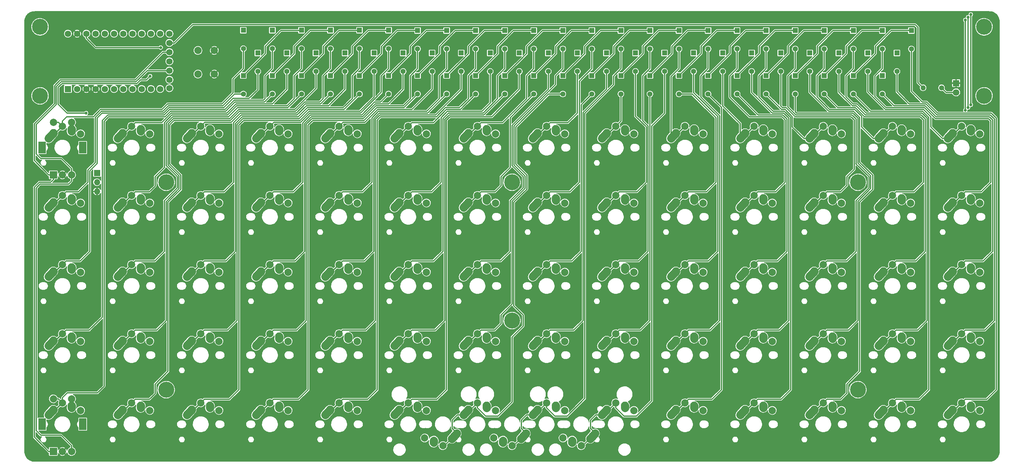
<source format=gbr>
G04 #@! TF.GenerationSoftware,KiCad,Pcbnew,(5.99.0-176-g31e38f2fd)*
G04 #@! TF.CreationDate,2020-02-05T01:48:41+01:00*
G04 #@! TF.ProjectId,5x14_ortho_keyboard_elite-c,35783134-5f6f-4727-9468-6f5f6b657962,rev?*
G04 #@! TF.SameCoordinates,Original*
G04 #@! TF.FileFunction,Copper,L2,Bot*
G04 #@! TF.FilePolarity,Positive*
%FSLAX46Y46*%
G04 Gerber Fmt 4.6, Leading zero omitted, Abs format (unit mm)*
G04 Created by KiCad (PCBNEW (5.99.0-176-g31e38f2fd)) date 2020-02-05 01:48:41*
%MOMM*%
%LPD*%
G04 APERTURE LIST*
%ADD10C,2.250000*%
%ADD11C,2.250000*%
%ADD12C,2.000000*%
%ADD13O,1.700000X1.700000*%
%ADD14R,1.700000X1.700000*%
%ADD15R,1.752600X1.752600*%
%ADD16C,1.752600*%
%ADD17C,1.400000*%
%ADD18R,1.400000X1.400000*%
%ADD19C,4.400000*%
%ADD20R,1.800000X1.800000*%
%ADD21C,1.800000*%
%ADD22O,1.400000X1.400000*%
%ADD23R,2.000000X3.200000*%
%ADD24R,2.000000X2.000000*%
%ADD25C,0.800000*%
%ADD26C,0.300000*%
%ADD27C,0.200000*%
%ADD28C,0.150000*%
G04 APERTURE END LIST*
D10*
X164961479Y-154015016D03*
D11*
X164981250Y-153725000D02*
X164941708Y-154305032D01*
D10*
X164941250Y-154305000D03*
X170636255Y-152495004D03*
D11*
X171291250Y-151765000D02*
X169981260Y-153225008D01*
D10*
X169981250Y-153225000D03*
D12*
X162481250Y-153025000D03*
X167481250Y-155125000D03*
D10*
X126861479Y-154015016D03*
D11*
X126881250Y-153725000D02*
X126841708Y-154305032D01*
D10*
X126841250Y-154305000D03*
X132536255Y-152495004D03*
D11*
X133191250Y-151765000D02*
X131881260Y-153225008D01*
D10*
X131881250Y-153225000D03*
D12*
X124381250Y-153025000D03*
X129381250Y-155125000D03*
D10*
X145911479Y-154015016D03*
D11*
X145931250Y-153725000D02*
X145891708Y-154305032D01*
D10*
X145891250Y-154305000D03*
X151586255Y-152495004D03*
D11*
X152241250Y-151765000D02*
X150931260Y-153225008D01*
D10*
X150931250Y-153225000D03*
D12*
X143431250Y-153025000D03*
X148431250Y-155125000D03*
X43656250Y-67125000D03*
X48656250Y-69225000D03*
D10*
X41156250Y-69025000D03*
X40501245Y-69754996D03*
D11*
X39846250Y-70485000D02*
X41156240Y-69024992D01*
D10*
X46196250Y-67945000D03*
X46176021Y-68234984D03*
D11*
X46156250Y-68525000D02*
X46195792Y-67944968D01*
D12*
X24606250Y-67125000D03*
X29606250Y-69225000D03*
D10*
X22106250Y-69025000D03*
X21451245Y-69754996D03*
D11*
X20796250Y-70485000D02*
X22106240Y-69024992D01*
D10*
X27146250Y-67945000D03*
X27126021Y-68234984D03*
D11*
X27106250Y-68525000D02*
X27145792Y-67944968D01*
D12*
X138906250Y-105225000D03*
X143906250Y-107325000D03*
D10*
X136406250Y-107125000D03*
X135751245Y-107854996D03*
D11*
X135096250Y-108585000D02*
X136406240Y-107124992D01*
D10*
X141446250Y-106045000D03*
X141426021Y-106334984D03*
D11*
X141406250Y-106625000D02*
X141445792Y-106044968D01*
D12*
X215106250Y-86175000D03*
X220106250Y-88275000D03*
D10*
X212606250Y-88075000D03*
X211951245Y-88804996D03*
D11*
X211296250Y-89535000D02*
X212606240Y-88074992D01*
D10*
X217646250Y-86995000D03*
X217626021Y-87284984D03*
D11*
X217606250Y-87575000D02*
X217645792Y-86994968D01*
D12*
X234156250Y-67125000D03*
X239156250Y-69225000D03*
D10*
X231656250Y-69025000D03*
X231001245Y-69754996D03*
D11*
X230346250Y-70485000D02*
X231656240Y-69024992D01*
D10*
X236696250Y-67945000D03*
X236676021Y-68234984D03*
D11*
X236656250Y-68525000D02*
X236695792Y-67944968D01*
D12*
X24606250Y-86175000D03*
X29606250Y-88275000D03*
D10*
X22106250Y-88075000D03*
X21451245Y-88804996D03*
D11*
X20796250Y-89535000D02*
X22106240Y-88074992D01*
D10*
X27146250Y-86995000D03*
X27126021Y-87284984D03*
D11*
X27106250Y-87575000D02*
X27145792Y-86994968D01*
D12*
X24606250Y-105225000D03*
X29606250Y-107325000D03*
D10*
X22106250Y-107125000D03*
X21451245Y-107854996D03*
D11*
X20796250Y-108585000D02*
X22106240Y-107124992D01*
D10*
X27146250Y-106045000D03*
X27126021Y-106334984D03*
D11*
X27106250Y-106625000D02*
X27145792Y-106044968D01*
D12*
X24606250Y-124275000D03*
X29606250Y-126375000D03*
D10*
X22106250Y-126175000D03*
X21451245Y-126904996D03*
D11*
X20796250Y-127635000D02*
X22106240Y-126174992D01*
D10*
X27146250Y-125095000D03*
X27126021Y-125384984D03*
D11*
X27106250Y-125675000D02*
X27145792Y-125094968D01*
D12*
X24606250Y-143325000D03*
X29606250Y-145425000D03*
D10*
X22106250Y-145225000D03*
X21451245Y-145954996D03*
D11*
X20796250Y-146685000D02*
X22106240Y-145224992D01*
D10*
X27146250Y-144145000D03*
X27126021Y-144434984D03*
D11*
X27106250Y-144725000D02*
X27145792Y-144144968D01*
D12*
X43656250Y-86175000D03*
X48656250Y-88275000D03*
D10*
X41156250Y-88075000D03*
X40501245Y-88804996D03*
D11*
X39846250Y-89535000D02*
X41156240Y-88074992D01*
D10*
X46196250Y-86995000D03*
X46176021Y-87284984D03*
D11*
X46156250Y-87575000D02*
X46195792Y-86994968D01*
D12*
X43656250Y-105225000D03*
X48656250Y-107325000D03*
D10*
X41156250Y-107125000D03*
X40501245Y-107854996D03*
D11*
X39846250Y-108585000D02*
X41156240Y-107124992D01*
D10*
X46196250Y-106045000D03*
X46176021Y-106334984D03*
D11*
X46156250Y-106625000D02*
X46195792Y-106044968D01*
D12*
X43656250Y-124275000D03*
X48656250Y-126375000D03*
D10*
X41156250Y-126175000D03*
X40501245Y-126904996D03*
D11*
X39846250Y-127635000D02*
X41156240Y-126174992D01*
D10*
X46196250Y-125095000D03*
X46176021Y-125384984D03*
D11*
X46156250Y-125675000D02*
X46195792Y-125094968D01*
D12*
X43656250Y-143325000D03*
X48656250Y-145425000D03*
D10*
X41156250Y-145225000D03*
X40501245Y-145954996D03*
D11*
X39846250Y-146685000D02*
X41156240Y-145224992D01*
D10*
X46196250Y-144145000D03*
X46176021Y-144434984D03*
D11*
X46156250Y-144725000D02*
X46195792Y-144144968D01*
D12*
X62706250Y-67125000D03*
X67706250Y-69225000D03*
D10*
X60206250Y-69025000D03*
X59551245Y-69754996D03*
D11*
X58896250Y-70485000D02*
X60206240Y-69024992D01*
D10*
X65246250Y-67945000D03*
X65226021Y-68234984D03*
D11*
X65206250Y-68525000D02*
X65245792Y-67944968D01*
D12*
X62706250Y-86175000D03*
X67706250Y-88275000D03*
D10*
X60206250Y-88075000D03*
X59551245Y-88804996D03*
D11*
X58896250Y-89535000D02*
X60206240Y-88074992D01*
D10*
X65246250Y-86995000D03*
X65226021Y-87284984D03*
D11*
X65206250Y-87575000D02*
X65245792Y-86994968D01*
D12*
X62706250Y-105225000D03*
X67706250Y-107325000D03*
D10*
X60206250Y-107125000D03*
X59551245Y-107854996D03*
D11*
X58896250Y-108585000D02*
X60206240Y-107124992D01*
D10*
X65246250Y-106045000D03*
X65226021Y-106334984D03*
D11*
X65206250Y-106625000D02*
X65245792Y-106044968D01*
D12*
X62706250Y-124275000D03*
X67706250Y-126375000D03*
D10*
X60206250Y-126175000D03*
X59551245Y-126904996D03*
D11*
X58896250Y-127635000D02*
X60206240Y-126174992D01*
D10*
X65246250Y-125095000D03*
X65226021Y-125384984D03*
D11*
X65206250Y-125675000D02*
X65245792Y-125094968D01*
D12*
X62706250Y-143325000D03*
X67706250Y-145425000D03*
D10*
X60206250Y-145225000D03*
X59551245Y-145954996D03*
D11*
X58896250Y-146685000D02*
X60206240Y-145224992D01*
D10*
X65246250Y-144145000D03*
X65226021Y-144434984D03*
D11*
X65206250Y-144725000D02*
X65245792Y-144144968D01*
D12*
X81756250Y-67125000D03*
X86756250Y-69225000D03*
D10*
X79256250Y-69025000D03*
X78601245Y-69754996D03*
D11*
X77946250Y-70485000D02*
X79256240Y-69024992D01*
D10*
X84296250Y-67945000D03*
X84276021Y-68234984D03*
D11*
X84256250Y-68525000D02*
X84295792Y-67944968D01*
D12*
X81756250Y-86175000D03*
X86756250Y-88275000D03*
D10*
X79256250Y-88075000D03*
X78601245Y-88804996D03*
D11*
X77946250Y-89535000D02*
X79256240Y-88074992D01*
D10*
X84296250Y-86995000D03*
X84276021Y-87284984D03*
D11*
X84256250Y-87575000D02*
X84295792Y-86994968D01*
D12*
X81756250Y-105225000D03*
X86756250Y-107325000D03*
D10*
X79256250Y-107125000D03*
X78601245Y-107854996D03*
D11*
X77946250Y-108585000D02*
X79256240Y-107124992D01*
D10*
X84296250Y-106045000D03*
X84276021Y-106334984D03*
D11*
X84256250Y-106625000D02*
X84295792Y-106044968D01*
D12*
X81756250Y-124275000D03*
X86756250Y-126375000D03*
D10*
X79256250Y-126175000D03*
X78601245Y-126904996D03*
D11*
X77946250Y-127635000D02*
X79256240Y-126174992D01*
D10*
X84296250Y-125095000D03*
X84276021Y-125384984D03*
D11*
X84256250Y-125675000D02*
X84295792Y-125094968D01*
D12*
X81756250Y-143325000D03*
X86756250Y-145425000D03*
D10*
X79256250Y-145225000D03*
X78601245Y-145954996D03*
D11*
X77946250Y-146685000D02*
X79256240Y-145224992D01*
D10*
X84296250Y-144145000D03*
X84276021Y-144434984D03*
D11*
X84256250Y-144725000D02*
X84295792Y-144144968D01*
D12*
X100806250Y-67125000D03*
X105806250Y-69225000D03*
D10*
X98306250Y-69025000D03*
X97651245Y-69754996D03*
D11*
X96996250Y-70485000D02*
X98306240Y-69024992D01*
D10*
X103346250Y-67945000D03*
X103326021Y-68234984D03*
D11*
X103306250Y-68525000D02*
X103345792Y-67944968D01*
D12*
X100806250Y-86175000D03*
X105806250Y-88275000D03*
D10*
X98306250Y-88075000D03*
X97651245Y-88804996D03*
D11*
X96996250Y-89535000D02*
X98306240Y-88074992D01*
D10*
X103346250Y-86995000D03*
X103326021Y-87284984D03*
D11*
X103306250Y-87575000D02*
X103345792Y-86994968D01*
D12*
X100806250Y-105225000D03*
X105806250Y-107325000D03*
D10*
X98306250Y-107125000D03*
X97651245Y-107854996D03*
D11*
X96996250Y-108585000D02*
X98306240Y-107124992D01*
D10*
X103346250Y-106045000D03*
X103326021Y-106334984D03*
D11*
X103306250Y-106625000D02*
X103345792Y-106044968D01*
D12*
X100806250Y-124275000D03*
X105806250Y-126375000D03*
D10*
X98306250Y-126175000D03*
X97651245Y-126904996D03*
D11*
X96996250Y-127635000D02*
X98306240Y-126174992D01*
D10*
X103346250Y-125095000D03*
X103326021Y-125384984D03*
D11*
X103306250Y-125675000D02*
X103345792Y-125094968D01*
D12*
X100806250Y-143325000D03*
X105806250Y-145425000D03*
D10*
X98306250Y-145225000D03*
X97651245Y-145954996D03*
D11*
X96996250Y-146685000D02*
X98306240Y-145224992D01*
D10*
X103346250Y-144145000D03*
X103326021Y-144434984D03*
D11*
X103306250Y-144725000D02*
X103345792Y-144144968D01*
D12*
X119856250Y-67125000D03*
X124856250Y-69225000D03*
D10*
X117356250Y-69025000D03*
X116701245Y-69754996D03*
D11*
X116046250Y-70485000D02*
X117356240Y-69024992D01*
D10*
X122396250Y-67945000D03*
X122376021Y-68234984D03*
D11*
X122356250Y-68525000D02*
X122395792Y-67944968D01*
D12*
X119856250Y-86175000D03*
X124856250Y-88275000D03*
D10*
X117356250Y-88075000D03*
X116701245Y-88804996D03*
D11*
X116046250Y-89535000D02*
X117356240Y-88074992D01*
D10*
X122396250Y-86995000D03*
X122376021Y-87284984D03*
D11*
X122356250Y-87575000D02*
X122395792Y-86994968D01*
D12*
X119856250Y-105225000D03*
X124856250Y-107325000D03*
D10*
X117356250Y-107125000D03*
X116701245Y-107854996D03*
D11*
X116046250Y-108585000D02*
X117356240Y-107124992D01*
D10*
X122396250Y-106045000D03*
X122376021Y-106334984D03*
D11*
X122356250Y-106625000D02*
X122395792Y-106044968D01*
D12*
X119856250Y-124275000D03*
X124856250Y-126375000D03*
D10*
X117356250Y-126175000D03*
X116701245Y-126904996D03*
D11*
X116046250Y-127635000D02*
X117356240Y-126174992D01*
D10*
X122396250Y-125095000D03*
X122376021Y-125384984D03*
D11*
X122356250Y-125675000D02*
X122395792Y-125094968D01*
D12*
X119856250Y-143325000D03*
X124856250Y-145425000D03*
D10*
X117356250Y-145225000D03*
X116701245Y-145954996D03*
D11*
X116046250Y-146685000D02*
X117356240Y-145224992D01*
D10*
X122396250Y-144145000D03*
X122376021Y-144434984D03*
D11*
X122356250Y-144725000D02*
X122395792Y-144144968D01*
D12*
X138906250Y-67125000D03*
X143906250Y-69225000D03*
D10*
X136406250Y-69025000D03*
X135751245Y-69754996D03*
D11*
X135096250Y-70485000D02*
X136406240Y-69024992D01*
D10*
X141446250Y-67945000D03*
X141426021Y-68234984D03*
D11*
X141406250Y-68525000D02*
X141445792Y-67944968D01*
D12*
X138906250Y-86175000D03*
X143906250Y-88275000D03*
D10*
X136406250Y-88075000D03*
X135751245Y-88804996D03*
D11*
X135096250Y-89535000D02*
X136406240Y-88074992D01*
D10*
X141446250Y-86995000D03*
X141426021Y-87284984D03*
D11*
X141406250Y-87575000D02*
X141445792Y-86994968D01*
D12*
X138906250Y-124275000D03*
X143906250Y-126375000D03*
D10*
X136406250Y-126175000D03*
X135751245Y-126904996D03*
D11*
X135096250Y-127635000D02*
X136406240Y-126174992D01*
D10*
X141446250Y-125095000D03*
X141426021Y-125384984D03*
D11*
X141406250Y-125675000D02*
X141445792Y-125094968D01*
D12*
X138906250Y-143325000D03*
X143906250Y-145425000D03*
D10*
X136406250Y-145225000D03*
X135751245Y-145954996D03*
D11*
X135096250Y-146685000D02*
X136406240Y-145224992D01*
D10*
X141446250Y-144145000D03*
X141426021Y-144434984D03*
D11*
X141406250Y-144725000D02*
X141445792Y-144144968D01*
D12*
X157956250Y-67125000D03*
X162956250Y-69225000D03*
D10*
X155456250Y-69025000D03*
X154801245Y-69754996D03*
D11*
X154146250Y-70485000D02*
X155456240Y-69024992D01*
D10*
X160496250Y-67945000D03*
X160476021Y-68234984D03*
D11*
X160456250Y-68525000D02*
X160495792Y-67944968D01*
D12*
X157956250Y-86175000D03*
X162956250Y-88275000D03*
D10*
X155456250Y-88075000D03*
X154801245Y-88804996D03*
D11*
X154146250Y-89535000D02*
X155456240Y-88074992D01*
D10*
X160496250Y-86995000D03*
X160476021Y-87284984D03*
D11*
X160456250Y-87575000D02*
X160495792Y-86994968D01*
D12*
X157956250Y-105225000D03*
X162956250Y-107325000D03*
D10*
X155456250Y-107125000D03*
X154801245Y-107854996D03*
D11*
X154146250Y-108585000D02*
X155456240Y-107124992D01*
D10*
X160496250Y-106045000D03*
X160476021Y-106334984D03*
D11*
X160456250Y-106625000D02*
X160495792Y-106044968D01*
D12*
X157956250Y-124275000D03*
X162956250Y-126375000D03*
D10*
X155456250Y-126175000D03*
X154801245Y-126904996D03*
D11*
X154146250Y-127635000D02*
X155456240Y-126174992D01*
D10*
X160496250Y-125095000D03*
X160476021Y-125384984D03*
D11*
X160456250Y-125675000D02*
X160495792Y-125094968D01*
D12*
X157956250Y-143325000D03*
X162956250Y-145425000D03*
D10*
X155456250Y-145225000D03*
X154801245Y-145954996D03*
D11*
X154146250Y-146685000D02*
X155456240Y-145224992D01*
D10*
X160496250Y-144145000D03*
X160476021Y-144434984D03*
D11*
X160456250Y-144725000D02*
X160495792Y-144144968D01*
D12*
X177006250Y-67125000D03*
X182006250Y-69225000D03*
D10*
X174506250Y-69025000D03*
X173851245Y-69754996D03*
D11*
X173196250Y-70485000D02*
X174506240Y-69024992D01*
D10*
X179546250Y-67945000D03*
X179526021Y-68234984D03*
D11*
X179506250Y-68525000D02*
X179545792Y-67944968D01*
D12*
X177006250Y-86175000D03*
X182006250Y-88275000D03*
D10*
X174506250Y-88075000D03*
X173851245Y-88804996D03*
D11*
X173196250Y-89535000D02*
X174506240Y-88074992D01*
D10*
X179546250Y-86995000D03*
X179526021Y-87284984D03*
D11*
X179506250Y-87575000D02*
X179545792Y-86994968D01*
D12*
X177006250Y-105225000D03*
X182006250Y-107325000D03*
D10*
X174506250Y-107125000D03*
X173851245Y-107854996D03*
D11*
X173196250Y-108585000D02*
X174506240Y-107124992D01*
D10*
X179546250Y-106045000D03*
X179526021Y-106334984D03*
D11*
X179506250Y-106625000D02*
X179545792Y-106044968D01*
D12*
X177006250Y-124275000D03*
X182006250Y-126375000D03*
D10*
X174506250Y-126175000D03*
X173851245Y-126904996D03*
D11*
X173196250Y-127635000D02*
X174506240Y-126174992D01*
D10*
X179546250Y-125095000D03*
X179526021Y-125384984D03*
D11*
X179506250Y-125675000D02*
X179545792Y-125094968D01*
D12*
X177006250Y-143325000D03*
X182006250Y-145425000D03*
D10*
X174506250Y-145225000D03*
X173851245Y-145954996D03*
D11*
X173196250Y-146685000D02*
X174506240Y-145224992D01*
D10*
X179546250Y-144145000D03*
X179526021Y-144434984D03*
D11*
X179506250Y-144725000D02*
X179545792Y-144144968D01*
D12*
X196056250Y-67125000D03*
X201056250Y-69225000D03*
D10*
X193556250Y-69025000D03*
X192901245Y-69754996D03*
D11*
X192246250Y-70485000D02*
X193556240Y-69024992D01*
D10*
X198596250Y-67945000D03*
X198576021Y-68234984D03*
D11*
X198556250Y-68525000D02*
X198595792Y-67944968D01*
D12*
X196056250Y-86175000D03*
X201056250Y-88275000D03*
D10*
X193556250Y-88075000D03*
X192901245Y-88804996D03*
D11*
X192246250Y-89535000D02*
X193556240Y-88074992D01*
D10*
X198596250Y-86995000D03*
X198576021Y-87284984D03*
D11*
X198556250Y-87575000D02*
X198595792Y-86994968D01*
D12*
X196056250Y-105225000D03*
X201056250Y-107325000D03*
D10*
X193556250Y-107125000D03*
X192901245Y-107854996D03*
D11*
X192246250Y-108585000D02*
X193556240Y-107124992D01*
D10*
X198596250Y-106045000D03*
X198576021Y-106334984D03*
D11*
X198556250Y-106625000D02*
X198595792Y-106044968D01*
D12*
X196056250Y-124275000D03*
X201056250Y-126375000D03*
D10*
X193556250Y-126175000D03*
X192901245Y-126904996D03*
D11*
X192246250Y-127635000D02*
X193556240Y-126174992D01*
D10*
X198596250Y-125095000D03*
X198576021Y-125384984D03*
D11*
X198556250Y-125675000D02*
X198595792Y-125094968D01*
D12*
X196056250Y-143325000D03*
X201056250Y-145425000D03*
D10*
X193556250Y-145225000D03*
X192901245Y-145954996D03*
D11*
X192246250Y-146685000D02*
X193556240Y-145224992D01*
D10*
X198596250Y-144145000D03*
X198576021Y-144434984D03*
D11*
X198556250Y-144725000D02*
X198595792Y-144144968D01*
D12*
X215106250Y-67125000D03*
X220106250Y-69225000D03*
D10*
X212606250Y-69025000D03*
X211951245Y-69754996D03*
D11*
X211296250Y-70485000D02*
X212606240Y-69024992D01*
D10*
X217646250Y-67945000D03*
X217626021Y-68234984D03*
D11*
X217606250Y-68525000D02*
X217645792Y-67944968D01*
D12*
X215106250Y-105225000D03*
X220106250Y-107325000D03*
D10*
X212606250Y-107125000D03*
X211951245Y-107854996D03*
D11*
X211296250Y-108585000D02*
X212606240Y-107124992D01*
D10*
X217646250Y-106045000D03*
X217626021Y-106334984D03*
D11*
X217606250Y-106625000D02*
X217645792Y-106044968D01*
D12*
X215106250Y-124275000D03*
X220106250Y-126375000D03*
D10*
X212606250Y-126175000D03*
X211951245Y-126904996D03*
D11*
X211296250Y-127635000D02*
X212606240Y-126174992D01*
D10*
X217646250Y-125095000D03*
X217626021Y-125384984D03*
D11*
X217606250Y-125675000D02*
X217645792Y-125094968D01*
D12*
X215106250Y-143325000D03*
X220106250Y-145425000D03*
D10*
X212606250Y-145225000D03*
X211951245Y-145954996D03*
D11*
X211296250Y-146685000D02*
X212606240Y-145224992D01*
D10*
X217646250Y-144145000D03*
X217626021Y-144434984D03*
D11*
X217606250Y-144725000D02*
X217645792Y-144144968D01*
D12*
X234156250Y-86175000D03*
X239156250Y-88275000D03*
D10*
X231656250Y-88075000D03*
X231001245Y-88804996D03*
D11*
X230346250Y-89535000D02*
X231656240Y-88074992D01*
D10*
X236696250Y-86995000D03*
X236676021Y-87284984D03*
D11*
X236656250Y-87575000D02*
X236695792Y-86994968D01*
D12*
X234156250Y-105225000D03*
X239156250Y-107325000D03*
D10*
X231656250Y-107125000D03*
X231001245Y-107854996D03*
D11*
X230346250Y-108585000D02*
X231656240Y-107124992D01*
D10*
X236696250Y-106045000D03*
X236676021Y-106334984D03*
D11*
X236656250Y-106625000D02*
X236695792Y-106044968D01*
D12*
X234156250Y-124275000D03*
X239156250Y-126375000D03*
D10*
X231656250Y-126175000D03*
X231001245Y-126904996D03*
D11*
X230346250Y-127635000D02*
X231656240Y-126174992D01*
D10*
X236696250Y-125095000D03*
X236676021Y-125384984D03*
D11*
X236656250Y-125675000D02*
X236695792Y-125094968D01*
D12*
X234156250Y-143325000D03*
X239156250Y-145425000D03*
D10*
X231656250Y-145225000D03*
X231001245Y-145954996D03*
D11*
X230346250Y-146685000D02*
X231656240Y-145224992D01*
D10*
X236696250Y-144145000D03*
X236676021Y-144434984D03*
D11*
X236656250Y-144725000D02*
X236695792Y-144144968D01*
D12*
X253206250Y-67125000D03*
X258206250Y-69225000D03*
D10*
X250706250Y-69025000D03*
X250051245Y-69754996D03*
D11*
X249396250Y-70485000D02*
X250706240Y-69024992D01*
D10*
X255746250Y-67945000D03*
X255726021Y-68234984D03*
D11*
X255706250Y-68525000D02*
X255745792Y-67944968D01*
D12*
X253206250Y-86175000D03*
X258206250Y-88275000D03*
D10*
X250706250Y-88075000D03*
X250051245Y-88804996D03*
D11*
X249396250Y-89535000D02*
X250706240Y-88074992D01*
D10*
X255746250Y-86995000D03*
X255726021Y-87284984D03*
D11*
X255706250Y-87575000D02*
X255745792Y-86994968D01*
D12*
X253206250Y-105225000D03*
X258206250Y-107325000D03*
D10*
X250706250Y-107125000D03*
X250051245Y-107854996D03*
D11*
X249396250Y-108585000D02*
X250706240Y-107124992D01*
D10*
X255746250Y-106045000D03*
X255726021Y-106334984D03*
D11*
X255706250Y-106625000D02*
X255745792Y-106044968D01*
D12*
X253206250Y-124275000D03*
X258206250Y-126375000D03*
D10*
X250706250Y-126175000D03*
X250051245Y-126904996D03*
D11*
X249396250Y-127635000D02*
X250706240Y-126174992D01*
D10*
X255746250Y-125095000D03*
X255726021Y-125384984D03*
D11*
X255706250Y-125675000D02*
X255745792Y-125094968D01*
D12*
X253206250Y-143325000D03*
X258206250Y-145425000D03*
D10*
X250706250Y-145225000D03*
X250051245Y-145954996D03*
D11*
X249396250Y-146685000D02*
X250706240Y-145224992D01*
D10*
X255746250Y-144145000D03*
X255726021Y-144434984D03*
D11*
X255706250Y-144725000D02*
X255745792Y-144144968D01*
D12*
X272256250Y-67125000D03*
X277256250Y-69225000D03*
D10*
X269756250Y-69025000D03*
X269101245Y-69754996D03*
D11*
X268446250Y-70485000D02*
X269756240Y-69024992D01*
D10*
X274796250Y-67945000D03*
X274776021Y-68234984D03*
D11*
X274756250Y-68525000D02*
X274795792Y-67944968D01*
D12*
X272256250Y-86175000D03*
X277256250Y-88275000D03*
D10*
X269756250Y-88075000D03*
X269101245Y-88804996D03*
D11*
X268446250Y-89535000D02*
X269756240Y-88074992D01*
D10*
X274796250Y-86995000D03*
X274776021Y-87284984D03*
D11*
X274756250Y-87575000D02*
X274795792Y-86994968D01*
D12*
X272256250Y-105225000D03*
X277256250Y-107325000D03*
D10*
X269756250Y-107125000D03*
X269101245Y-107854996D03*
D11*
X268446250Y-108585000D02*
X269756240Y-107124992D01*
D10*
X274796250Y-106045000D03*
X274776021Y-106334984D03*
D11*
X274756250Y-106625000D02*
X274795792Y-106044968D01*
D12*
X272256250Y-124275000D03*
X277256250Y-126375000D03*
D10*
X269756250Y-126175000D03*
X269101245Y-126904996D03*
D11*
X268446250Y-127635000D02*
X269756240Y-126174992D01*
D10*
X274796250Y-125095000D03*
X274776021Y-125384984D03*
D11*
X274756250Y-125675000D02*
X274795792Y-125094968D01*
D12*
X272256250Y-143325000D03*
X277256250Y-145425000D03*
D10*
X269756250Y-145225000D03*
X269101245Y-145954996D03*
D11*
X268446250Y-146685000D02*
X269756240Y-145224992D01*
D10*
X274796250Y-144145000D03*
X274776021Y-144434984D03*
D11*
X274756250Y-144725000D02*
X274795792Y-144144968D01*
D13*
X34131250Y-85090000D03*
X34131250Y-82550000D03*
D14*
X34131250Y-80010000D03*
D15*
X26130000Y-56870000D03*
D16*
X28670000Y-56870000D03*
X31210000Y-56870000D03*
X33750000Y-56870000D03*
X36290000Y-56870000D03*
X38830000Y-56870000D03*
X41370000Y-56870000D03*
X43910000Y-56870000D03*
X46450000Y-56870000D03*
X48990000Y-56870000D03*
X51530000Y-56870000D03*
X54070000Y-41630000D03*
X51530000Y-41630000D03*
X48990000Y-41630000D03*
X46450000Y-41630000D03*
X43910000Y-41630000D03*
X41370000Y-41630000D03*
X38830000Y-41630000D03*
X36290000Y-41630000D03*
X33750000Y-41630000D03*
X31210000Y-41630000D03*
X28670000Y-41630000D03*
X54070000Y-56641400D03*
X26130000Y-41630000D03*
X54070000Y-44170000D03*
X54070000Y-46710000D03*
X54070000Y-49250000D03*
X54070000Y-51790000D03*
X54070000Y-54330000D03*
D17*
X258431250Y-45830000D03*
D18*
X258431250Y-40750000D03*
D17*
X254431250Y-52030000D03*
D18*
X254431250Y-46950000D03*
D17*
X250431250Y-58250000D03*
D18*
X250431250Y-53170000D03*
D17*
X250431250Y-45830000D03*
D18*
X250431250Y-40750000D03*
D17*
X246431250Y-52030000D03*
D18*
X246431250Y-46950000D03*
D17*
X242431250Y-45830000D03*
D18*
X242431250Y-40750000D03*
D17*
X242431250Y-58250000D03*
D18*
X242431250Y-53170000D03*
D17*
X238431250Y-52030000D03*
D18*
X238431250Y-46950000D03*
D17*
X234431250Y-58250000D03*
D18*
X234431250Y-53170000D03*
D17*
X234431250Y-45830000D03*
D18*
X234431250Y-40750000D03*
D17*
X230431250Y-52030000D03*
D18*
X230431250Y-46950000D03*
D17*
X226431250Y-45830000D03*
D18*
X226431250Y-40750000D03*
D17*
X226431250Y-58250000D03*
D18*
X226431250Y-53170000D03*
D17*
X222431250Y-52030000D03*
D18*
X222431250Y-46950000D03*
D17*
X218431250Y-45830000D03*
D18*
X218431250Y-40750000D03*
D17*
X218431250Y-58250000D03*
D18*
X218431250Y-53170000D03*
D17*
X214431250Y-52030000D03*
D18*
X214431250Y-46950000D03*
D17*
X210431250Y-58250000D03*
D18*
X210431250Y-53170000D03*
D17*
X210431250Y-45830000D03*
D18*
X210431250Y-40750000D03*
D17*
X206431250Y-52030000D03*
D18*
X206431250Y-46950000D03*
D17*
X202431250Y-58250000D03*
D18*
X202431250Y-53170000D03*
D17*
X202431250Y-45830000D03*
D18*
X202431250Y-40750000D03*
D17*
X198431250Y-52030000D03*
D18*
X198431250Y-46950000D03*
D17*
X194431250Y-58250000D03*
D18*
X194431250Y-53170000D03*
D17*
X190431250Y-52030000D03*
D18*
X190431250Y-46950000D03*
D17*
X194431250Y-45830000D03*
D18*
X194431250Y-40750000D03*
D17*
X186431250Y-45830000D03*
D18*
X186431250Y-40750000D03*
D17*
X186431250Y-58250000D03*
D18*
X186431250Y-53170000D03*
D17*
X182431250Y-52030000D03*
D18*
X182431250Y-46950000D03*
D17*
X178431250Y-45830000D03*
D18*
X178431250Y-40750000D03*
D17*
X178431250Y-58250000D03*
D18*
X178431250Y-53170000D03*
D17*
X174431250Y-52030000D03*
D18*
X174431250Y-46950000D03*
D17*
X170431250Y-45830000D03*
D18*
X170431250Y-40750000D03*
D17*
X170431250Y-58250000D03*
D18*
X170431250Y-53170000D03*
D17*
X166431250Y-52030000D03*
D18*
X166431250Y-46950000D03*
D17*
X162431250Y-58250000D03*
D18*
X162431250Y-53170000D03*
D17*
X162431250Y-45830000D03*
D18*
X162431250Y-40750000D03*
D17*
X158431250Y-52030000D03*
D18*
X158431250Y-46950000D03*
D17*
X154431250Y-58250000D03*
D18*
X154431250Y-53170000D03*
D17*
X154431250Y-45830000D03*
D18*
X154431250Y-40750000D03*
D17*
X150431250Y-52030000D03*
D18*
X150431250Y-46950000D03*
D17*
X146431250Y-58250000D03*
D18*
X146431250Y-53170000D03*
D17*
X146431250Y-45830000D03*
D18*
X146431250Y-40750000D03*
D17*
X142431250Y-52030000D03*
D18*
X142431250Y-46950000D03*
D17*
X138431250Y-45830000D03*
D18*
X138431250Y-40750000D03*
D17*
X138431250Y-58250000D03*
D18*
X138431250Y-53170000D03*
D17*
X134431250Y-52030000D03*
D18*
X134431250Y-46950000D03*
D17*
X130431250Y-45830000D03*
D18*
X130431250Y-40750000D03*
D17*
X130431250Y-58250000D03*
D18*
X130431250Y-53170000D03*
D17*
X126431250Y-52030000D03*
D18*
X126431250Y-46950000D03*
D17*
X122431250Y-58250000D03*
D18*
X122431250Y-53170000D03*
D17*
X122431250Y-45830000D03*
D18*
X122431250Y-40750000D03*
D17*
X118431250Y-52030000D03*
D18*
X118431250Y-46950000D03*
D17*
X114431250Y-45750000D03*
D18*
X114431250Y-40670000D03*
D17*
X114431250Y-58250000D03*
D18*
X114431250Y-53170000D03*
D17*
X110431250Y-52030000D03*
D18*
X110431250Y-46950000D03*
D17*
X106431250Y-45750000D03*
D18*
X106431250Y-40670000D03*
D17*
X106431250Y-58250000D03*
D18*
X106431250Y-53170000D03*
D17*
X102431250Y-52030000D03*
D18*
X102431250Y-46950000D03*
D17*
X98431250Y-58250000D03*
D18*
X98431250Y-53170000D03*
D17*
X98431250Y-45750000D03*
D18*
X98431250Y-40670000D03*
D17*
X94431250Y-52030000D03*
D18*
X94431250Y-46950000D03*
D17*
X90431250Y-58250000D03*
D18*
X90431250Y-53170000D03*
D17*
X90431250Y-45750000D03*
D18*
X90431250Y-40670000D03*
D17*
X86431250Y-52030000D03*
D18*
X86431250Y-46950000D03*
D17*
X82431250Y-58250000D03*
D18*
X82431250Y-53170000D03*
D17*
X82431250Y-45750000D03*
D18*
X82431250Y-40670000D03*
D17*
X78431250Y-52030000D03*
D18*
X78431250Y-46950000D03*
D17*
X74431250Y-58250000D03*
D18*
X74431250Y-53170000D03*
D17*
X74431250Y-45750000D03*
D18*
X74431250Y-40670000D03*
D12*
X66431250Y-52750000D03*
X61931250Y-52750000D03*
X66431250Y-46250000D03*
X61931250Y-46250000D03*
D19*
X18431250Y-58750000D03*
X18431250Y-39750000D03*
X278431250Y-39750000D03*
X278431250Y-58750000D03*
X53181250Y-82550000D03*
X53181250Y-139700000D03*
X148431250Y-82550000D03*
X148431250Y-120650000D03*
X243681250Y-82550000D03*
X243681250Y-139700000D03*
D20*
X270744250Y-55257000D03*
D21*
X270744250Y-57797000D03*
D17*
X266731250Y-56550000D03*
D22*
X261651250Y-56550000D03*
D12*
X27106250Y-66018000D03*
X22106250Y-66018000D03*
D23*
X30206250Y-73018000D03*
X19006250Y-73018000D03*
D12*
X27106250Y-80518000D03*
X24606250Y-80518000D03*
D24*
X22106250Y-80518000D03*
X22106250Y-156718000D03*
D12*
X24606250Y-156718000D03*
X27106250Y-156718000D03*
D23*
X19006250Y-149218000D03*
X30206250Y-149218000D03*
D12*
X22106250Y-142218000D03*
X27106250Y-142218000D03*
D25*
X48761650Y-53319075D03*
X51657250Y-45440600D03*
X76531250Y-44950000D03*
X59632850Y-59690000D03*
X84531250Y-44950000D03*
X248431250Y-51250000D03*
X240431250Y-51250000D03*
X232431250Y-51250000D03*
X224431250Y-51250000D03*
X216431250Y-51250000D03*
X208431250Y-51250000D03*
X200431250Y-51250000D03*
X192431250Y-51250000D03*
X184431250Y-51250000D03*
X176431250Y-51250000D03*
X168431250Y-51250000D03*
X160431250Y-51250000D03*
X152431250Y-51250000D03*
X144431250Y-51250000D03*
X136431250Y-51250000D03*
X128431250Y-51250000D03*
X120431250Y-51250000D03*
X112431250Y-51250000D03*
X80531250Y-51250000D03*
X88431250Y-51250000D03*
X96431250Y-51250000D03*
X104431250Y-51250000D03*
X274796250Y-61214000D03*
X274796250Y-36322000D03*
X274034250Y-61976000D03*
X274034250Y-37084000D03*
X273272250Y-62738000D03*
X273272250Y-37846000D03*
X31146750Y-63500000D03*
D26*
X24606250Y-143325000D02*
X21246250Y-146685000D01*
X21246250Y-146685000D02*
X20796250Y-146685000D01*
X22106250Y-142218000D02*
X23499250Y-142218000D01*
X23499250Y-142218000D02*
X24606250Y-143325000D01*
X24606250Y-65710787D02*
X25801037Y-64516000D01*
X25801037Y-64516000D02*
X33098010Y-64516000D01*
X24606250Y-67125000D02*
X24606250Y-65710787D01*
X24606250Y-67125000D02*
X21246250Y-70485000D01*
X21246250Y-70485000D02*
X20796250Y-70485000D01*
X53582650Y-60960000D02*
X52058650Y-62484000D01*
X68548250Y-60960000D02*
X53582650Y-60960000D01*
X71596250Y-57912000D02*
X68548250Y-60960000D01*
X71596250Y-54102000D02*
X71596250Y-57912000D01*
X74431250Y-51267000D02*
X71596250Y-54102000D01*
X74431250Y-45830000D02*
X74431250Y-51267000D01*
X52058650Y-62484000D02*
X35130010Y-62484000D01*
X35130010Y-62484000D02*
X33115250Y-64498760D01*
X22106250Y-66018000D02*
X23499250Y-66018000D01*
X23499250Y-66018000D02*
X24606250Y-67125000D01*
X17367250Y-150950000D02*
X18667250Y-152250000D01*
X17367250Y-84146120D02*
X17367250Y-150950000D01*
X18455370Y-83058000D02*
X17367250Y-84146120D01*
X27106250Y-82209000D02*
X26257250Y-83058000D01*
X26257250Y-83058000D02*
X18455370Y-83058000D01*
X27106250Y-80518000D02*
X27106250Y-82209000D01*
X18667250Y-152250000D02*
X24249250Y-152250000D01*
X24249250Y-152250000D02*
X27106250Y-155107000D01*
X27106250Y-155107000D02*
X27106250Y-156718000D01*
X21374250Y-82550000D02*
X22106250Y-81818000D01*
X16859250Y-83947000D02*
X18256250Y-82550000D01*
X18256250Y-82550000D02*
X21374250Y-82550000D01*
X16859250Y-152771000D02*
X16859250Y-83947000D01*
X22106250Y-156718000D02*
X20806250Y-156718000D01*
X20806250Y-156718000D02*
X16859250Y-152771000D01*
X22106250Y-81818000D02*
X22106250Y-80518000D01*
X51657250Y-45440600D02*
X33781325Y-45440600D01*
X33781325Y-45440600D02*
X31210000Y-42869275D01*
X31210000Y-41630000D02*
X31210000Y-42869275D01*
X270744250Y-57797000D02*
X267978250Y-57797000D01*
X267978250Y-57797000D02*
X266731250Y-56550000D01*
X260231250Y-39918000D02*
X260231250Y-55130000D01*
X260231250Y-55130000D02*
X261651250Y-56550000D01*
X61753750Y-39116000D02*
X60864750Y-39116000D01*
X259429250Y-39116000D02*
X61753750Y-39116000D01*
X55441250Y-44170000D02*
X60495250Y-39116000D01*
X60495250Y-39116000D02*
X61753750Y-39116000D01*
X54070000Y-44170000D02*
X55441250Y-44170000D01*
X60558750Y-39116000D02*
X60864750Y-39116000D01*
X260231250Y-39918000D02*
X259429250Y-39116000D01*
X274796250Y-61214000D02*
X274796250Y-36322000D01*
X274034250Y-61976000D02*
X274034250Y-37084000D01*
X273272250Y-62738000D02*
X273272250Y-37846000D01*
X272256250Y-143325000D02*
X273256249Y-142325001D01*
X273256249Y-142325001D02*
X279156249Y-142325001D01*
X279156249Y-142325001D02*
X281781250Y-139700000D01*
X272256250Y-143325000D02*
X268896250Y-146685000D01*
X268896250Y-146685000D02*
X268446250Y-146685000D01*
X281781250Y-64897000D02*
X281781250Y-139700000D01*
X280384250Y-63500000D02*
X281781250Y-64897000D01*
X265652250Y-63500000D02*
X280384250Y-63500000D01*
X262612240Y-60459990D02*
X265652250Y-63500000D01*
X261378240Y-60459990D02*
X262612240Y-60459990D01*
X258431250Y-57513000D02*
X261378240Y-60459990D01*
X258431250Y-45830000D02*
X258431250Y-57513000D01*
X272256250Y-124275000D02*
X273256249Y-123275001D01*
X273256249Y-123275001D02*
X278648249Y-123275001D01*
X278648249Y-123275001D02*
X281273250Y-120650000D01*
X272256250Y-124275000D02*
X268896250Y-127635000D01*
X268896250Y-127635000D02*
X268446250Y-127635000D01*
X281273250Y-65151000D02*
X281273250Y-120650000D01*
X280130250Y-64008000D02*
X281273250Y-65151000D01*
X265453130Y-64008000D02*
X280130250Y-64008000D01*
X262405130Y-60960000D02*
X265453130Y-64008000D01*
X257778250Y-60960000D02*
X262405130Y-60960000D01*
X254431250Y-52030000D02*
X254431250Y-57613000D01*
X254431250Y-57613000D02*
X257778250Y-60960000D01*
X272256250Y-105225000D02*
X273256249Y-104225001D01*
X273256249Y-104225001D02*
X278140249Y-104225001D01*
X278140249Y-104225001D02*
X280765250Y-101600000D01*
X272256250Y-105225000D02*
X268896250Y-108585000D01*
X268896250Y-108585000D02*
X268446250Y-108585000D01*
X280765250Y-65405000D02*
X280765250Y-101600000D01*
X279868260Y-64508010D02*
X280765250Y-65405000D01*
X265208380Y-64508010D02*
X279868260Y-64508010D01*
X250431250Y-58250000D02*
X253665230Y-61483980D01*
X262184350Y-61483980D02*
X265208380Y-64508010D01*
X253665230Y-61483980D02*
X262184350Y-61483980D01*
X272256250Y-86175000D02*
X273256249Y-85175001D01*
X273256249Y-85175001D02*
X277632249Y-85175001D01*
X277632249Y-85175001D02*
X280257250Y-82550000D01*
X272256250Y-86175000D02*
X268896250Y-89535000D01*
X268896250Y-89535000D02*
X268446250Y-89535000D01*
X248380250Y-58943880D02*
X251420360Y-61983990D01*
X250431250Y-45830000D02*
X250431250Y-51250000D01*
X248380250Y-53301000D02*
X248380250Y-58943880D01*
X250431250Y-51250000D02*
X248380250Y-53301000D01*
X251420360Y-61983990D02*
X261977240Y-61983990D01*
X261977240Y-61983990D02*
X265017250Y-65024000D01*
X280257250Y-65659000D02*
X280257250Y-82550000D01*
X265017250Y-65024000D02*
X279622250Y-65024000D01*
X279622250Y-65024000D02*
X280257250Y-65659000D01*
X272256250Y-67125000D02*
X268896250Y-70485000D01*
X268896250Y-70485000D02*
X268446250Y-70485000D01*
X263747250Y-67341634D02*
X266890616Y-70485000D01*
X263747250Y-64498760D02*
X263747250Y-67341634D01*
X251213250Y-62484000D02*
X261732490Y-62484000D01*
X261732490Y-62484000D02*
X263747250Y-64498760D01*
X246431250Y-52030000D02*
X246431250Y-57702000D01*
X246431250Y-57702000D02*
X251213250Y-62484000D01*
X266890616Y-70485000D02*
X268446250Y-70485000D01*
X253206250Y-143325000D02*
X249846250Y-146685000D01*
X249846250Y-146685000D02*
X249396250Y-146685000D01*
X263231260Y-64689890D02*
X263231260Y-139700000D01*
X253206250Y-143325000D02*
X254206249Y-142325001D01*
X254206249Y-142325001D02*
X260606259Y-142325001D01*
X260606259Y-142325001D02*
X263231260Y-139700000D01*
X261541360Y-62999990D02*
X263231260Y-64689890D01*
X242431250Y-58250000D02*
X247181240Y-62999990D01*
X247181240Y-62999990D02*
X261541360Y-62999990D01*
X253206250Y-124275000D02*
X249846250Y-127635000D01*
X249846250Y-127635000D02*
X249396250Y-127635000D01*
X262731250Y-64897000D02*
X262731250Y-120650000D01*
X253206250Y-124275000D02*
X254206249Y-123275001D01*
X254206249Y-123275001D02*
X260106249Y-123275001D01*
X260106249Y-123275001D02*
X262731250Y-120650000D01*
X243435240Y-60967990D02*
X245967250Y-63500000D01*
X242364360Y-60967990D02*
X243435240Y-60967990D01*
X240431250Y-59034880D02*
X242364360Y-60967990D01*
X240431250Y-53250000D02*
X240431250Y-59034880D01*
X242431250Y-45830000D02*
X242431250Y-51250000D01*
X242431250Y-51250000D02*
X240431250Y-53250000D01*
X245967250Y-63500000D02*
X261334250Y-63500000D01*
X261334250Y-63500000D02*
X262731250Y-64897000D01*
X253206250Y-105225000D02*
X249846250Y-108585000D01*
X249846250Y-108585000D02*
X249396250Y-108585000D01*
X262223250Y-65151000D02*
X262223250Y-101600000D01*
X253206250Y-105225000D02*
X254206249Y-104225001D01*
X254206249Y-104225001D02*
X259598249Y-104225001D01*
X259598249Y-104225001D02*
X262223250Y-101600000D01*
X261072260Y-64000010D02*
X262223250Y-65151000D01*
X245722500Y-64000010D02*
X261072260Y-64000010D01*
X243190490Y-61468000D02*
X245722500Y-64000010D01*
X242157250Y-61468000D02*
X243190490Y-61468000D01*
X238431250Y-52030000D02*
X238431250Y-57742000D01*
X238431250Y-57742000D02*
X242157250Y-61468000D01*
X253206250Y-86175000D02*
X249846250Y-89535000D01*
X249846250Y-89535000D02*
X249396250Y-89535000D01*
X261715250Y-65405000D02*
X261715250Y-82550000D01*
X253206250Y-86175000D02*
X254206249Y-85175001D01*
X254206249Y-85175001D02*
X259090249Y-85175001D01*
X259090249Y-85175001D02*
X261715250Y-82550000D01*
X260826250Y-64516000D02*
X261715250Y-65405000D01*
X245531370Y-64516000D02*
X260826250Y-64516000D01*
X242999360Y-61983990D02*
X245531370Y-64516000D01*
X234431250Y-58250000D02*
X238165240Y-61983990D01*
X238165240Y-61983990D02*
X242999360Y-61983990D01*
X253206250Y-67125000D02*
X249846250Y-70485000D01*
X249846250Y-70485000D02*
X249396250Y-70485000D01*
X235879370Y-62484000D02*
X232431250Y-59035880D01*
X242792250Y-62484000D02*
X235879370Y-62484000D01*
X244697250Y-64389000D02*
X242792250Y-62484000D01*
X244697250Y-67310000D02*
X244697250Y-64389000D01*
X249396250Y-70485000D02*
X247872250Y-70485000D01*
X247872250Y-70485000D02*
X244697250Y-67310000D01*
X232431250Y-59035880D02*
X232431250Y-53250000D01*
X232431250Y-53250000D02*
X234431250Y-51250000D01*
X234431250Y-51250000D02*
X234431250Y-45830000D01*
X242491362Y-62999992D02*
X244181260Y-64689890D01*
X242419242Y-62999992D02*
X242491362Y-62999992D01*
X242411250Y-62992000D02*
X242419242Y-62999992D01*
X235680250Y-62992000D02*
X242411250Y-62992000D01*
X240633250Y-138176000D02*
X240633250Y-140652500D01*
X230431250Y-52030000D02*
X230431250Y-57743000D01*
X230431250Y-57743000D02*
X235680250Y-62992000D01*
X244181260Y-64689890D02*
X244181260Y-77063770D01*
X244181260Y-77063770D02*
X247745250Y-80627760D01*
X247745250Y-80627760D02*
X247745250Y-84472240D01*
X247745250Y-84472240D02*
X244181260Y-88036230D01*
X244181260Y-134627990D02*
X240633250Y-138176000D01*
X244181260Y-88036230D02*
X244181260Y-134627990D01*
X240633250Y-140652500D02*
X238960749Y-142325001D01*
X238960749Y-142325001D02*
X235156249Y-142325001D01*
X235156249Y-142325001D02*
X234156250Y-143325000D01*
X234156250Y-143325000D02*
X230796250Y-146685000D01*
X230796250Y-146685000D02*
X230346250Y-146685000D01*
X234156250Y-124275000D02*
X235156249Y-123275001D01*
X235156249Y-123275001D02*
X241056249Y-123275001D01*
X243681250Y-87829120D02*
X243681250Y-120650000D01*
X241056249Y-123275001D02*
X243681250Y-120650000D01*
X234156250Y-124275000D02*
X230796250Y-127635000D01*
X230796250Y-127635000D02*
X230346250Y-127635000D01*
X243681250Y-77270880D02*
X247229260Y-80818890D01*
X243681250Y-64897000D02*
X243681250Y-77270880D01*
X242284250Y-63500000D02*
X243681250Y-64897000D01*
X226807490Y-63500000D02*
X242284250Y-63500000D01*
X226431250Y-58250000D02*
X226431250Y-63123760D01*
X226431250Y-63123760D02*
X226807490Y-63500000D01*
X247229260Y-80818890D02*
X247229260Y-84281110D01*
X247229260Y-84281110D02*
X243681250Y-87829120D01*
X243173250Y-87630000D02*
X243173250Y-101600000D01*
X234156250Y-105225000D02*
X235156249Y-104225001D01*
X235156249Y-104225001D02*
X240548249Y-104225001D01*
X240548249Y-104225001D02*
X243173250Y-101600000D01*
X234156250Y-105225000D02*
X230796250Y-108585000D01*
X230796250Y-108585000D02*
X230346250Y-108585000D01*
X242022260Y-64000010D02*
X243173250Y-65151000D01*
X226600380Y-64000010D02*
X242022260Y-64000010D01*
X224431250Y-61830880D02*
X226600380Y-64000010D01*
X224431250Y-53250000D02*
X224431250Y-61830880D01*
X226431250Y-45830000D02*
X226431250Y-51250000D01*
X226431250Y-51250000D02*
X224431250Y-53250000D01*
X243173250Y-65151000D02*
X243173250Y-77454020D01*
X243173250Y-77454020D02*
X243165260Y-77462010D01*
X243165260Y-77462010D02*
X246729250Y-81026000D01*
X246729250Y-84074000D02*
X243173250Y-87630000D01*
X246729250Y-81026000D02*
X246729250Y-84074000D01*
X241776250Y-64516000D02*
X242665250Y-65405000D01*
X226409250Y-64516000D02*
X241776250Y-64516000D01*
X223877240Y-61983990D02*
X226409250Y-64516000D01*
X222872360Y-61983990D02*
X223877240Y-61983990D01*
X222431250Y-61542880D02*
X222872360Y-61983990D01*
X222431250Y-52030000D02*
X222431250Y-61542880D01*
X242665250Y-78994000D02*
X240633250Y-81026000D01*
X238897249Y-85175001D02*
X235156249Y-85175001D01*
X242665250Y-65405000D02*
X242665250Y-78994000D01*
X240633250Y-81026000D02*
X240633250Y-83439000D01*
X240633250Y-83439000D02*
X238897249Y-85175001D01*
X235156249Y-85175001D02*
X234156250Y-86175000D01*
X234156250Y-86175000D02*
X230796250Y-89535000D01*
X230796250Y-89535000D02*
X230346250Y-89535000D01*
X234156250Y-67125000D02*
X230796250Y-70485000D01*
X230796250Y-70485000D02*
X230346250Y-70485000D01*
X225639260Y-64490770D02*
X223632490Y-62484000D01*
X225639260Y-67310000D02*
X225639260Y-64490770D01*
X230346250Y-70485000D02*
X228814260Y-70485000D01*
X228814260Y-70485000D02*
X225639260Y-67310000D01*
X223632490Y-62484000D02*
X222665250Y-62484000D01*
X222665250Y-62484000D02*
X218431250Y-58250000D01*
X215106250Y-143325000D02*
X211746250Y-146685000D01*
X211746250Y-146685000D02*
X211296250Y-146685000D01*
X225139250Y-139700000D02*
X225139250Y-64697880D01*
X215106250Y-143325000D02*
X216106249Y-142325001D01*
X216106249Y-142325001D02*
X222514249Y-142325001D01*
X222514249Y-142325001D02*
X225139250Y-139700000D01*
X225139250Y-64697880D02*
X223433370Y-62992000D01*
X218431250Y-51250000D02*
X218431250Y-45830000D01*
X216431250Y-59110000D02*
X216431250Y-53250000D01*
X220313250Y-62992000D02*
X216431250Y-59110000D01*
X223433370Y-62992000D02*
X220313250Y-62992000D01*
X216431250Y-53250000D02*
X218431250Y-51250000D01*
X224631250Y-64897000D02*
X224631250Y-120650000D01*
X215106250Y-124275000D02*
X216106249Y-123275001D01*
X216106249Y-123275001D02*
X222006249Y-123275001D01*
X222006249Y-123275001D02*
X224631250Y-120650000D01*
X215106250Y-124275000D02*
X211746250Y-127635000D01*
X211746250Y-127635000D02*
X211296250Y-127635000D01*
X223234250Y-63500000D02*
X224631250Y-64897000D01*
X220114130Y-63500000D02*
X223234250Y-63500000D01*
X214431250Y-52030000D02*
X214431250Y-57817120D01*
X214431250Y-57817120D02*
X220114130Y-63500000D01*
X224123250Y-65151000D02*
X224123250Y-101600000D01*
X215106250Y-105225000D02*
X216106249Y-104225001D01*
X216106249Y-104225001D02*
X221498249Y-104225001D01*
X221498249Y-104225001D02*
X224123250Y-101600000D01*
X215106250Y-105225000D02*
X211746250Y-108585000D01*
X211746250Y-108585000D02*
X211296250Y-108585000D01*
X216189250Y-64008000D02*
X222980250Y-64008000D01*
X222980250Y-64008000D02*
X224123250Y-65151000D01*
X210431250Y-58250000D02*
X216189250Y-64008000D01*
X223615250Y-65350120D02*
X223615250Y-82550000D01*
X215106250Y-86175000D02*
X216106249Y-85175001D01*
X216106249Y-85175001D02*
X220990249Y-85175001D01*
X220990249Y-85175001D02*
X223615250Y-82550000D01*
X215106250Y-86175000D02*
X211746250Y-89535000D01*
X211746250Y-89535000D02*
X211296250Y-89535000D01*
X222781130Y-64516000D02*
X223615250Y-65350120D01*
X213836250Y-64516000D02*
X222781130Y-64516000D01*
X208431250Y-53250000D02*
X208431250Y-59111000D01*
X208431250Y-59111000D02*
X213836250Y-64516000D01*
X210431250Y-45830000D02*
X210431250Y-51250000D01*
X210431250Y-51250000D02*
X208431250Y-53250000D01*
X215106250Y-67125000D02*
X211746250Y-70485000D01*
X211746250Y-70485000D02*
X211296250Y-70485000D01*
X209899250Y-65010880D02*
X211296250Y-66407880D01*
X206431250Y-61542880D02*
X209899250Y-65010880D01*
X209904380Y-65016010D02*
X209899250Y-65010880D01*
X206431250Y-52030000D02*
X206431250Y-61542880D01*
X211296250Y-66407880D02*
X211296250Y-68929366D01*
X211296250Y-68929366D02*
X211296250Y-70485000D01*
X206089250Y-61908000D02*
X206089250Y-139700000D01*
X196056250Y-143325000D02*
X197056249Y-142325001D01*
X197056249Y-142325001D02*
X203464249Y-142325001D01*
X203464249Y-142325001D02*
X206089250Y-139700000D01*
X196056250Y-143325000D02*
X192696250Y-146685000D01*
X192696250Y-146685000D02*
X192246250Y-146685000D01*
X202431250Y-58250000D02*
X206089250Y-61908000D01*
X205581250Y-64262000D02*
X205581250Y-120650000D01*
X196056250Y-124275000D02*
X197056249Y-123275001D01*
X197056249Y-123275001D02*
X202956249Y-123275001D01*
X202956249Y-123275001D02*
X205581250Y-120650000D01*
X196056250Y-124275000D02*
X192696250Y-127635000D01*
X192696250Y-127635000D02*
X192246250Y-127635000D01*
X200431250Y-59112000D02*
X205581250Y-64262000D01*
X200431250Y-53250000D02*
X200431250Y-59112000D01*
X202431250Y-51250000D02*
X200431250Y-53250000D01*
X202431250Y-45830000D02*
X202431250Y-51250000D01*
X196056250Y-105225000D02*
X192696250Y-108585000D01*
X192696250Y-108585000D02*
X192246250Y-108585000D01*
X205073250Y-64461120D02*
X205073250Y-101600000D01*
X196056250Y-105225000D02*
X197056249Y-104225001D01*
X197056249Y-104225001D02*
X202448249Y-104225001D01*
X202448249Y-104225001D02*
X205073250Y-101600000D01*
X198431250Y-52030000D02*
X198431250Y-57819120D01*
X198431250Y-57819120D02*
X205073250Y-64461120D01*
X196056250Y-86175000D02*
X192696250Y-89535000D01*
X192696250Y-89535000D02*
X192246250Y-89535000D01*
X204565250Y-64785980D02*
X204565250Y-82550000D01*
X196056250Y-86175000D02*
X197056249Y-85175001D01*
X197056249Y-85175001D02*
X201940249Y-85175001D01*
X201940249Y-85175001D02*
X204565250Y-82550000D01*
X204573240Y-64777990D02*
X204565250Y-64785980D01*
X194431250Y-58250000D02*
X198045250Y-58250000D01*
X198045250Y-58250000D02*
X204573240Y-64777990D01*
X196056250Y-67125000D02*
X192696250Y-70485000D01*
X192696250Y-70485000D02*
X192246250Y-70485000D01*
X192246250Y-70485000D02*
X192246250Y-53435000D01*
X194431250Y-51250000D02*
X192246250Y-53435000D01*
X194431250Y-45830000D02*
X194431250Y-51250000D01*
X182657750Y-147002500D02*
X186931260Y-142728990D01*
X182657750Y-147002500D02*
X179269537Y-147002500D01*
X177006250Y-144739213D02*
X177006250Y-143325000D01*
X171291250Y-151765000D02*
X167931250Y-155125000D01*
X167931250Y-155125000D02*
X167481250Y-155125000D01*
X190431250Y-52030000D02*
X190431250Y-63537000D01*
X190431250Y-63537000D02*
X186931260Y-67036990D01*
X186931260Y-67036990D02*
X186931260Y-142728990D01*
X177006250Y-124275000D02*
X173646250Y-127635000D01*
X173646250Y-127635000D02*
X173196250Y-127635000D01*
X186431250Y-58250000D02*
X186431250Y-120650000D01*
X177006250Y-124275000D02*
X178006249Y-123275001D01*
X178006249Y-123275001D02*
X183806249Y-123275001D01*
X183806249Y-123275001D02*
X186431250Y-120650000D01*
X177006250Y-105225000D02*
X173646250Y-108585000D01*
X173646250Y-108585000D02*
X173196250Y-108585000D01*
X185931240Y-67090990D02*
X185931240Y-101600000D01*
X177006250Y-105225000D02*
X178006249Y-104225001D01*
X178006249Y-104225001D02*
X183306239Y-104225001D01*
X183306239Y-104225001D02*
X185931240Y-101600000D01*
X184431250Y-53250000D02*
X184431250Y-65591000D01*
X184431250Y-65591000D02*
X185931240Y-67090990D01*
X186431250Y-45830000D02*
X186431250Y-51250000D01*
X186431250Y-51250000D02*
X184431250Y-53250000D01*
X185431230Y-67352980D02*
X185431230Y-82550000D01*
X177006250Y-86175000D02*
X178006249Y-85175001D01*
X178006249Y-85175001D02*
X182806229Y-85175001D01*
X182806229Y-85175001D02*
X185431230Y-82550000D01*
X177006250Y-86175000D02*
X173646250Y-89535000D01*
X173646250Y-89535000D02*
X173196250Y-89535000D01*
X182431250Y-52030000D02*
X182431250Y-64353000D01*
X182431250Y-64353000D02*
X185431230Y-67352980D01*
X178431250Y-58250000D02*
X178431250Y-65700000D01*
X178431250Y-65700000D02*
X177006250Y-67125000D01*
X177006250Y-67125000D02*
X173646250Y-70485000D01*
X173646250Y-70485000D02*
X173196250Y-70485000D01*
X152241250Y-151765000D02*
X148881250Y-155125000D01*
X148881250Y-155125000D02*
X148431250Y-155125000D01*
X163607750Y-147002500D02*
X168489260Y-142120990D01*
X163607750Y-147002500D02*
X160219537Y-147002500D01*
X157956250Y-144739213D02*
X157956250Y-143325000D01*
X168489260Y-63553110D02*
X176371250Y-55671120D01*
X168489260Y-142120990D02*
X168489260Y-63553110D01*
X176371250Y-55671120D02*
X176371250Y-53310000D01*
X176371250Y-53310000D02*
X178431250Y-51250000D01*
X178431250Y-51250000D02*
X178431250Y-45830000D01*
X157956250Y-124275000D02*
X154596250Y-127635000D01*
X154596250Y-127635000D02*
X154146250Y-127635000D01*
X167989250Y-120650000D02*
X167989250Y-63346000D01*
X157956250Y-124275000D02*
X158956249Y-123275001D01*
X158956249Y-123275001D02*
X165364249Y-123275001D01*
X165364249Y-123275001D02*
X167989250Y-120650000D01*
X167989250Y-63346000D02*
X174431250Y-56904000D01*
X174431250Y-56904000D02*
X174431250Y-52030000D01*
X167481250Y-101600000D02*
X167481250Y-61200000D01*
X157956250Y-105225000D02*
X158956249Y-104225001D01*
X158956249Y-104225001D02*
X164856249Y-104225001D01*
X164856249Y-104225001D02*
X167481250Y-101600000D01*
X157956250Y-105225000D02*
X154596250Y-108585000D01*
X154596250Y-108585000D02*
X154146250Y-108585000D01*
X167481250Y-61200000D02*
X170431250Y-58250000D01*
X157956250Y-86175000D02*
X154596250Y-89535000D01*
X154596250Y-89535000D02*
X154146250Y-89535000D01*
X166973250Y-54708000D02*
X166973250Y-82550000D01*
X157956250Y-86175000D02*
X158956249Y-85175001D01*
X158956249Y-85175001D02*
X164348249Y-85175001D01*
X164348249Y-85175001D02*
X166973250Y-82550000D01*
X170431250Y-45830000D02*
X170431250Y-51250000D01*
X170431250Y-51250000D02*
X166973250Y-54708000D01*
X157956250Y-67125000D02*
X158956249Y-66125001D01*
X158956249Y-66125001D02*
X163806249Y-66125001D01*
X163806249Y-66125001D02*
X166431250Y-63500000D01*
X157956250Y-67125000D02*
X154596250Y-70485000D01*
X154596250Y-70485000D02*
X154146250Y-70485000D01*
X166431250Y-52030000D02*
X166431250Y-63500000D01*
X144557750Y-147002500D02*
X148431250Y-143129000D01*
X149447250Y-67302240D02*
X158499490Y-58250000D01*
X158499490Y-58250000D02*
X159099250Y-58250000D01*
X152495250Y-84472240D02*
X152495250Y-80627760D01*
X151479250Y-119126000D02*
X148931260Y-116578010D01*
X148931260Y-88036230D02*
X152495250Y-84472240D01*
X149447250Y-77579760D02*
X149447250Y-67302240D01*
X152495250Y-80627760D02*
X149447250Y-77579760D01*
X148931260Y-116578010D02*
X148931260Y-88036230D01*
X151479250Y-122174000D02*
X151479250Y-119126000D01*
X148431250Y-143129000D02*
X148431250Y-125222000D01*
X148431250Y-125222000D02*
X151479250Y-122174000D01*
X144557750Y-147002500D02*
X141169537Y-147002500D01*
X138906250Y-144739213D02*
X138906250Y-143325000D01*
X133191250Y-151765000D02*
X129831250Y-155125000D01*
X129831250Y-155125000D02*
X129381250Y-155125000D01*
X159099250Y-58250000D02*
X158776370Y-58250000D01*
X162431250Y-58250000D02*
X159099250Y-58250000D01*
D27*
X133191250Y-151765000D02*
X133191250Y-151638000D01*
D26*
X145383250Y-121539000D02*
X145383250Y-119126000D01*
X138906250Y-124275000D02*
X139906249Y-123275001D01*
X139906249Y-123275001D02*
X143647249Y-123275001D01*
X143647249Y-123275001D02*
X145383250Y-121539000D01*
X138906250Y-124275000D02*
X135546250Y-127635000D01*
X135546250Y-127635000D02*
X135096250Y-127635000D01*
X145383250Y-119126000D02*
X148431250Y-116078000D01*
X162431250Y-51250000D02*
X162431250Y-45830000D01*
X148939250Y-67103120D02*
X160431250Y-55611120D01*
X148431250Y-116078000D02*
X148431250Y-87829120D01*
X148431250Y-87829120D02*
X151987250Y-84273120D01*
X151987250Y-84273120D02*
X151987250Y-80826880D01*
X151987250Y-80826880D02*
X148939250Y-77778880D01*
X148939250Y-77778880D02*
X148939250Y-67103120D01*
X160431250Y-55611120D02*
X160431250Y-53250000D01*
X160431250Y-53250000D02*
X162431250Y-51250000D01*
X147923250Y-101600000D02*
X147923250Y-87630000D01*
X138906250Y-105225000D02*
X139906249Y-104225001D01*
X139906249Y-104225001D02*
X145298249Y-104225001D01*
X145298249Y-104225001D02*
X147923250Y-101600000D01*
X138906250Y-105225000D02*
X135546250Y-108585000D01*
X135546250Y-108585000D02*
X135096250Y-108585000D01*
X147923250Y-87630000D02*
X151479250Y-84074000D01*
X151479250Y-84074000D02*
X151479250Y-81026000D01*
X151479250Y-81026000D02*
X148431250Y-77978000D01*
X148431250Y-77978000D02*
X148431250Y-66904000D01*
X148431250Y-66904000D02*
X158431250Y-56904000D01*
X158431250Y-56904000D02*
X158431250Y-52030000D01*
X147923250Y-78486000D02*
X147923250Y-64758000D01*
X145383250Y-81026000D02*
X147923250Y-78486000D01*
X145383250Y-83502500D02*
X145383250Y-81026000D01*
X143710749Y-85175001D02*
X145383250Y-83502500D01*
X139906249Y-85175001D02*
X143710749Y-85175001D01*
X138906250Y-86175000D02*
X139906249Y-85175001D01*
X147923250Y-64758000D02*
X154431250Y-58250000D01*
X138906250Y-86175000D02*
X135546250Y-89535000D01*
X135546250Y-89535000D02*
X135096250Y-89535000D01*
X138906250Y-67125000D02*
X135546250Y-70485000D01*
X135546250Y-70485000D02*
X135096250Y-70485000D01*
X138906250Y-67125000D02*
X139906249Y-66125001D01*
X139906249Y-66125001D02*
X145849129Y-66125001D01*
X145849129Y-66125001D02*
X152431250Y-59542880D01*
X152431250Y-59542880D02*
X152431250Y-53250000D01*
X152431250Y-53250000D02*
X154431250Y-51250000D01*
X154431250Y-51250000D02*
X154431250Y-45830000D01*
X119856250Y-143325000D02*
X116496250Y-146685000D01*
X116496250Y-146685000D02*
X116046250Y-146685000D01*
X130389260Y-65485110D02*
X130389260Y-139700000D01*
X119856250Y-143325000D02*
X120856249Y-142325001D01*
X120856249Y-142325001D02*
X127764259Y-142325001D01*
X127764259Y-142325001D02*
X130389260Y-139700000D01*
X142843250Y-64516000D02*
X131358370Y-64516000D01*
X150431250Y-56936000D02*
X150423250Y-56936000D01*
X150423250Y-56936000D02*
X142843250Y-64516000D01*
X131358370Y-64516000D02*
X130389260Y-65485110D01*
X150431250Y-52030000D02*
X150431250Y-56936000D01*
X129889250Y-120650000D02*
X129889250Y-65293980D01*
X119856250Y-124275000D02*
X120856249Y-123275001D01*
X120856249Y-123275001D02*
X127264249Y-123275001D01*
X127264249Y-123275001D02*
X129889250Y-120650000D01*
X119856250Y-124275000D02*
X116496250Y-127635000D01*
X116496250Y-127635000D02*
X116046250Y-127635000D01*
X140684250Y-64008000D02*
X131159250Y-64008000D01*
X146431250Y-58250000D02*
X140684250Y-63997000D01*
X140684250Y-63997000D02*
X140684250Y-64008000D01*
X129889250Y-65293980D02*
X129881260Y-65285990D01*
X131159250Y-64008000D02*
X129881260Y-65285990D01*
X129381250Y-65024000D02*
X129381250Y-101600000D01*
X119856250Y-105225000D02*
X120856249Y-104225001D01*
X120856249Y-104225001D02*
X126756249Y-104225001D01*
X126756249Y-104225001D02*
X129381250Y-101600000D01*
X119856250Y-105225000D02*
X116496250Y-108585000D01*
X116496250Y-108585000D02*
X116046250Y-108585000D01*
X130905250Y-63500000D02*
X140474130Y-63500000D01*
X140474130Y-63500000D02*
X144431250Y-59542880D01*
X144431250Y-59542880D02*
X144431250Y-53250000D01*
X130905250Y-63500000D02*
X129381250Y-65024000D01*
X146431250Y-45830000D02*
X146431250Y-51250000D01*
X146431250Y-51250000D02*
X144431250Y-53250000D01*
X128873250Y-64770000D02*
X128873250Y-82550000D01*
X119856250Y-86175000D02*
X120856249Y-85175001D01*
X120856249Y-85175001D02*
X126248249Y-85175001D01*
X126248249Y-85175001D02*
X128873250Y-82550000D01*
X119856250Y-86175000D02*
X116496250Y-89535000D01*
X116496250Y-89535000D02*
X116046250Y-89535000D01*
X130643260Y-62999990D02*
X140176260Y-62999990D01*
X140176260Y-62999990D02*
X142431250Y-60745000D01*
X142431250Y-52030000D02*
X142431250Y-60745000D01*
X130643260Y-62999990D02*
X128873250Y-64770000D01*
X119856250Y-67125000D02*
X120856249Y-66125001D01*
X120856249Y-66125001D02*
X126756249Y-66125001D01*
X126756249Y-66125001D02*
X130381270Y-62499980D01*
X130381270Y-62499980D02*
X134207250Y-62499980D01*
X134207250Y-62499980D02*
X134207250Y-62474000D01*
X134207250Y-62474000D02*
X138431250Y-58250000D01*
X119856250Y-67125000D02*
X116496250Y-70485000D01*
X116496250Y-70485000D02*
X116046250Y-70485000D01*
X111331270Y-65438220D02*
X111331270Y-139700000D01*
X100806250Y-143325000D02*
X101806249Y-142325001D01*
X101806249Y-142325001D02*
X108706269Y-142325001D01*
X108706269Y-142325001D02*
X111331270Y-139700000D01*
X100806250Y-143325000D02*
X97446250Y-146685000D01*
X97446250Y-146685000D02*
X96996250Y-146685000D01*
X130119280Y-61999970D02*
X133937280Y-61999970D01*
X133937280Y-61999970D02*
X136431250Y-59506000D01*
X130119280Y-61999970D02*
X127611240Y-64508010D01*
X136431250Y-53250000D02*
X136431250Y-59506000D01*
X138431250Y-45830000D02*
X138431250Y-51250000D01*
X138431250Y-51250000D02*
X136431250Y-53250000D01*
X127611240Y-64508010D02*
X112261480Y-64508010D01*
X112261480Y-64508010D02*
X111331270Y-65438220D01*
X110831260Y-65231110D02*
X110831260Y-120650000D01*
X100806250Y-124275000D02*
X101806249Y-123275001D01*
X101806249Y-123275001D02*
X108206259Y-123275001D01*
X108206259Y-123275001D02*
X110831260Y-120650000D01*
X100806250Y-124275000D02*
X97446250Y-127635000D01*
X97446250Y-127635000D02*
X96996250Y-127635000D01*
X112054370Y-64008000D02*
X127404130Y-64008000D01*
X127404130Y-64008000D02*
X134431250Y-56980880D01*
X134431250Y-56980880D02*
X134431250Y-56480880D01*
X112054370Y-64008000D02*
X110831260Y-65231110D01*
X134431250Y-52030000D02*
X134431250Y-56480880D01*
X110331250Y-65024000D02*
X110331250Y-101600000D01*
X100806250Y-105225000D02*
X101806249Y-104225001D01*
X101806249Y-104225001D02*
X107706249Y-104225001D01*
X107706249Y-104225001D02*
X110331250Y-101600000D01*
X100806250Y-105225000D02*
X97446250Y-108585000D01*
X97446250Y-108585000D02*
X96996250Y-108585000D01*
X124936250Y-63500000D02*
X111855250Y-63500000D01*
X130431250Y-58250000D02*
X125181250Y-63500000D01*
X125181250Y-63500000D02*
X124936250Y-63500000D01*
X111855250Y-63500000D02*
X110331250Y-65024000D01*
X109823250Y-64824880D02*
X109823250Y-82550000D01*
X100806250Y-86175000D02*
X101806249Y-85175001D01*
X101806249Y-85175001D02*
X107198249Y-85175001D01*
X107198249Y-85175001D02*
X109823250Y-82550000D01*
X100806250Y-86175000D02*
X97446250Y-89535000D01*
X97446250Y-89535000D02*
X96996250Y-89535000D01*
X111656130Y-62992000D02*
X124944250Y-62992000D01*
X124944250Y-62992000D02*
X128431250Y-59505000D01*
X111656130Y-62992000D02*
X109823250Y-64824880D01*
X128431250Y-53250000D02*
X128431250Y-59505000D01*
X130431250Y-51250000D02*
X128431250Y-53250000D01*
X130431250Y-45830000D02*
X130431250Y-51250000D01*
X100806250Y-67125000D02*
X97446250Y-70485000D01*
X97446250Y-70485000D02*
X96996250Y-70485000D01*
X109361510Y-64579500D02*
X109315250Y-64625760D01*
X111457010Y-62484000D02*
X109361510Y-64579500D01*
X100806250Y-67125000D02*
X101899240Y-66032010D01*
X101899240Y-66032010D02*
X107909000Y-66032010D01*
X107909000Y-66032010D02*
X109361510Y-64579500D01*
X120880250Y-62484000D02*
X111457010Y-62484000D01*
X126431250Y-52030000D02*
X126431250Y-56933000D01*
X126431250Y-56933000D02*
X120880250Y-62484000D01*
X92289258Y-139700000D02*
X92289258Y-97274008D01*
X81756250Y-143325000D02*
X82756249Y-142325001D01*
X82756249Y-142325001D02*
X89664257Y-142325001D01*
X89664257Y-142325001D02*
X92289258Y-139700000D01*
X81756250Y-143325000D02*
X78396250Y-146685000D01*
X78396250Y-146685000D02*
X77946250Y-146685000D01*
X92289258Y-97274008D02*
X92281270Y-97266020D01*
X92281270Y-97266020D02*
X92281270Y-66817980D01*
X93567250Y-65532000D02*
X92281270Y-66817980D01*
X111174620Y-61983990D02*
X107626610Y-65532000D01*
X107626610Y-65532000D02*
X93567250Y-65532000D01*
X122431250Y-58250000D02*
X118697260Y-61983990D01*
X118697260Y-61983990D02*
X111174620Y-61983990D01*
X91781260Y-66590470D02*
X91781260Y-120650000D01*
X81756250Y-124275000D02*
X82756249Y-123275001D01*
X82756249Y-123275001D02*
X89156259Y-123275001D01*
X89156259Y-123275001D02*
X91781260Y-120650000D01*
X81756250Y-124275000D02*
X78396250Y-127635000D01*
X78396250Y-127635000D02*
X77946250Y-127635000D01*
X110983490Y-61468000D02*
X107443472Y-65008018D01*
X118467250Y-61468000D02*
X110983490Y-61468000D01*
X120431250Y-59504000D02*
X118467250Y-61468000D01*
X120431250Y-53250000D02*
X120431250Y-59504000D01*
X122431250Y-51250000D02*
X120431250Y-53250000D01*
X122431250Y-45830000D02*
X122431250Y-51250000D01*
X107443472Y-65008018D02*
X93363712Y-65008018D01*
X93363712Y-65008018D02*
X91781260Y-66590470D01*
X91281250Y-67818000D02*
X91281250Y-101600000D01*
X81756250Y-105225000D02*
X82756249Y-104225001D01*
X82756249Y-104225001D02*
X88656249Y-104225001D01*
X88656249Y-104225001D02*
X91281250Y-101600000D01*
X81756250Y-105225000D02*
X78396250Y-108585000D01*
X78396250Y-108585000D02*
X77946250Y-108585000D01*
X114403250Y-60960000D02*
X118431250Y-56932000D01*
X110784370Y-60960000D02*
X114403250Y-60960000D01*
X107236362Y-64508008D02*
X110784370Y-60960000D01*
X93156602Y-64508008D02*
X107236362Y-64508008D01*
X91281250Y-67818000D02*
X91281250Y-66383360D01*
X91281250Y-66383360D02*
X93156602Y-64508008D01*
X118431250Y-56932000D02*
X118431250Y-52030000D01*
X90773250Y-66184240D02*
X90773250Y-82550000D01*
X81756250Y-86175000D02*
X82756249Y-85175001D01*
X82756249Y-85175001D02*
X88148249Y-85175001D01*
X88148249Y-85175001D02*
X90773250Y-82550000D01*
X81756250Y-86175000D02*
X78396250Y-89535000D01*
X78396250Y-89535000D02*
X77946250Y-89535000D01*
X92949490Y-64008000D02*
X90773250Y-66184240D01*
X107029250Y-64008000D02*
X92949490Y-64008000D01*
X110571260Y-60465990D02*
X107029250Y-64008000D01*
X110571260Y-60459990D02*
X110571260Y-60465990D01*
X114431250Y-58250000D02*
X112221260Y-60459990D01*
X112221260Y-60459990D02*
X110571260Y-60459990D01*
X81756250Y-67125000D02*
X78396250Y-70485000D01*
X78396250Y-70485000D02*
X77946250Y-70485000D01*
X112431250Y-57789120D02*
X112431250Y-53250000D01*
X106720370Y-63500000D02*
X112431250Y-57789120D01*
X92750370Y-63500000D02*
X106720370Y-63500000D01*
X90218360Y-66032010D02*
X92750370Y-63500000D01*
X82849240Y-66032010D02*
X90218360Y-66032010D01*
X81756250Y-67125000D02*
X82849240Y-66032010D01*
X112431250Y-53250000D02*
X114431250Y-51250000D01*
X114431250Y-51250000D02*
X114431250Y-45830000D01*
X73231270Y-66835220D02*
X73231270Y-139700000D01*
X62706250Y-143325000D02*
X63706249Y-142325001D01*
X63706249Y-142325001D02*
X70606269Y-142325001D01*
X70606269Y-142325001D02*
X73231270Y-139700000D01*
X62706250Y-143325000D02*
X59346250Y-146685000D01*
X59346250Y-146685000D02*
X58896250Y-146685000D01*
X74534490Y-65532000D02*
X73231270Y-66835220D01*
X92551250Y-62992000D02*
X90011250Y-65532000D01*
X90011250Y-65532000D02*
X74534490Y-65532000D01*
X106521250Y-62992000D02*
X92551250Y-62992000D01*
X110431250Y-52030000D02*
X110431250Y-59082000D01*
X110431250Y-59082000D02*
X106521250Y-62992000D01*
X72731260Y-66628110D02*
X72731260Y-120650000D01*
X62706250Y-124275000D02*
X63706249Y-123275001D01*
X63706249Y-123275001D02*
X70106259Y-123275001D01*
X70106259Y-123275001D02*
X72731260Y-120650000D01*
X62706250Y-124275000D02*
X59346250Y-127635000D01*
X59346250Y-127635000D02*
X58896250Y-127635000D01*
X74335370Y-65024000D02*
X72731260Y-66628110D01*
X89757250Y-65024000D02*
X74335370Y-65024000D01*
X92297250Y-62484000D02*
X89757250Y-65024000D01*
X106431250Y-58250000D02*
X102197250Y-62484000D01*
X102197250Y-62484000D02*
X92297250Y-62484000D01*
X72231250Y-66421000D02*
X72231250Y-101600000D01*
X62706250Y-105225000D02*
X63706249Y-104225001D01*
X63706249Y-104225001D02*
X69606249Y-104225001D01*
X69606249Y-104225001D02*
X72231250Y-101600000D01*
X62706250Y-105225000D02*
X59346250Y-108585000D01*
X59346250Y-108585000D02*
X58896250Y-108585000D01*
X101925280Y-61968010D02*
X92051240Y-61968010D01*
X101941260Y-61983990D02*
X101925280Y-61968010D01*
X104431250Y-59494000D02*
X101941260Y-61983990D01*
X104431250Y-53250000D02*
X104431250Y-59494000D01*
X106431250Y-45830000D02*
X106431250Y-51250000D01*
X106431250Y-51250000D02*
X104431250Y-53250000D01*
X92051240Y-61968010D02*
X89503250Y-64516000D01*
X89503250Y-64516000D02*
X74136250Y-64516000D01*
X74136250Y-64516000D02*
X72231250Y-66421000D01*
X71723250Y-66167000D02*
X71723250Y-82550000D01*
X62706250Y-86175000D02*
X63706249Y-85175001D01*
X63706249Y-85175001D02*
X69098249Y-85175001D01*
X69098249Y-85175001D02*
X71723250Y-82550000D01*
X62706250Y-86175000D02*
X59346250Y-89535000D01*
X59346250Y-89535000D02*
X58896250Y-89535000D01*
X89241260Y-64015990D02*
X89233270Y-64008000D01*
X91789250Y-61468000D02*
X89241260Y-64015990D01*
X89233270Y-64008000D02*
X73882250Y-64008000D01*
X97885250Y-61468000D02*
X91789250Y-61468000D01*
X102431250Y-52030000D02*
X102431250Y-56922000D01*
X102431250Y-56922000D02*
X97885250Y-61468000D01*
X73882250Y-64008000D02*
X71723250Y-66167000D01*
X62706250Y-67125000D02*
X59346250Y-70485000D01*
X59346250Y-70485000D02*
X58896250Y-70485000D01*
X73628250Y-63500000D02*
X71096240Y-66032010D01*
X62706250Y-67125000D02*
X63799240Y-66032010D01*
X63799240Y-66032010D02*
X71096240Y-66032010D01*
X88995250Y-63500000D02*
X73628250Y-63500000D01*
X91527260Y-60967990D02*
X88995250Y-63500000D01*
X98431250Y-58250000D02*
X95713260Y-60967990D01*
X95713260Y-60967990D02*
X91527260Y-60967990D01*
X50133250Y-138176000D02*
X50133250Y-140779500D01*
X43656250Y-143325000D02*
X44656249Y-142325001D01*
X44656249Y-142325001D02*
X48587749Y-142325001D01*
X48587749Y-142325001D02*
X50133250Y-140779500D01*
X43656250Y-143325000D02*
X40296250Y-146685000D01*
X40296250Y-146685000D02*
X39846250Y-146685000D01*
X54189890Y-66716840D02*
X54189890Y-77572400D01*
X55374730Y-65532000D02*
X54189890Y-66716840D01*
X70834250Y-65532000D02*
X55374730Y-65532000D01*
X57229270Y-84543100D02*
X53681260Y-88091110D01*
X88796130Y-62992000D02*
X73374250Y-62992000D01*
X73374250Y-62992000D02*
X70834250Y-65532000D01*
X57229270Y-80611780D02*
X57229270Y-84543100D01*
X91336130Y-60452000D02*
X88796130Y-62992000D01*
X98431250Y-45830000D02*
X98431250Y-51250000D01*
X98431250Y-51250000D02*
X96431250Y-53250000D01*
X95472250Y-60452000D02*
X91336130Y-60452000D01*
X96431250Y-53250000D02*
X96431250Y-59493000D01*
X54189890Y-77572400D02*
X57229270Y-80611780D01*
X53681260Y-88091110D02*
X53681260Y-134627990D01*
X96431250Y-59493000D02*
X95472250Y-60452000D01*
X53681260Y-134627990D02*
X50133250Y-138176000D01*
X53181250Y-87884000D02*
X53181250Y-120650000D01*
X43656250Y-124275000D02*
X44656249Y-123275001D01*
X44656249Y-123275001D02*
X50556249Y-123275001D01*
X50556249Y-123275001D02*
X53181250Y-120650000D01*
X43656250Y-124275000D02*
X40296250Y-127635000D01*
X40296250Y-127635000D02*
X39846250Y-127635000D01*
X55175610Y-65024000D02*
X53689880Y-66509730D01*
X56729260Y-80818890D02*
X56729260Y-84335990D01*
X70635130Y-65024000D02*
X55175610Y-65024000D01*
X88597010Y-62484000D02*
X73175130Y-62484000D01*
X73175130Y-62484000D02*
X70635130Y-65024000D01*
X94431250Y-52030000D02*
X94431250Y-56649760D01*
X94431250Y-56649760D02*
X88597010Y-62484000D01*
X53689880Y-66509730D02*
X53689880Y-77779510D01*
X53689880Y-77779510D02*
X56729260Y-80818890D01*
X56729260Y-84335990D02*
X53181250Y-87884000D01*
X52673250Y-87630000D02*
X52673250Y-101600000D01*
X43656250Y-105225000D02*
X44656249Y-104225001D01*
X44656249Y-104225001D02*
X50048249Y-104225001D01*
X50048249Y-104225001D02*
X52673250Y-101600000D01*
X43656250Y-105225000D02*
X40296250Y-108585000D01*
X40296250Y-108585000D02*
X39846250Y-108585000D01*
X54976490Y-64516000D02*
X53189870Y-66302620D01*
X70326250Y-64516000D02*
X54976490Y-64516000D01*
X72858260Y-61983990D02*
X70326250Y-64516000D01*
X86701260Y-61983990D02*
X72858260Y-61983990D01*
X90431250Y-58250000D02*
X86701260Y-61979990D01*
X86701260Y-61979990D02*
X86701260Y-61983990D01*
X53189870Y-66302620D02*
X53189870Y-77986620D01*
X53189870Y-77986620D02*
X56229250Y-81026000D01*
X56229250Y-81026000D02*
X56229250Y-84074000D01*
X56229250Y-84074000D02*
X52673250Y-87630000D01*
X50133250Y-81026000D02*
X50133250Y-83629500D01*
X43656250Y-86175000D02*
X44656249Y-85175001D01*
X44656249Y-85175001D02*
X48587749Y-85175001D01*
X48587749Y-85175001D02*
X50133250Y-83629500D01*
X43656250Y-86175000D02*
X40296250Y-89535000D01*
X40296250Y-89535000D02*
X39846250Y-89535000D01*
X88431250Y-59492000D02*
X86455250Y-61468000D01*
X88431250Y-53250000D02*
X88431250Y-59492000D01*
X90431250Y-51250000D02*
X88431250Y-53250000D01*
X90431250Y-45830000D02*
X90431250Y-51250000D01*
X52673250Y-66112120D02*
X52673250Y-78486000D01*
X86455250Y-61468000D02*
X72612250Y-61468000D01*
X72612250Y-61468000D02*
X70072250Y-64008000D01*
X70072250Y-64008000D02*
X54777370Y-64008000D01*
X54777370Y-64008000D02*
X52673250Y-66112120D01*
X52673250Y-78486000D02*
X50133250Y-81026000D01*
X72413130Y-60960000D02*
X82391250Y-60960000D01*
X69873130Y-63500000D02*
X72413130Y-60960000D01*
X54578250Y-63500000D02*
X69873130Y-63500000D01*
X43656250Y-67125000D02*
X44656249Y-66125001D01*
X51953249Y-66125001D02*
X54578250Y-63500000D01*
X44656249Y-66125001D02*
X51953249Y-66125001D01*
X82391250Y-60960000D02*
X86431250Y-56920000D01*
X86431250Y-56920000D02*
X86431250Y-52030000D01*
X43656250Y-67125000D02*
X40296250Y-70485000D01*
X40296250Y-70485000D02*
X39846250Y-70485000D01*
X248507250Y-45093000D02*
X252850250Y-40750000D01*
X252850250Y-40750000D02*
X258431250Y-40750000D01*
X248507250Y-47094000D02*
X248507250Y-45093000D01*
X242431250Y-53170000D02*
X248507250Y-47094000D01*
X208502250Y-45093000D02*
X212845250Y-40750000D01*
X212845250Y-40750000D02*
X218431250Y-40750000D01*
X208502250Y-47099000D02*
X208502250Y-45093000D01*
X202431250Y-53170000D02*
X208502250Y-47099000D01*
X88476250Y-45104000D02*
X92830250Y-40750000D01*
X92830250Y-40750000D02*
X98431250Y-40750000D01*
X88476250Y-47125000D02*
X88476250Y-45104000D01*
X82431250Y-53170000D02*
X88476250Y-47125000D01*
X128476250Y-45109000D02*
X132835250Y-40750000D01*
X132835250Y-40750000D02*
X138431250Y-40750000D01*
X128476250Y-47125000D02*
X128476250Y-45109000D01*
X122431250Y-53170000D02*
X128476250Y-47125000D01*
X168476250Y-45114000D02*
X172840250Y-40750000D01*
X172840250Y-40750000D02*
X178431250Y-40750000D01*
X168476250Y-47125000D02*
X168476250Y-45114000D01*
X162431250Y-53170000D02*
X168476250Y-47125000D01*
X232505250Y-45093000D02*
X236848250Y-40750000D01*
X236848250Y-40750000D02*
X242431250Y-40750000D01*
X232505250Y-47096000D02*
X232505250Y-45093000D01*
X226431250Y-53170000D02*
X232505250Y-47096000D01*
X192476250Y-45117000D02*
X196843250Y-40750000D01*
X196843250Y-40750000D02*
X202431250Y-40750000D01*
X192476250Y-47125000D02*
X192476250Y-45117000D01*
X186431250Y-53170000D02*
X192476250Y-47125000D01*
X112476250Y-45107000D02*
X116833250Y-40750000D01*
X116833250Y-40750000D02*
X122431250Y-40750000D01*
X112476250Y-47125000D02*
X112476250Y-45107000D01*
X106431250Y-53170000D02*
X112476250Y-47125000D01*
X152476250Y-45112000D02*
X156838250Y-40750000D01*
X156838250Y-40750000D02*
X162431250Y-40750000D01*
X152476250Y-47125000D02*
X152476250Y-45112000D01*
X146431250Y-53170000D02*
X152476250Y-47125000D01*
X24606250Y-124275000D02*
X21246250Y-127635000D01*
X21246250Y-127635000D02*
X20796250Y-127635000D01*
X216503250Y-45093000D02*
X220846250Y-40750000D01*
X220846250Y-40750000D02*
X226431250Y-40750000D01*
X216503250Y-47098000D02*
X216503250Y-45093000D01*
X210431250Y-53170000D02*
X216503250Y-47098000D01*
X136476250Y-45110000D02*
X140836250Y-40750000D01*
X140836250Y-40750000D02*
X146431250Y-40750000D01*
X136476250Y-47125000D02*
X136476250Y-45110000D01*
X130431250Y-53170000D02*
X136476250Y-47125000D01*
X96476250Y-45105000D02*
X100831250Y-40750000D01*
X100831250Y-40750000D02*
X106431250Y-40750000D01*
X96476250Y-47125000D02*
X96476250Y-45105000D01*
X90431250Y-53170000D02*
X96476250Y-47125000D01*
X176476250Y-45115000D02*
X180841250Y-40750000D01*
X180841250Y-40750000D02*
X186431250Y-40750000D01*
X176476250Y-47125000D02*
X176476250Y-45115000D01*
X170431250Y-53170000D02*
X176476250Y-47125000D01*
X24606250Y-105225000D02*
X21246250Y-108585000D01*
X21246250Y-108585000D02*
X20796250Y-108585000D01*
X240476250Y-45123000D02*
X244849250Y-40750000D01*
X244849250Y-40750000D02*
X250431250Y-40750000D01*
X240476250Y-47125000D02*
X240476250Y-45123000D01*
X234431250Y-53170000D02*
X240476250Y-47125000D01*
X200501250Y-45093000D02*
X204844250Y-40750000D01*
X204844250Y-40750000D02*
X210431250Y-40750000D01*
X200501250Y-47100000D02*
X200501250Y-45093000D01*
X194431250Y-53170000D02*
X200501250Y-47100000D01*
X120476250Y-45108000D02*
X124834250Y-40750000D01*
X124834250Y-40750000D02*
X130431250Y-40750000D01*
X120476250Y-47125000D02*
X120476250Y-45108000D01*
X114431250Y-53170000D02*
X120476250Y-47125000D01*
X80476250Y-45103000D02*
X84829250Y-40750000D01*
X84829250Y-40750000D02*
X90431250Y-40750000D01*
X80476250Y-47125000D02*
X80476250Y-45103000D01*
X74431250Y-53170000D02*
X80476250Y-47125000D01*
X160476250Y-45113000D02*
X164839250Y-40750000D01*
X164839250Y-40750000D02*
X170431250Y-40750000D01*
X160476250Y-47125000D02*
X160476250Y-45113000D01*
X154431250Y-53170000D02*
X160476250Y-47125000D01*
X24606250Y-86175000D02*
X21246250Y-89535000D01*
X21246250Y-89535000D02*
X20796250Y-89535000D01*
X224504250Y-45093000D02*
X228847250Y-40750000D01*
X228847250Y-40750000D02*
X234431250Y-40750000D01*
X224504250Y-47097000D02*
X224504250Y-45093000D01*
X218431250Y-53170000D02*
X224504250Y-47097000D01*
X104476250Y-45106000D02*
X108832250Y-40750000D01*
X108832250Y-40750000D02*
X114431250Y-40750000D01*
X104476250Y-47125000D02*
X104476250Y-45106000D01*
X98431250Y-53170000D02*
X104476250Y-47125000D01*
X144476250Y-45111000D02*
X148837250Y-40750000D01*
X148837250Y-40750000D02*
X154431250Y-40750000D01*
X144476250Y-47125000D02*
X144476250Y-45111000D01*
X138431250Y-53170000D02*
X144476250Y-47125000D01*
X184499250Y-45093000D02*
X188842250Y-40750000D01*
X188842250Y-40750000D02*
X194431250Y-40750000D01*
X184499250Y-47102000D02*
X184499250Y-45093000D01*
X178431250Y-53170000D02*
X184499250Y-47102000D01*
X24606250Y-141910787D02*
X24606250Y-143325000D01*
X25928037Y-140589000D02*
X24606250Y-141910787D01*
X34242270Y-140589000D02*
X25928037Y-140589000D01*
X36083770Y-138747500D02*
X34242270Y-140589000D01*
X82431250Y-58250000D02*
X80221260Y-60459990D01*
X80221260Y-60459990D02*
X72096260Y-60459990D01*
X37337790Y-64516000D02*
X36083770Y-65770020D01*
X72096260Y-60459990D02*
X69564250Y-62992000D01*
X69564250Y-62992000D02*
X54379130Y-62992000D01*
X36083770Y-65770020D02*
X36083770Y-138747500D01*
X54379130Y-62992000D02*
X52855130Y-64516000D01*
X52855130Y-64516000D02*
X37337790Y-64516000D01*
X32006259Y-123275001D02*
X25606249Y-123275001D01*
X35583760Y-65562910D02*
X35583760Y-119697500D01*
X37146662Y-64000008D02*
X35583760Y-65562910D01*
X35583760Y-119697500D02*
X32006259Y-123275001D01*
X52664002Y-64000008D02*
X37146662Y-64000008D01*
X69365130Y-62484000D02*
X54180010Y-62484000D01*
X82431250Y-51250000D02*
X80431250Y-53250000D01*
X82431250Y-45830000D02*
X82431250Y-51250000D01*
X80431250Y-53250000D02*
X80431250Y-59491000D01*
X80431250Y-59491000D02*
X79978250Y-59944000D01*
X25606249Y-123275001D02*
X24606250Y-124275000D01*
X79978250Y-59944000D02*
X71905130Y-59944000D01*
X54180010Y-62484000D02*
X52664002Y-64000008D01*
X71905130Y-59944000D02*
X69365130Y-62484000D01*
X20806250Y-80518000D02*
X22106250Y-80518000D01*
X16859250Y-76571000D02*
X20806250Y-80518000D01*
X16859250Y-66484500D02*
X16859250Y-76571000D01*
X22447250Y-60896500D02*
X16859250Y-66484500D01*
X52292250Y-46710000D02*
X44672250Y-54330000D01*
X54070000Y-46710000D02*
X52292250Y-46710000D01*
X44672250Y-54330000D02*
X44672250Y-54356000D01*
X44672250Y-54356000D02*
X24034750Y-54356000D01*
X24034750Y-54356000D02*
X22447250Y-55943500D01*
X22447250Y-55943500D02*
X22447250Y-60896500D01*
X24329250Y-76050000D02*
X27106250Y-78827000D01*
X18667250Y-76050000D02*
X24329250Y-76050000D01*
X54070000Y-51790000D02*
X47945370Y-51790000D01*
X27106250Y-78827000D02*
X27106250Y-80518000D01*
X47945370Y-51790000D02*
X44871370Y-54864000D01*
X44871370Y-54864000D02*
X24288750Y-54864000D01*
X24288750Y-54864000D02*
X22947260Y-56205490D01*
X17367250Y-74750000D02*
X18667250Y-76050000D01*
X17367250Y-66683620D02*
X17367250Y-74750000D01*
X22947260Y-56205490D02*
X22947260Y-61103610D01*
X22947260Y-61103610D02*
X17367250Y-66683620D01*
X47720250Y-54360475D02*
X48761650Y-53319075D01*
X46082015Y-54360475D02*
X47720250Y-54360475D01*
X25860270Y-63500000D02*
X23447270Y-61087000D01*
X23447270Y-61087000D02*
X23447270Y-56412600D01*
X31146750Y-63500000D02*
X25860270Y-63500000D01*
X23447270Y-56412600D02*
X24495860Y-55364010D01*
X24495860Y-55364010D02*
X45078480Y-55364010D01*
X45078480Y-55364010D02*
X46082015Y-54360475D01*
X78431250Y-57046000D02*
X78431250Y-52030000D01*
X76033260Y-59443990D02*
X78431250Y-57046000D01*
X69056250Y-61976000D02*
X71588260Y-59443990D01*
X35528250Y-63500000D02*
X52456890Y-63500000D01*
X34131250Y-64897000D02*
X35528250Y-63500000D01*
X25606249Y-104225001D02*
X29474249Y-104225001D01*
X71588260Y-59443990D02*
X76033260Y-59443990D01*
X24606250Y-105225000D02*
X25606249Y-104225001D01*
X29474249Y-104225001D02*
X32099250Y-101600000D01*
X53980890Y-61976000D02*
X69056250Y-61976000D01*
X32099250Y-101600000D02*
X32099250Y-79389120D01*
X52456890Y-63500000D02*
X53980890Y-61976000D01*
X32099250Y-79389120D02*
X34131250Y-77357120D01*
X34131250Y-77357120D02*
X34131250Y-64897000D01*
X72031250Y-58250000D02*
X74431250Y-58250000D01*
X68813250Y-61468000D02*
X72031250Y-58250000D01*
X53781770Y-61468000D02*
X68813250Y-61468000D01*
X52257770Y-62992000D02*
X53781770Y-61468000D01*
X33623250Y-64697880D02*
X35329130Y-62992000D01*
X33623250Y-77158000D02*
X33623250Y-64697880D01*
X35329130Y-62992000D02*
X52257770Y-62992000D01*
X31599240Y-79182010D02*
X33623250Y-77158000D01*
X24606250Y-86175000D02*
X25606249Y-85175001D01*
X25606249Y-85175001D02*
X28966249Y-85175001D01*
X28966249Y-85175001D02*
X31591250Y-82550000D01*
X31591250Y-82550000D02*
X31591250Y-82486500D01*
X31591250Y-82486500D02*
X31599240Y-82478510D01*
X31599240Y-82478510D02*
X31599240Y-79182010D01*
X132175250Y-150622000D02*
X133191250Y-151638000D01*
X131984750Y-150431500D02*
X132175250Y-150622000D01*
X137006250Y-145225000D02*
X136406250Y-145225000D01*
X138906250Y-143325000D02*
X137006250Y-145225000D01*
X156056250Y-145225000D02*
X155456250Y-145225000D01*
X157956250Y-143325000D02*
X156056250Y-145225000D01*
X175106250Y-145225000D02*
X174506250Y-145225000D01*
X177006250Y-143325000D02*
X175106250Y-145225000D01*
X179269537Y-147002500D02*
X177006250Y-144739213D01*
X157956250Y-144739213D02*
X160219537Y-147002500D01*
X138906250Y-144739213D02*
X141169537Y-147002500D01*
X151225250Y-150622000D02*
X152241250Y-151638000D01*
X151034750Y-150431500D02*
X151225250Y-150622000D01*
X151034750Y-148082000D02*
X151034750Y-150431500D01*
X154146250Y-146685000D02*
X152431750Y-146685000D01*
X152431750Y-146685000D02*
X151034750Y-148082000D01*
X135096250Y-146685000D02*
X133381750Y-146685000D01*
X131984750Y-148082000D02*
X131984750Y-150431500D01*
X133381750Y-146685000D02*
X131984750Y-148082000D01*
X170275250Y-150622000D02*
X171291250Y-151638000D01*
X170084750Y-150431500D02*
X170275250Y-150622000D01*
X170084750Y-148082000D02*
X170084750Y-150431500D01*
X173196250Y-146685000D02*
X171481750Y-146685000D01*
X171481750Y-146685000D02*
X170084750Y-148082000D01*
D28*
G36*
X279906398Y-35528164D02*
G01*
X279915138Y-35528678D01*
X280243926Y-35547635D01*
X280552450Y-35601481D01*
X280852750Y-35690434D01*
X281140830Y-35813311D01*
X281412884Y-35968487D01*
X281665299Y-36153904D01*
X281894723Y-36367098D01*
X282098127Y-36605256D01*
X282272801Y-36865199D01*
X282416454Y-37143520D01*
X282527162Y-37436502D01*
X282603457Y-37740241D01*
X282644721Y-38053675D01*
X282652600Y-38268557D01*
X282657251Y-38285975D01*
X282657250Y-156710862D01*
X282653085Y-156725153D01*
X282652572Y-156733894D01*
X282633615Y-157062676D01*
X282579769Y-157371200D01*
X282490816Y-157671500D01*
X282367937Y-157959584D01*
X282212763Y-158231634D01*
X282027344Y-158484050D01*
X281814152Y-158713473D01*
X281575998Y-158916874D01*
X281316048Y-159091554D01*
X281037730Y-159235204D01*
X280744748Y-159345912D01*
X280441009Y-159422207D01*
X280127575Y-159463471D01*
X279912693Y-159471350D01*
X279895278Y-159476000D01*
X16970388Y-159476000D01*
X16956097Y-159471835D01*
X16947356Y-159471322D01*
X16618574Y-159452365D01*
X16310050Y-159398519D01*
X16009750Y-159309566D01*
X15721666Y-159186687D01*
X15449616Y-159031513D01*
X15197200Y-158846094D01*
X14967777Y-158632902D01*
X14764376Y-158394748D01*
X14589696Y-158134798D01*
X14446046Y-157856480D01*
X14335338Y-157563498D01*
X14259043Y-157259759D01*
X14217779Y-156946325D01*
X14209900Y-156731443D01*
X14205250Y-156714028D01*
X14205250Y-66507185D01*
X16426372Y-66507185D01*
X16435250Y-66540316D01*
X16435251Y-76559875D01*
X16430900Y-76642903D01*
X16448336Y-76677124D01*
X16463255Y-76747309D01*
X16569201Y-76893132D01*
X16598910Y-76910285D01*
X20498595Y-80809972D01*
X20554203Y-80871733D01*
X20590730Y-80883601D01*
X20650908Y-80922680D01*
X20828332Y-80950782D01*
X20828332Y-81525288D01*
X20848147Y-81624909D01*
X20908707Y-81715543D01*
X20999341Y-81776103D01*
X21098962Y-81795918D01*
X21528705Y-81795918D01*
X21198624Y-82126000D01*
X18267336Y-82126000D01*
X18184346Y-82121651D01*
X18150131Y-82139083D01*
X18079941Y-82154003D01*
X17934118Y-82259950D01*
X17916967Y-82289656D01*
X16567278Y-83639346D01*
X16505518Y-83694954D01*
X16493652Y-83731476D01*
X16454570Y-83791658D01*
X16426372Y-83969685D01*
X16435251Y-84002819D01*
X16435250Y-152759894D01*
X16430900Y-152842903D01*
X16448334Y-152877120D01*
X16463253Y-152947308D01*
X16569200Y-153093132D01*
X16598911Y-153110286D01*
X20498595Y-157009972D01*
X20554203Y-157071733D01*
X20590730Y-157083601D01*
X20650908Y-157122680D01*
X20828332Y-157150782D01*
X20828332Y-157725288D01*
X20848147Y-157824909D01*
X20908707Y-157915543D01*
X20999341Y-157976103D01*
X21098962Y-157995918D01*
X23113538Y-157995918D01*
X23213159Y-157976103D01*
X23303793Y-157915543D01*
X23364353Y-157824909D01*
X23384168Y-157725288D01*
X23384168Y-157687768D01*
X23779317Y-157687768D01*
X23894497Y-157781205D01*
X24100168Y-157893107D01*
X24322789Y-157965656D01*
X24554904Y-157996421D01*
X24788737Y-157984371D01*
X25016459Y-157929910D01*
X25230443Y-157834861D01*
X25437937Y-157692522D01*
X24606250Y-156860835D01*
X23779317Y-157687768D01*
X23384168Y-157687768D01*
X23384168Y-157083613D01*
X23443857Y-157252640D01*
X23560752Y-157455517D01*
X23636753Y-157544662D01*
X24463415Y-156718000D01*
X23629077Y-155883663D01*
X23474471Y-156121281D01*
X23384680Y-156337524D01*
X23384168Y-156339922D01*
X23384168Y-155745688D01*
X23776773Y-155745688D01*
X24606250Y-156575165D01*
X25434076Y-155747338D01*
X25289928Y-155636528D01*
X25081397Y-155530048D01*
X24856954Y-155463351D01*
X24624114Y-155438672D01*
X24390676Y-155456840D01*
X24164457Y-155517244D01*
X23953035Y-155617861D01*
X23776773Y-155745688D01*
X23384168Y-155745688D01*
X23384168Y-155710712D01*
X23364353Y-155611091D01*
X23303793Y-155520457D01*
X23213159Y-155459897D01*
X23113538Y-155440082D01*
X21098962Y-155440082D01*
X20999341Y-155459897D01*
X20908707Y-155520457D01*
X20848147Y-155611091D01*
X20828332Y-155710712D01*
X20828332Y-156140456D01*
X17283250Y-152595374D01*
X17283250Y-151465625D01*
X18359596Y-152541973D01*
X18415204Y-152603733D01*
X18451726Y-152615599D01*
X18511907Y-152654681D01*
X18689935Y-152682877D01*
X18723068Y-152674000D01*
X18929395Y-152674000D01*
X18925391Y-152675884D01*
X18770878Y-152796602D01*
X18646950Y-152948553D01*
X18559766Y-153124185D01*
X18513659Y-153314766D01*
X18510921Y-153510826D01*
X18551689Y-153702622D01*
X18633935Y-153880618D01*
X18753572Y-154035970D01*
X18904654Y-154160956D01*
X19079672Y-154249364D01*
X19269927Y-154296800D01*
X19465964Y-154300907D01*
X19658039Y-154261478D01*
X19836605Y-154180478D01*
X19992788Y-154061928D01*
X20118826Y-153911723D01*
X20208454Y-153737326D01*
X20257347Y-153546899D01*
X20260411Y-153327471D01*
X20216854Y-153135753D01*
X20132130Y-152958922D01*
X20010336Y-152805256D01*
X19857524Y-152682392D01*
X19840318Y-152674000D01*
X24073625Y-152674000D01*
X26682250Y-155282626D01*
X26682250Y-155512493D01*
X26664457Y-155517244D01*
X26453035Y-155617861D01*
X26263489Y-155755322D01*
X26102167Y-155925022D01*
X25974471Y-156121281D01*
X25884680Y-156337524D01*
X25856230Y-156470799D01*
X25837967Y-156371780D01*
X25754249Y-156153115D01*
X25587164Y-155879921D01*
X24749085Y-156718000D01*
X25580604Y-157549519D01*
X25722021Y-157344141D01*
X25817442Y-157130323D01*
X25856122Y-156969826D01*
X25865892Y-157031859D01*
X25943857Y-157252640D01*
X26060753Y-157455518D01*
X26212662Y-157633694D01*
X26394497Y-157781205D01*
X26600168Y-157893107D01*
X26822789Y-157965656D01*
X27054904Y-157996421D01*
X27288737Y-157984371D01*
X27516459Y-157929910D01*
X27730443Y-157834861D01*
X27923523Y-157702409D01*
X28089231Y-157536990D01*
X28222021Y-157344141D01*
X28317442Y-157130323D01*
X28372530Y-156901745D01*
X28380613Y-156603002D01*
X28337967Y-156371780D01*
X28255547Y-156156503D01*
X115640757Y-156156503D01*
X115653404Y-156429765D01*
X115707241Y-156697970D01*
X115801026Y-156954946D01*
X115932603Y-157194778D01*
X116098943Y-157411949D01*
X116296218Y-157601460D01*
X116519890Y-157758951D01*
X116764810Y-157880797D01*
X117025342Y-157964194D01*
X117295491Y-158007223D01*
X117569041Y-158008894D01*
X117839696Y-157969168D01*
X118101228Y-157888960D01*
X118347618Y-157770116D01*
X118573197Y-157615370D01*
X118772772Y-157428283D01*
X118941753Y-157213161D01*
X119076251Y-156974953D01*
X119173168Y-156719143D01*
X119230501Y-156450566D01*
X119241622Y-156075852D01*
X119200319Y-155804348D01*
X119118742Y-155543241D01*
X118998609Y-155297476D01*
X118842684Y-155072710D01*
X118654555Y-154874117D01*
X118438550Y-154706265D01*
X118199642Y-154573016D01*
X117943328Y-154477440D01*
X117675505Y-154421732D01*
X117402338Y-154407177D01*
X117130113Y-154434110D01*
X116865093Y-154501908D01*
X116613378Y-154609014D01*
X116380760Y-154752963D01*
X116172592Y-154930440D01*
X115993666Y-155137364D01*
X115848097Y-155368971D01*
X115739236Y-155619932D01*
X115669588Y-155884472D01*
X115640757Y-156156503D01*
X28255547Y-156156503D01*
X28254249Y-156153115D01*
X28132083Y-155953367D01*
X27975562Y-155779228D01*
X27789928Y-155636528D01*
X27581397Y-155530048D01*
X27530250Y-155514848D01*
X27530250Y-155118086D01*
X27534599Y-155035096D01*
X27517166Y-155000881D01*
X27502246Y-154930691D01*
X27396299Y-154784867D01*
X27366593Y-154767717D01*
X26109702Y-153510826D01*
X37560921Y-153510826D01*
X37601689Y-153702622D01*
X37683935Y-153880618D01*
X37803572Y-154035970D01*
X37954654Y-154160956D01*
X38129672Y-154249364D01*
X38319927Y-154296800D01*
X38515964Y-154300907D01*
X38708039Y-154261478D01*
X38886605Y-154180478D01*
X39042788Y-154061928D01*
X39168826Y-153911723D01*
X39258454Y-153737326D01*
X39307347Y-153546899D01*
X39307850Y-153510826D01*
X56610921Y-153510826D01*
X56651689Y-153702622D01*
X56733935Y-153880618D01*
X56853572Y-154035970D01*
X57004654Y-154160956D01*
X57179672Y-154249364D01*
X57369927Y-154296800D01*
X57565964Y-154300907D01*
X57758039Y-154261478D01*
X57936605Y-154180478D01*
X58092788Y-154061928D01*
X58218826Y-153911723D01*
X58308454Y-153737326D01*
X58357347Y-153546899D01*
X58357850Y-153510826D01*
X75660921Y-153510826D01*
X75701689Y-153702622D01*
X75783935Y-153880618D01*
X75903572Y-154035970D01*
X76054654Y-154160956D01*
X76229672Y-154249364D01*
X76419927Y-154296800D01*
X76615964Y-154300907D01*
X76808039Y-154261478D01*
X76986605Y-154180478D01*
X77142788Y-154061928D01*
X77268826Y-153911723D01*
X77358454Y-153737326D01*
X77407347Y-153546899D01*
X77407850Y-153510826D01*
X94710921Y-153510826D01*
X94751689Y-153702622D01*
X94833935Y-153880618D01*
X94953572Y-154035970D01*
X95104654Y-154160956D01*
X95279672Y-154249364D01*
X95469927Y-154296800D01*
X95665964Y-154300907D01*
X95858039Y-154261478D01*
X96036605Y-154180478D01*
X96192788Y-154061928D01*
X96318826Y-153911723D01*
X96408454Y-153737326D01*
X96457347Y-153546899D01*
X96457850Y-153510826D01*
X113760921Y-153510826D01*
X113801689Y-153702622D01*
X113883935Y-153880618D01*
X114003572Y-154035970D01*
X114154654Y-154160956D01*
X114329672Y-154249364D01*
X114519927Y-154296800D01*
X114715964Y-154300907D01*
X114908039Y-154261478D01*
X115086605Y-154180478D01*
X115242788Y-154061928D01*
X115368826Y-153911723D01*
X115458454Y-153737326D01*
X115507347Y-153546899D01*
X115510411Y-153327471D01*
X115466854Y-153135753D01*
X115453349Y-153107565D01*
X123104465Y-153107565D01*
X123140892Y-153338859D01*
X123218857Y-153559640D01*
X123335753Y-153762518D01*
X123487662Y-153940694D01*
X123669497Y-154088205D01*
X123875168Y-154200107D01*
X124097789Y-154272656D01*
X124329904Y-154303421D01*
X124563737Y-154291371D01*
X124791459Y-154236910D01*
X125005443Y-154141861D01*
X125198523Y-154009409D01*
X125364231Y-153843990D01*
X125482612Y-153672067D01*
X125451310Y-154131221D01*
X125442250Y-154182603D01*
X125442250Y-154264120D01*
X125441794Y-154270817D01*
X125442250Y-154294561D01*
X125442250Y-154427397D01*
X125445113Y-154443632D01*
X125445317Y-154454263D01*
X125461823Y-154538400D01*
X125484758Y-154668470D01*
X125490362Y-154683867D01*
X125492444Y-154694480D01*
X125523812Y-154775768D01*
X125568482Y-154898502D01*
X125576589Y-154912542D01*
X125580569Y-154922857D01*
X125626595Y-154999157D01*
X125690879Y-155110499D01*
X125701133Y-155122719D01*
X125707014Y-155132468D01*
X125767355Y-155201639D01*
X125848229Y-155298021D01*
X125860194Y-155308060D01*
X125867935Y-155316934D01*
X125941829Y-155376560D01*
X126035752Y-155455371D01*
X126048933Y-155462981D01*
X126058443Y-155470655D01*
X126144645Y-155518241D01*
X126247749Y-155577768D01*
X126261631Y-155582820D01*
X126272751Y-155588959D01*
X126369599Y-155622117D01*
X126477779Y-155661491D01*
X126491850Y-155663973D01*
X126504348Y-155668251D01*
X126609504Y-155684719D01*
X126718854Y-155704000D01*
X126732631Y-155704000D01*
X126746193Y-155706124D01*
X126856748Y-155704000D01*
X126963645Y-155704000D01*
X126976711Y-155701696D01*
X126990942Y-155701423D01*
X127103535Y-155679334D01*
X127204720Y-155661492D01*
X127216700Y-155657132D01*
X127231155Y-155654296D01*
X127341890Y-155611565D01*
X127434751Y-155577768D01*
X127445373Y-155571635D01*
X127459534Y-155566171D01*
X127564287Y-155502980D01*
X127646749Y-155455370D01*
X127655798Y-155447777D01*
X127669143Y-155439727D01*
X127763796Y-155357156D01*
X127834271Y-155298020D01*
X127841612Y-155289271D01*
X127853610Y-155278805D01*
X127934161Y-155178976D01*
X127991621Y-155110499D01*
X127997166Y-155100894D01*
X128007331Y-155088296D01*
X128070363Y-154974113D01*
X128114018Y-154898501D01*
X128117723Y-154888322D01*
X128125635Y-154873989D01*
X128142656Y-154824273D01*
X128110799Y-154973508D01*
X128104465Y-155207565D01*
X128140892Y-155438859D01*
X128218857Y-155659640D01*
X128335753Y-155862518D01*
X128487662Y-156040694D01*
X128669497Y-156188205D01*
X128875168Y-156300107D01*
X129097789Y-156372656D01*
X129329904Y-156403421D01*
X129563737Y-156391371D01*
X129791459Y-156336910D01*
X130005443Y-156241861D01*
X130129872Y-156156503D01*
X134690757Y-156156503D01*
X134703404Y-156429765D01*
X134757241Y-156697970D01*
X134851026Y-156954946D01*
X134982603Y-157194778D01*
X135148943Y-157411949D01*
X135346218Y-157601460D01*
X135569890Y-157758951D01*
X135814810Y-157880797D01*
X136075342Y-157964194D01*
X136345491Y-158007223D01*
X136619041Y-158008894D01*
X136889696Y-157969168D01*
X137151228Y-157888960D01*
X137397618Y-157770116D01*
X137623197Y-157615370D01*
X137822772Y-157428283D01*
X137991753Y-157213161D01*
X138126251Y-156974953D01*
X138223168Y-156719143D01*
X138280501Y-156450566D01*
X138289228Y-156156503D01*
X139516757Y-156156503D01*
X139529404Y-156429765D01*
X139583241Y-156697970D01*
X139677026Y-156954946D01*
X139808603Y-157194778D01*
X139974943Y-157411949D01*
X140172218Y-157601460D01*
X140395890Y-157758951D01*
X140640810Y-157880797D01*
X140901342Y-157964194D01*
X141171491Y-158007223D01*
X141445041Y-158008894D01*
X141715696Y-157969168D01*
X141977228Y-157888960D01*
X142223618Y-157770116D01*
X142449197Y-157615370D01*
X142648772Y-157428283D01*
X142817753Y-157213161D01*
X142952251Y-156974953D01*
X143049168Y-156719143D01*
X143106501Y-156450566D01*
X143117622Y-156075852D01*
X143076319Y-155804348D01*
X142994742Y-155543241D01*
X142874609Y-155297476D01*
X142718684Y-155072710D01*
X142530555Y-154874117D01*
X142314550Y-154706265D01*
X142075642Y-154573016D01*
X141819328Y-154477440D01*
X141551505Y-154421732D01*
X141278338Y-154407177D01*
X141006113Y-154434110D01*
X140741093Y-154501908D01*
X140489378Y-154609014D01*
X140256760Y-154752963D01*
X140048592Y-154930440D01*
X139869666Y-155137364D01*
X139724097Y-155368971D01*
X139615236Y-155619932D01*
X139545588Y-155884472D01*
X139516757Y-156156503D01*
X138289228Y-156156503D01*
X138291622Y-156075852D01*
X138250319Y-155804348D01*
X138168742Y-155543241D01*
X138048609Y-155297476D01*
X137892684Y-155072710D01*
X137704555Y-154874117D01*
X137488550Y-154706265D01*
X137249642Y-154573016D01*
X136993328Y-154477440D01*
X136725505Y-154421732D01*
X136452338Y-154407177D01*
X136180113Y-154434110D01*
X135915093Y-154501908D01*
X135663378Y-154609014D01*
X135430760Y-154752963D01*
X135222592Y-154930440D01*
X135043666Y-155137364D01*
X134898097Y-155368971D01*
X134789236Y-155619932D01*
X134719588Y-155884472D01*
X134690757Y-156156503D01*
X130129872Y-156156503D01*
X130198523Y-156109409D01*
X130364231Y-155943990D01*
X130497021Y-155751141D01*
X130592442Y-155537323D01*
X130647530Y-155308745D01*
X130655613Y-155010002D01*
X130638525Y-154917350D01*
X131138848Y-154417027D01*
X131139152Y-154417256D01*
X131214562Y-154455513D01*
X131287748Y-154497768D01*
X131323492Y-154510778D01*
X131357458Y-154528009D01*
X131438421Y-154552607D01*
X131517780Y-154581492D01*
X131555221Y-154588093D01*
X131591678Y-154599170D01*
X131675708Y-154609339D01*
X131758854Y-154624000D01*
X131796855Y-154624000D01*
X131834699Y-154628580D01*
X131919268Y-154624000D01*
X132003647Y-154624000D01*
X132041055Y-154617404D01*
X132079133Y-154615342D01*
X132161637Y-154596142D01*
X132244721Y-154581492D01*
X132280405Y-154568503D01*
X132317557Y-154559858D01*
X132395495Y-154526615D01*
X132474751Y-154497768D01*
X132507627Y-154478787D01*
X132542722Y-154463818D01*
X132613721Y-154417534D01*
X132686749Y-154375371D01*
X132715828Y-154350970D01*
X132747789Y-154330134D01*
X132809667Y-154272230D01*
X132874271Y-154218021D01*
X132937792Y-154142320D01*
X133044169Y-154023760D01*
X133053572Y-154035970D01*
X133204654Y-154160956D01*
X133379672Y-154249364D01*
X133569927Y-154296800D01*
X133765964Y-154300907D01*
X133958039Y-154261478D01*
X134136605Y-154180478D01*
X134292788Y-154061928D01*
X134418826Y-153911723D01*
X134508454Y-153737326D01*
X134557347Y-153546899D01*
X134560411Y-153327471D01*
X134516854Y-153135753D01*
X134503349Y-153107565D01*
X142154465Y-153107565D01*
X142190892Y-153338859D01*
X142268857Y-153559640D01*
X142385753Y-153762518D01*
X142537662Y-153940694D01*
X142719497Y-154088205D01*
X142925168Y-154200107D01*
X143147789Y-154272656D01*
X143379904Y-154303421D01*
X143613737Y-154291371D01*
X143841459Y-154236910D01*
X144055443Y-154141861D01*
X144248523Y-154009409D01*
X144414231Y-153843990D01*
X144532612Y-153672067D01*
X144501310Y-154131221D01*
X144492250Y-154182603D01*
X144492250Y-154264120D01*
X144491794Y-154270817D01*
X144492250Y-154294561D01*
X144492250Y-154427397D01*
X144495113Y-154443632D01*
X144495317Y-154454263D01*
X144511823Y-154538400D01*
X144534758Y-154668470D01*
X144540362Y-154683867D01*
X144542444Y-154694480D01*
X144573812Y-154775768D01*
X144618482Y-154898502D01*
X144626589Y-154912542D01*
X144630569Y-154922857D01*
X144676595Y-154999157D01*
X144740879Y-155110499D01*
X144751133Y-155122719D01*
X144757014Y-155132468D01*
X144817355Y-155201639D01*
X144898229Y-155298021D01*
X144910194Y-155308060D01*
X144917935Y-155316934D01*
X144991829Y-155376560D01*
X145085752Y-155455371D01*
X145098933Y-155462981D01*
X145108443Y-155470655D01*
X145194645Y-155518241D01*
X145297749Y-155577768D01*
X145311631Y-155582820D01*
X145322751Y-155588959D01*
X145419599Y-155622117D01*
X145527779Y-155661491D01*
X145541850Y-155663973D01*
X145554348Y-155668251D01*
X145659504Y-155684719D01*
X145768854Y-155704000D01*
X145782631Y-155704000D01*
X145796193Y-155706124D01*
X145906748Y-155704000D01*
X146013645Y-155704000D01*
X146026711Y-155701696D01*
X146040942Y-155701423D01*
X146153535Y-155679334D01*
X146254720Y-155661492D01*
X146266700Y-155657132D01*
X146281155Y-155654296D01*
X146391890Y-155611565D01*
X146484751Y-155577768D01*
X146495373Y-155571635D01*
X146509534Y-155566171D01*
X146614287Y-155502980D01*
X146696749Y-155455370D01*
X146705798Y-155447777D01*
X146719143Y-155439727D01*
X146813796Y-155357156D01*
X146884271Y-155298020D01*
X146891612Y-155289271D01*
X146903610Y-155278805D01*
X146984161Y-155178976D01*
X147041621Y-155110499D01*
X147047166Y-155100894D01*
X147057331Y-155088296D01*
X147120363Y-154974113D01*
X147164018Y-154898501D01*
X147167723Y-154888322D01*
X147175635Y-154873989D01*
X147192656Y-154824273D01*
X147160799Y-154973508D01*
X147154465Y-155207565D01*
X147190892Y-155438859D01*
X147268857Y-155659640D01*
X147385753Y-155862518D01*
X147537662Y-156040694D01*
X147719497Y-156188205D01*
X147925168Y-156300107D01*
X148147789Y-156372656D01*
X148379904Y-156403421D01*
X148613737Y-156391371D01*
X148841459Y-156336910D01*
X149055443Y-156241861D01*
X149179872Y-156156503D01*
X153740757Y-156156503D01*
X153753404Y-156429765D01*
X153807241Y-156697970D01*
X153901026Y-156954946D01*
X154032603Y-157194778D01*
X154198943Y-157411949D01*
X154396218Y-157601460D01*
X154619890Y-157758951D01*
X154864810Y-157880797D01*
X155125342Y-157964194D01*
X155395491Y-158007223D01*
X155669041Y-158008894D01*
X155939696Y-157969168D01*
X156201228Y-157888960D01*
X156447618Y-157770116D01*
X156673197Y-157615370D01*
X156872772Y-157428283D01*
X157041753Y-157213161D01*
X157176251Y-156974953D01*
X157273168Y-156719143D01*
X157330501Y-156450566D01*
X157339228Y-156156503D01*
X158566757Y-156156503D01*
X158579404Y-156429765D01*
X158633241Y-156697970D01*
X158727026Y-156954946D01*
X158858603Y-157194778D01*
X159024943Y-157411949D01*
X159222218Y-157601460D01*
X159445890Y-157758951D01*
X159690810Y-157880797D01*
X159951342Y-157964194D01*
X160221491Y-158007223D01*
X160495041Y-158008894D01*
X160765696Y-157969168D01*
X161027228Y-157888960D01*
X161273618Y-157770116D01*
X161499197Y-157615370D01*
X161698772Y-157428283D01*
X161867753Y-157213161D01*
X162002251Y-156974953D01*
X162099168Y-156719143D01*
X162156501Y-156450566D01*
X162167622Y-156075852D01*
X162126319Y-155804348D01*
X162044742Y-155543241D01*
X161924609Y-155297476D01*
X161768684Y-155072710D01*
X161580555Y-154874117D01*
X161364550Y-154706265D01*
X161125642Y-154573016D01*
X160869328Y-154477440D01*
X160601505Y-154421732D01*
X160328338Y-154407177D01*
X160056113Y-154434110D01*
X159791093Y-154501908D01*
X159539378Y-154609014D01*
X159306760Y-154752963D01*
X159098592Y-154930440D01*
X158919666Y-155137364D01*
X158774097Y-155368971D01*
X158665236Y-155619932D01*
X158595588Y-155884472D01*
X158566757Y-156156503D01*
X157339228Y-156156503D01*
X157341622Y-156075852D01*
X157300319Y-155804348D01*
X157218742Y-155543241D01*
X157098609Y-155297476D01*
X156942684Y-155072710D01*
X156754555Y-154874117D01*
X156538550Y-154706265D01*
X156299642Y-154573016D01*
X156043328Y-154477440D01*
X155775505Y-154421732D01*
X155502338Y-154407177D01*
X155230113Y-154434110D01*
X154965093Y-154501908D01*
X154713378Y-154609014D01*
X154480760Y-154752963D01*
X154272592Y-154930440D01*
X154093666Y-155137364D01*
X153948097Y-155368971D01*
X153839236Y-155619932D01*
X153769588Y-155884472D01*
X153740757Y-156156503D01*
X149179872Y-156156503D01*
X149248523Y-156109409D01*
X149414231Y-155943990D01*
X149547021Y-155751141D01*
X149642442Y-155537323D01*
X149697530Y-155308745D01*
X149705613Y-155010002D01*
X149688525Y-154917350D01*
X150188848Y-154417027D01*
X150189152Y-154417256D01*
X150264562Y-154455513D01*
X150337748Y-154497768D01*
X150373492Y-154510778D01*
X150407458Y-154528009D01*
X150488421Y-154552607D01*
X150567780Y-154581492D01*
X150605221Y-154588093D01*
X150641678Y-154599170D01*
X150725708Y-154609339D01*
X150808854Y-154624000D01*
X150846855Y-154624000D01*
X150884699Y-154628580D01*
X150969268Y-154624000D01*
X151053647Y-154624000D01*
X151091055Y-154617404D01*
X151129133Y-154615342D01*
X151211637Y-154596142D01*
X151294721Y-154581492D01*
X151330405Y-154568503D01*
X151367557Y-154559858D01*
X151445495Y-154526615D01*
X151524751Y-154497768D01*
X151557627Y-154478787D01*
X151592722Y-154463818D01*
X151663721Y-154417534D01*
X151736749Y-154375371D01*
X151765828Y-154350970D01*
X151797789Y-154330134D01*
X151859667Y-154272230D01*
X151924271Y-154218021D01*
X151987792Y-154142320D01*
X152094169Y-154023760D01*
X152103572Y-154035970D01*
X152254654Y-154160956D01*
X152429672Y-154249364D01*
X152619927Y-154296800D01*
X152815964Y-154300907D01*
X153008039Y-154261478D01*
X153186605Y-154180478D01*
X153342788Y-154061928D01*
X153468826Y-153911723D01*
X153558454Y-153737326D01*
X153607347Y-153546899D01*
X153610411Y-153327471D01*
X153566854Y-153135753D01*
X153553349Y-153107565D01*
X161204465Y-153107565D01*
X161240892Y-153338859D01*
X161318857Y-153559640D01*
X161435753Y-153762518D01*
X161587662Y-153940694D01*
X161769497Y-154088205D01*
X161975168Y-154200107D01*
X162197789Y-154272656D01*
X162429904Y-154303421D01*
X162663737Y-154291371D01*
X162891459Y-154236910D01*
X163105443Y-154141861D01*
X163298523Y-154009409D01*
X163464231Y-153843990D01*
X163582612Y-153672067D01*
X163551310Y-154131221D01*
X163542250Y-154182603D01*
X163542250Y-154264120D01*
X163541794Y-154270817D01*
X163542250Y-154294561D01*
X163542250Y-154427397D01*
X163545113Y-154443632D01*
X163545317Y-154454263D01*
X163561823Y-154538400D01*
X163584758Y-154668470D01*
X163590362Y-154683867D01*
X163592444Y-154694480D01*
X163623812Y-154775768D01*
X163668482Y-154898502D01*
X163676589Y-154912542D01*
X163680569Y-154922857D01*
X163726595Y-154999157D01*
X163790879Y-155110499D01*
X163801133Y-155122719D01*
X163807014Y-155132468D01*
X163867355Y-155201639D01*
X163948229Y-155298021D01*
X163960194Y-155308060D01*
X163967935Y-155316934D01*
X164041829Y-155376560D01*
X164135752Y-155455371D01*
X164148933Y-155462981D01*
X164158443Y-155470655D01*
X164244645Y-155518241D01*
X164347749Y-155577768D01*
X164361631Y-155582820D01*
X164372751Y-155588959D01*
X164469599Y-155622117D01*
X164577779Y-155661491D01*
X164591850Y-155663973D01*
X164604348Y-155668251D01*
X164709504Y-155684719D01*
X164818854Y-155704000D01*
X164832631Y-155704000D01*
X164846193Y-155706124D01*
X164956748Y-155704000D01*
X165063645Y-155704000D01*
X165076711Y-155701696D01*
X165090942Y-155701423D01*
X165203535Y-155679334D01*
X165304720Y-155661492D01*
X165316700Y-155657132D01*
X165331155Y-155654296D01*
X165441890Y-155611565D01*
X165534751Y-155577768D01*
X165545373Y-155571635D01*
X165559534Y-155566171D01*
X165664287Y-155502980D01*
X165746749Y-155455370D01*
X165755798Y-155447777D01*
X165769143Y-155439727D01*
X165863796Y-155357156D01*
X165934271Y-155298020D01*
X165941612Y-155289271D01*
X165953610Y-155278805D01*
X166034161Y-155178976D01*
X166091621Y-155110499D01*
X166097166Y-155100894D01*
X166107331Y-155088296D01*
X166170363Y-154974113D01*
X166214018Y-154898501D01*
X166217723Y-154888322D01*
X166225635Y-154873989D01*
X166242656Y-154824273D01*
X166210799Y-154973508D01*
X166204465Y-155207565D01*
X166240892Y-155438859D01*
X166318857Y-155659640D01*
X166435753Y-155862518D01*
X166587662Y-156040694D01*
X166769497Y-156188205D01*
X166975168Y-156300107D01*
X167197789Y-156372656D01*
X167429904Y-156403421D01*
X167663737Y-156391371D01*
X167891459Y-156336910D01*
X168105443Y-156241861D01*
X168229872Y-156156503D01*
X177616757Y-156156503D01*
X177629404Y-156429765D01*
X177683241Y-156697970D01*
X177777026Y-156954946D01*
X177908603Y-157194778D01*
X178074943Y-157411949D01*
X178272218Y-157601460D01*
X178495890Y-157758951D01*
X178740810Y-157880797D01*
X179001342Y-157964194D01*
X179271491Y-158007223D01*
X179545041Y-158008894D01*
X179815696Y-157969168D01*
X180077228Y-157888960D01*
X180323618Y-157770116D01*
X180549197Y-157615370D01*
X180748772Y-157428283D01*
X180917753Y-157213161D01*
X181052251Y-156974953D01*
X181149168Y-156719143D01*
X181206501Y-156450566D01*
X181217622Y-156075852D01*
X181176319Y-155804348D01*
X181094742Y-155543241D01*
X180974609Y-155297476D01*
X180818684Y-155072710D01*
X180630555Y-154874117D01*
X180414550Y-154706265D01*
X180175642Y-154573016D01*
X179919328Y-154477440D01*
X179651505Y-154421732D01*
X179378338Y-154407177D01*
X179106113Y-154434110D01*
X178841093Y-154501908D01*
X178589378Y-154609014D01*
X178356760Y-154752963D01*
X178148592Y-154930440D01*
X177969666Y-155137364D01*
X177824097Y-155368971D01*
X177715236Y-155619932D01*
X177645588Y-155884472D01*
X177616757Y-156156503D01*
X168229872Y-156156503D01*
X168298523Y-156109409D01*
X168464231Y-155943990D01*
X168597021Y-155751141D01*
X168692442Y-155537323D01*
X168747530Y-155308745D01*
X168755613Y-155010002D01*
X168738525Y-154917350D01*
X169238848Y-154417027D01*
X169239152Y-154417256D01*
X169314562Y-154455513D01*
X169387748Y-154497768D01*
X169423492Y-154510778D01*
X169457458Y-154528009D01*
X169538421Y-154552607D01*
X169617780Y-154581492D01*
X169655221Y-154588093D01*
X169691678Y-154599170D01*
X169775708Y-154609339D01*
X169858854Y-154624000D01*
X169896855Y-154624000D01*
X169934699Y-154628580D01*
X170019268Y-154624000D01*
X170103647Y-154624000D01*
X170141055Y-154617404D01*
X170179133Y-154615342D01*
X170261637Y-154596142D01*
X170344721Y-154581492D01*
X170380405Y-154568503D01*
X170417557Y-154559858D01*
X170495495Y-154526615D01*
X170574751Y-154497768D01*
X170607627Y-154478787D01*
X170642722Y-154463818D01*
X170713721Y-154417534D01*
X170786749Y-154375371D01*
X170815828Y-154350970D01*
X170847789Y-154330134D01*
X170909667Y-154272230D01*
X170974271Y-154218021D01*
X171037792Y-154142320D01*
X171144169Y-154023760D01*
X171153572Y-154035970D01*
X171304654Y-154160956D01*
X171479672Y-154249364D01*
X171669927Y-154296800D01*
X171865964Y-154300907D01*
X172058039Y-154261478D01*
X172236605Y-154180478D01*
X172392788Y-154061928D01*
X172518826Y-153911723D01*
X172608454Y-153737326D01*
X172657347Y-153546899D01*
X172657850Y-153510826D01*
X189960921Y-153510826D01*
X190001689Y-153702622D01*
X190083935Y-153880618D01*
X190203572Y-154035970D01*
X190354654Y-154160956D01*
X190529672Y-154249364D01*
X190719927Y-154296800D01*
X190915964Y-154300907D01*
X191108039Y-154261478D01*
X191286605Y-154180478D01*
X191442788Y-154061928D01*
X191568826Y-153911723D01*
X191658454Y-153737326D01*
X191707347Y-153546899D01*
X191707850Y-153510826D01*
X209010921Y-153510826D01*
X209051689Y-153702622D01*
X209133935Y-153880618D01*
X209253572Y-154035970D01*
X209404654Y-154160956D01*
X209579672Y-154249364D01*
X209769927Y-154296800D01*
X209965964Y-154300907D01*
X210158039Y-154261478D01*
X210336605Y-154180478D01*
X210492788Y-154061928D01*
X210618826Y-153911723D01*
X210708454Y-153737326D01*
X210757347Y-153546899D01*
X210757850Y-153510826D01*
X228060921Y-153510826D01*
X228101689Y-153702622D01*
X228183935Y-153880618D01*
X228303572Y-154035970D01*
X228454654Y-154160956D01*
X228629672Y-154249364D01*
X228819927Y-154296800D01*
X229015964Y-154300907D01*
X229208039Y-154261478D01*
X229386605Y-154180478D01*
X229542788Y-154061928D01*
X229668826Y-153911723D01*
X229758454Y-153737326D01*
X229807347Y-153546899D01*
X229807850Y-153510826D01*
X247110921Y-153510826D01*
X247151689Y-153702622D01*
X247233935Y-153880618D01*
X247353572Y-154035970D01*
X247504654Y-154160956D01*
X247679672Y-154249364D01*
X247869927Y-154296800D01*
X248065964Y-154300907D01*
X248258039Y-154261478D01*
X248436605Y-154180478D01*
X248592788Y-154061928D01*
X248718826Y-153911723D01*
X248808454Y-153737326D01*
X248857347Y-153546899D01*
X248857850Y-153510826D01*
X266160921Y-153510826D01*
X266201689Y-153702622D01*
X266283935Y-153880618D01*
X266403572Y-154035970D01*
X266554654Y-154160956D01*
X266729672Y-154249364D01*
X266919927Y-154296800D01*
X267115964Y-154300907D01*
X267308039Y-154261478D01*
X267486605Y-154180478D01*
X267642788Y-154061928D01*
X267768826Y-153911723D01*
X267858454Y-153737326D01*
X267907347Y-153546899D01*
X267910411Y-153327471D01*
X267866854Y-153135753D01*
X267782130Y-152958922D01*
X267660336Y-152805256D01*
X267507524Y-152682392D01*
X267331288Y-152596436D01*
X267140390Y-152551661D01*
X266944314Y-152550292D01*
X266752809Y-152592398D01*
X266575391Y-152675884D01*
X266420878Y-152796602D01*
X266296950Y-152948553D01*
X266209766Y-153124185D01*
X266163659Y-153314766D01*
X266160921Y-153510826D01*
X248857850Y-153510826D01*
X248860411Y-153327471D01*
X248816854Y-153135753D01*
X248732130Y-152958922D01*
X248610336Y-152805256D01*
X248457524Y-152682392D01*
X248281288Y-152596436D01*
X248090390Y-152551661D01*
X247894314Y-152550292D01*
X247702809Y-152592398D01*
X247525391Y-152675884D01*
X247370878Y-152796602D01*
X247246950Y-152948553D01*
X247159766Y-153124185D01*
X247113659Y-153314766D01*
X247110921Y-153510826D01*
X229807850Y-153510826D01*
X229810411Y-153327471D01*
X229766854Y-153135753D01*
X229682130Y-152958922D01*
X229560336Y-152805256D01*
X229407524Y-152682392D01*
X229231288Y-152596436D01*
X229040390Y-152551661D01*
X228844314Y-152550292D01*
X228652809Y-152592398D01*
X228475391Y-152675884D01*
X228320878Y-152796602D01*
X228196950Y-152948553D01*
X228109766Y-153124185D01*
X228063659Y-153314766D01*
X228060921Y-153510826D01*
X210757850Y-153510826D01*
X210760411Y-153327471D01*
X210716854Y-153135753D01*
X210632130Y-152958922D01*
X210510336Y-152805256D01*
X210357524Y-152682392D01*
X210181288Y-152596436D01*
X209990390Y-152551661D01*
X209794314Y-152550292D01*
X209602809Y-152592398D01*
X209425391Y-152675884D01*
X209270878Y-152796602D01*
X209146950Y-152948553D01*
X209059766Y-153124185D01*
X209013659Y-153314766D01*
X209010921Y-153510826D01*
X191707850Y-153510826D01*
X191710411Y-153327471D01*
X191666854Y-153135753D01*
X191582130Y-152958922D01*
X191460336Y-152805256D01*
X191307524Y-152682392D01*
X191131288Y-152596436D01*
X190940390Y-152551661D01*
X190744314Y-152550292D01*
X190552809Y-152592398D01*
X190375391Y-152675884D01*
X190220878Y-152796602D01*
X190096950Y-152948553D01*
X190009766Y-153124185D01*
X189963659Y-153314766D01*
X189960921Y-153510826D01*
X172657850Y-153510826D01*
X172660411Y-153327471D01*
X172616854Y-153135753D01*
X172532130Y-152958922D01*
X172410336Y-152805256D01*
X172309915Y-152724516D01*
X172373331Y-152653838D01*
X172483498Y-152507109D01*
X172594251Y-152288804D01*
X172665412Y-152054582D01*
X172694822Y-151811562D01*
X172681584Y-151567126D01*
X172626101Y-151328704D01*
X172530060Y-151103538D01*
X172396377Y-150898470D01*
X172229116Y-150719731D01*
X172033358Y-150572752D01*
X171815053Y-150461999D01*
X171580831Y-150390838D01*
X171337811Y-150361428D01*
X171093375Y-150374666D01*
X170854952Y-150430150D01*
X170734432Y-150481556D01*
X170508750Y-150255874D01*
X170508750Y-149752181D01*
X170621120Y-149926546D01*
X170774241Y-150085108D01*
X170955244Y-150210909D01*
X171157235Y-150299157D01*
X171372520Y-150346490D01*
X171592899Y-150351106D01*
X171640999Y-150342625D01*
X171648972Y-150345425D01*
X171865843Y-150377643D01*
X172084892Y-150368271D01*
X172242512Y-150330866D01*
X172283973Y-150345425D01*
X172500843Y-150377643D01*
X172719892Y-150368271D01*
X172828911Y-150342399D01*
X172847520Y-150346490D01*
X173067899Y-150351106D01*
X173284978Y-150312830D01*
X173490487Y-150233117D01*
X173676599Y-150115006D01*
X173836226Y-149962996D01*
X173963288Y-149782875D01*
X174052944Y-149581505D01*
X174101894Y-149366047D01*
X174104639Y-149169466D01*
X174733955Y-149169466D01*
X174746572Y-149470480D01*
X174798888Y-149767180D01*
X174889985Y-150054355D01*
X175018263Y-150326959D01*
X175181468Y-150580203D01*
X175376732Y-150809638D01*
X175600624Y-151011232D01*
X175849213Y-151181443D01*
X176118128Y-151317282D01*
X176402649Y-151416363D01*
X176697772Y-151476943D01*
X176998316Y-151497960D01*
X177298999Y-151479041D01*
X177594539Y-151420523D01*
X177879742Y-151323432D01*
X178149600Y-151189473D01*
X178399371Y-151021001D01*
X178624666Y-150820975D01*
X178821527Y-150592909D01*
X178986496Y-150340811D01*
X179116673Y-150069109D01*
X179209773Y-149782577D01*
X179264324Y-149485355D01*
X179270785Y-149220970D01*
X180932032Y-149220970D01*
X180952093Y-149439301D01*
X181013079Y-149649899D01*
X181112787Y-149845165D01*
X181247619Y-150018053D01*
X181412712Y-150162327D01*
X181602108Y-150272780D01*
X181808972Y-150345425D01*
X182025843Y-150377643D01*
X182244892Y-150368271D01*
X182353911Y-150342399D01*
X182372520Y-150346490D01*
X182592899Y-150351106D01*
X182809978Y-150312830D01*
X183015487Y-150233117D01*
X183201599Y-150115006D01*
X183361226Y-149962996D01*
X183488288Y-149782875D01*
X183577944Y-149581505D01*
X183626894Y-149366047D01*
X183627543Y-149319509D01*
X189430776Y-149319509D01*
X189470568Y-149536314D01*
X189551713Y-149741262D01*
X189671120Y-149926546D01*
X189824241Y-150085108D01*
X190005244Y-150210909D01*
X190207235Y-150299157D01*
X190422520Y-150346490D01*
X190642899Y-150351106D01*
X190690999Y-150342625D01*
X190698972Y-150345425D01*
X190915843Y-150377643D01*
X191134892Y-150368271D01*
X191348217Y-150317646D01*
X191548120Y-150227597D01*
X191727390Y-150101370D01*
X191879556Y-149943522D01*
X191999128Y-149759748D01*
X192081793Y-149556678D01*
X192124586Y-149341546D01*
X192125186Y-149169466D01*
X193783955Y-149169466D01*
X193796572Y-149470480D01*
X193848888Y-149767180D01*
X193939985Y-150054355D01*
X194068263Y-150326959D01*
X194231468Y-150580203D01*
X194426732Y-150809638D01*
X194650624Y-151011232D01*
X194899213Y-151181443D01*
X195168128Y-151317282D01*
X195452649Y-151416363D01*
X195747772Y-151476943D01*
X196048316Y-151497960D01*
X196348999Y-151479041D01*
X196644539Y-151420523D01*
X196929742Y-151323432D01*
X197199600Y-151189473D01*
X197449371Y-151021001D01*
X197674666Y-150820975D01*
X197871527Y-150592909D01*
X198036496Y-150340811D01*
X198166673Y-150069109D01*
X198259773Y-149782577D01*
X198314324Y-149485355D01*
X198320785Y-149220970D01*
X199982032Y-149220970D01*
X200002093Y-149439301D01*
X200063079Y-149649899D01*
X200162787Y-149845165D01*
X200297619Y-150018053D01*
X200462712Y-150162327D01*
X200652108Y-150272780D01*
X200858972Y-150345425D01*
X201075843Y-150377643D01*
X201294892Y-150368271D01*
X201403911Y-150342399D01*
X201422520Y-150346490D01*
X201642899Y-150351106D01*
X201859978Y-150312830D01*
X202065487Y-150233117D01*
X202251599Y-150115006D01*
X202411226Y-149962996D01*
X202538288Y-149782875D01*
X202627944Y-149581505D01*
X202676894Y-149366047D01*
X202677543Y-149319509D01*
X208480776Y-149319509D01*
X208520568Y-149536314D01*
X208601713Y-149741262D01*
X208721120Y-149926546D01*
X208874241Y-150085108D01*
X209055244Y-150210909D01*
X209257235Y-150299157D01*
X209472520Y-150346490D01*
X209692899Y-150351106D01*
X209740999Y-150342625D01*
X209748972Y-150345425D01*
X209965843Y-150377643D01*
X210184892Y-150368271D01*
X210398217Y-150317646D01*
X210598120Y-150227597D01*
X210777390Y-150101370D01*
X210929556Y-149943522D01*
X211049128Y-149759748D01*
X211131793Y-149556678D01*
X211174586Y-149341546D01*
X211175186Y-149169466D01*
X212833955Y-149169466D01*
X212846572Y-149470480D01*
X212898888Y-149767180D01*
X212989985Y-150054355D01*
X213118263Y-150326959D01*
X213281468Y-150580203D01*
X213476732Y-150809638D01*
X213700624Y-151011232D01*
X213949213Y-151181443D01*
X214218128Y-151317282D01*
X214502649Y-151416363D01*
X214797772Y-151476943D01*
X215098316Y-151497960D01*
X215398999Y-151479041D01*
X215694539Y-151420523D01*
X215979742Y-151323432D01*
X216249600Y-151189473D01*
X216499371Y-151021001D01*
X216724666Y-150820975D01*
X216921527Y-150592909D01*
X217086496Y-150340811D01*
X217216673Y-150069109D01*
X217309773Y-149782577D01*
X217364324Y-149485355D01*
X217370785Y-149220970D01*
X219032032Y-149220970D01*
X219052093Y-149439301D01*
X219113079Y-149649899D01*
X219212787Y-149845165D01*
X219347619Y-150018053D01*
X219512712Y-150162327D01*
X219702108Y-150272780D01*
X219908972Y-150345425D01*
X220125843Y-150377643D01*
X220344892Y-150368271D01*
X220453911Y-150342399D01*
X220472520Y-150346490D01*
X220692899Y-150351106D01*
X220909978Y-150312830D01*
X221115487Y-150233117D01*
X221301599Y-150115006D01*
X221461226Y-149962996D01*
X221588288Y-149782875D01*
X221677944Y-149581505D01*
X221726894Y-149366047D01*
X221727543Y-149319509D01*
X227530776Y-149319509D01*
X227570568Y-149536314D01*
X227651713Y-149741262D01*
X227771120Y-149926546D01*
X227924241Y-150085108D01*
X228105244Y-150210909D01*
X228307235Y-150299157D01*
X228522520Y-150346490D01*
X228742899Y-150351106D01*
X228790999Y-150342625D01*
X228798972Y-150345425D01*
X229015843Y-150377643D01*
X229234892Y-150368271D01*
X229448217Y-150317646D01*
X229648120Y-150227597D01*
X229827390Y-150101370D01*
X229979556Y-149943522D01*
X230099128Y-149759748D01*
X230181793Y-149556678D01*
X230224586Y-149341546D01*
X230225186Y-149169466D01*
X231883955Y-149169466D01*
X231896572Y-149470480D01*
X231948888Y-149767180D01*
X232039985Y-150054355D01*
X232168263Y-150326959D01*
X232331468Y-150580203D01*
X232526732Y-150809638D01*
X232750624Y-151011232D01*
X232999213Y-151181443D01*
X233268128Y-151317282D01*
X233552649Y-151416363D01*
X233847772Y-151476943D01*
X234148316Y-151497960D01*
X234448999Y-151479041D01*
X234744539Y-151420523D01*
X235029742Y-151323432D01*
X235299600Y-151189473D01*
X235549371Y-151021001D01*
X235774666Y-150820975D01*
X235971527Y-150592909D01*
X236136496Y-150340811D01*
X236266673Y-150069109D01*
X236359773Y-149782577D01*
X236414324Y-149485355D01*
X236420785Y-149220970D01*
X238082032Y-149220970D01*
X238102093Y-149439301D01*
X238163079Y-149649899D01*
X238262787Y-149845165D01*
X238397619Y-150018053D01*
X238562712Y-150162327D01*
X238752108Y-150272780D01*
X238958972Y-150345425D01*
X239175843Y-150377643D01*
X239394892Y-150368271D01*
X239503911Y-150342399D01*
X239522520Y-150346490D01*
X239742899Y-150351106D01*
X239959978Y-150312830D01*
X240165487Y-150233117D01*
X240351599Y-150115006D01*
X240511226Y-149962996D01*
X240638288Y-149782875D01*
X240727944Y-149581505D01*
X240776894Y-149366047D01*
X240777543Y-149319509D01*
X246580776Y-149319509D01*
X246620568Y-149536314D01*
X246701713Y-149741262D01*
X246821120Y-149926546D01*
X246974241Y-150085108D01*
X247155244Y-150210909D01*
X247357235Y-150299157D01*
X247572520Y-150346490D01*
X247792899Y-150351106D01*
X247840999Y-150342625D01*
X247848972Y-150345425D01*
X248065843Y-150377643D01*
X248284892Y-150368271D01*
X248498217Y-150317646D01*
X248698120Y-150227597D01*
X248877390Y-150101370D01*
X249029556Y-149943522D01*
X249149128Y-149759748D01*
X249231793Y-149556678D01*
X249274586Y-149341546D01*
X249275186Y-149169466D01*
X250933955Y-149169466D01*
X250946572Y-149470480D01*
X250998888Y-149767180D01*
X251089985Y-150054355D01*
X251218263Y-150326959D01*
X251381468Y-150580203D01*
X251576732Y-150809638D01*
X251800624Y-151011232D01*
X252049213Y-151181443D01*
X252318128Y-151317282D01*
X252602649Y-151416363D01*
X252897772Y-151476943D01*
X253198316Y-151497960D01*
X253498999Y-151479041D01*
X253794539Y-151420523D01*
X254079742Y-151323432D01*
X254349600Y-151189473D01*
X254599371Y-151021001D01*
X254824666Y-150820975D01*
X255021527Y-150592909D01*
X255186496Y-150340811D01*
X255316673Y-150069109D01*
X255409773Y-149782577D01*
X255464324Y-149485355D01*
X255470785Y-149220970D01*
X257132032Y-149220970D01*
X257152093Y-149439301D01*
X257213079Y-149649899D01*
X257312787Y-149845165D01*
X257447619Y-150018053D01*
X257612712Y-150162327D01*
X257802108Y-150272780D01*
X258008972Y-150345425D01*
X258225843Y-150377643D01*
X258444892Y-150368271D01*
X258553911Y-150342399D01*
X258572520Y-150346490D01*
X258792899Y-150351106D01*
X259009978Y-150312830D01*
X259215487Y-150233117D01*
X259401599Y-150115006D01*
X259561226Y-149962996D01*
X259688288Y-149782875D01*
X259777944Y-149581505D01*
X259826894Y-149366047D01*
X259827543Y-149319509D01*
X265630776Y-149319509D01*
X265670568Y-149536314D01*
X265751713Y-149741262D01*
X265871120Y-149926546D01*
X266024241Y-150085108D01*
X266205244Y-150210909D01*
X266407235Y-150299157D01*
X266622520Y-150346490D01*
X266842899Y-150351106D01*
X266890999Y-150342625D01*
X266898972Y-150345425D01*
X267115843Y-150377643D01*
X267334892Y-150368271D01*
X267548217Y-150317646D01*
X267748120Y-150227597D01*
X267927390Y-150101370D01*
X268079556Y-149943522D01*
X268199128Y-149759748D01*
X268281793Y-149556678D01*
X268324586Y-149341546D01*
X268325186Y-149169466D01*
X269983955Y-149169466D01*
X269996572Y-149470480D01*
X270048888Y-149767180D01*
X270139985Y-150054355D01*
X270268263Y-150326959D01*
X270431468Y-150580203D01*
X270626732Y-150809638D01*
X270850624Y-151011232D01*
X271099213Y-151181443D01*
X271368128Y-151317282D01*
X271652649Y-151416363D01*
X271947772Y-151476943D01*
X272248316Y-151497960D01*
X272548999Y-151479041D01*
X272844539Y-151420523D01*
X273129742Y-151323432D01*
X273399600Y-151189473D01*
X273649371Y-151021001D01*
X273874666Y-150820975D01*
X274071527Y-150592909D01*
X274236496Y-150340811D01*
X274366673Y-150069109D01*
X274459773Y-149782577D01*
X274514324Y-149485355D01*
X274520785Y-149220970D01*
X276182032Y-149220970D01*
X276202093Y-149439301D01*
X276263079Y-149649899D01*
X276362787Y-149845165D01*
X276497619Y-150018053D01*
X276662712Y-150162327D01*
X276852108Y-150272780D01*
X277058972Y-150345425D01*
X277275843Y-150377643D01*
X277494892Y-150368271D01*
X277603911Y-150342399D01*
X277622520Y-150346490D01*
X277842899Y-150351106D01*
X278059978Y-150312830D01*
X278265487Y-150233117D01*
X278451599Y-150115006D01*
X278611226Y-149962996D01*
X278738288Y-149782875D01*
X278827944Y-149581505D01*
X278876894Y-149366047D01*
X278880396Y-149115298D01*
X278837480Y-148898557D01*
X278753481Y-148694762D01*
X278631499Y-148511165D01*
X278476179Y-148354756D01*
X278293437Y-148231494D01*
X278090233Y-148146075D01*
X277874308Y-148101752D01*
X277653886Y-148100213D01*
X277608865Y-148108802D01*
X277502870Y-148082865D01*
X277283891Y-148071963D01*
X277066802Y-148102666D01*
X276859434Y-148173866D01*
X276669272Y-148282994D01*
X276503176Y-148426111D01*
X276367140Y-148598055D01*
X276266071Y-148792619D01*
X276203618Y-149002787D01*
X276182032Y-149220970D01*
X274520785Y-149220970D01*
X274524346Y-149075262D01*
X274484380Y-148775730D01*
X274405389Y-148484992D01*
X274288638Y-148207256D01*
X274136182Y-147947399D01*
X273950697Y-147709990D01*
X273735442Y-147499197D01*
X273494200Y-147318725D01*
X273231208Y-147171743D01*
X272951087Y-147060835D01*
X272658759Y-146987950D01*
X272359359Y-146954367D01*
X272058147Y-146960676D01*
X271760416Y-147006767D01*
X271471397Y-147091831D01*
X271196165Y-147214372D01*
X270939560Y-147372237D01*
X270706086Y-147562653D01*
X270499848Y-147782274D01*
X270324466Y-148027243D01*
X270183025Y-148293256D01*
X270078009Y-148575639D01*
X270011261Y-148869428D01*
X269983955Y-149169466D01*
X268325186Y-149169466D01*
X268325371Y-149116473D01*
X268284081Y-148901047D01*
X268202837Y-148697406D01*
X268084550Y-148512802D01*
X267933490Y-148353895D01*
X267755106Y-148226420D01*
X267555836Y-148134977D01*
X267342870Y-148082865D01*
X267123891Y-148071963D01*
X266906801Y-148102666D01*
X266896310Y-148106268D01*
X266874308Y-148101752D01*
X266653886Y-148100213D01*
X266437364Y-148141517D01*
X266232988Y-148224090D01*
X266048542Y-148344788D01*
X265891053Y-148499014D01*
X265766518Y-148680890D01*
X265679684Y-148883493D01*
X265633854Y-149099103D01*
X265630776Y-149319509D01*
X259827543Y-149319509D01*
X259830396Y-149115298D01*
X259787480Y-148898557D01*
X259703481Y-148694762D01*
X259581499Y-148511165D01*
X259426179Y-148354756D01*
X259243437Y-148231494D01*
X259040233Y-148146075D01*
X258824308Y-148101752D01*
X258603886Y-148100213D01*
X258558865Y-148108802D01*
X258452870Y-148082865D01*
X258233891Y-148071963D01*
X258016802Y-148102666D01*
X257809434Y-148173866D01*
X257619272Y-148282994D01*
X257453176Y-148426111D01*
X257317140Y-148598055D01*
X257216071Y-148792619D01*
X257153618Y-149002787D01*
X257132032Y-149220970D01*
X255470785Y-149220970D01*
X255474346Y-149075262D01*
X255434380Y-148775730D01*
X255355389Y-148484992D01*
X255238638Y-148207256D01*
X255086182Y-147947399D01*
X254900697Y-147709990D01*
X254685442Y-147499197D01*
X254444200Y-147318725D01*
X254181208Y-147171743D01*
X253901087Y-147060835D01*
X253608759Y-146987950D01*
X253309359Y-146954367D01*
X253008147Y-146960676D01*
X252710416Y-147006767D01*
X252421397Y-147091831D01*
X252146165Y-147214372D01*
X251889560Y-147372237D01*
X251656086Y-147562653D01*
X251449848Y-147782274D01*
X251274466Y-148027243D01*
X251133025Y-148293256D01*
X251028009Y-148575639D01*
X250961261Y-148869428D01*
X250933955Y-149169466D01*
X249275186Y-149169466D01*
X249275371Y-149116473D01*
X249234081Y-148901047D01*
X249152837Y-148697406D01*
X249034550Y-148512802D01*
X248883490Y-148353895D01*
X248705106Y-148226420D01*
X248505836Y-148134977D01*
X248292870Y-148082865D01*
X248073891Y-148071963D01*
X247856801Y-148102666D01*
X247846310Y-148106268D01*
X247824308Y-148101752D01*
X247603886Y-148100213D01*
X247387364Y-148141517D01*
X247182988Y-148224090D01*
X246998542Y-148344788D01*
X246841053Y-148499014D01*
X246716518Y-148680890D01*
X246629684Y-148883493D01*
X246583854Y-149099103D01*
X246580776Y-149319509D01*
X240777543Y-149319509D01*
X240780396Y-149115298D01*
X240737480Y-148898557D01*
X240653481Y-148694762D01*
X240531499Y-148511165D01*
X240376179Y-148354756D01*
X240193437Y-148231494D01*
X239990233Y-148146075D01*
X239774308Y-148101752D01*
X239553886Y-148100213D01*
X239508865Y-148108802D01*
X239402870Y-148082865D01*
X239183891Y-148071963D01*
X238966802Y-148102666D01*
X238759434Y-148173866D01*
X238569272Y-148282994D01*
X238403176Y-148426111D01*
X238267140Y-148598055D01*
X238166071Y-148792619D01*
X238103618Y-149002787D01*
X238082032Y-149220970D01*
X236420785Y-149220970D01*
X236424346Y-149075262D01*
X236384380Y-148775730D01*
X236305389Y-148484992D01*
X236188638Y-148207256D01*
X236036182Y-147947399D01*
X235850697Y-147709990D01*
X235635442Y-147499197D01*
X235394200Y-147318725D01*
X235131208Y-147171743D01*
X234851087Y-147060835D01*
X234558759Y-146987950D01*
X234259359Y-146954367D01*
X233958147Y-146960676D01*
X233660416Y-147006767D01*
X233371397Y-147091831D01*
X233096165Y-147214372D01*
X232839560Y-147372237D01*
X232606086Y-147562653D01*
X232399848Y-147782274D01*
X232224466Y-148027243D01*
X232083025Y-148293256D01*
X231978009Y-148575639D01*
X231911261Y-148869428D01*
X231883955Y-149169466D01*
X230225186Y-149169466D01*
X230225371Y-149116473D01*
X230184081Y-148901047D01*
X230102837Y-148697406D01*
X229984550Y-148512802D01*
X229833490Y-148353895D01*
X229655106Y-148226420D01*
X229455836Y-148134977D01*
X229242870Y-148082865D01*
X229023891Y-148071963D01*
X228806801Y-148102666D01*
X228796310Y-148106268D01*
X228774308Y-148101752D01*
X228553886Y-148100213D01*
X228337364Y-148141517D01*
X228132988Y-148224090D01*
X227948542Y-148344788D01*
X227791053Y-148499014D01*
X227666518Y-148680890D01*
X227579684Y-148883493D01*
X227533854Y-149099103D01*
X227530776Y-149319509D01*
X221727543Y-149319509D01*
X221730396Y-149115298D01*
X221687480Y-148898557D01*
X221603481Y-148694762D01*
X221481499Y-148511165D01*
X221326179Y-148354756D01*
X221143437Y-148231494D01*
X220940233Y-148146075D01*
X220724308Y-148101752D01*
X220503886Y-148100213D01*
X220458865Y-148108802D01*
X220352870Y-148082865D01*
X220133891Y-148071963D01*
X219916802Y-148102666D01*
X219709434Y-148173866D01*
X219519272Y-148282994D01*
X219353176Y-148426111D01*
X219217140Y-148598055D01*
X219116071Y-148792619D01*
X219053618Y-149002787D01*
X219032032Y-149220970D01*
X217370785Y-149220970D01*
X217374346Y-149075262D01*
X217334380Y-148775730D01*
X217255389Y-148484992D01*
X217138638Y-148207256D01*
X216986182Y-147947399D01*
X216800697Y-147709990D01*
X216585442Y-147499197D01*
X216344200Y-147318725D01*
X216081208Y-147171743D01*
X215801087Y-147060835D01*
X215508759Y-146987950D01*
X215209359Y-146954367D01*
X214908147Y-146960676D01*
X214610416Y-147006767D01*
X214321397Y-147091831D01*
X214046165Y-147214372D01*
X213789560Y-147372237D01*
X213556086Y-147562653D01*
X213349848Y-147782274D01*
X213174466Y-148027243D01*
X213033025Y-148293256D01*
X212928009Y-148575639D01*
X212861261Y-148869428D01*
X212833955Y-149169466D01*
X211175186Y-149169466D01*
X211175371Y-149116473D01*
X211134081Y-148901047D01*
X211052837Y-148697406D01*
X210934550Y-148512802D01*
X210783490Y-148353895D01*
X210605106Y-148226420D01*
X210405836Y-148134977D01*
X210192870Y-148082865D01*
X209973891Y-148071963D01*
X209756801Y-148102666D01*
X209746310Y-148106268D01*
X209724308Y-148101752D01*
X209503886Y-148100213D01*
X209287364Y-148141517D01*
X209082988Y-148224090D01*
X208898542Y-148344788D01*
X208741053Y-148499014D01*
X208616518Y-148680890D01*
X208529684Y-148883493D01*
X208483854Y-149099103D01*
X208480776Y-149319509D01*
X202677543Y-149319509D01*
X202680396Y-149115298D01*
X202637480Y-148898557D01*
X202553481Y-148694762D01*
X202431499Y-148511165D01*
X202276179Y-148354756D01*
X202093437Y-148231494D01*
X201890233Y-148146075D01*
X201674308Y-148101752D01*
X201453886Y-148100213D01*
X201408865Y-148108802D01*
X201302870Y-148082865D01*
X201083891Y-148071963D01*
X200866802Y-148102666D01*
X200659434Y-148173866D01*
X200469272Y-148282994D01*
X200303176Y-148426111D01*
X200167140Y-148598055D01*
X200066071Y-148792619D01*
X200003618Y-149002787D01*
X199982032Y-149220970D01*
X198320785Y-149220970D01*
X198324346Y-149075262D01*
X198284380Y-148775730D01*
X198205389Y-148484992D01*
X198088638Y-148207256D01*
X197936182Y-147947399D01*
X197750697Y-147709990D01*
X197535442Y-147499197D01*
X197294200Y-147318725D01*
X197031208Y-147171743D01*
X196751087Y-147060835D01*
X196458759Y-146987950D01*
X196159359Y-146954367D01*
X195858147Y-146960676D01*
X195560416Y-147006767D01*
X195271397Y-147091831D01*
X194996165Y-147214372D01*
X194739560Y-147372237D01*
X194506086Y-147562653D01*
X194299848Y-147782274D01*
X194124466Y-148027243D01*
X193983025Y-148293256D01*
X193878009Y-148575639D01*
X193811261Y-148869428D01*
X193783955Y-149169466D01*
X192125186Y-149169466D01*
X192125371Y-149116473D01*
X192084081Y-148901047D01*
X192002837Y-148697406D01*
X191884550Y-148512802D01*
X191733490Y-148353895D01*
X191555106Y-148226420D01*
X191355836Y-148134977D01*
X191142870Y-148082865D01*
X190923891Y-148071963D01*
X190706801Y-148102666D01*
X190696310Y-148106268D01*
X190674308Y-148101752D01*
X190453886Y-148100213D01*
X190237364Y-148141517D01*
X190032988Y-148224090D01*
X189848542Y-148344788D01*
X189691053Y-148499014D01*
X189566518Y-148680890D01*
X189479684Y-148883493D01*
X189433854Y-149099103D01*
X189430776Y-149319509D01*
X183627543Y-149319509D01*
X183630396Y-149115298D01*
X183587480Y-148898557D01*
X183503481Y-148694762D01*
X183381499Y-148511165D01*
X183226179Y-148354756D01*
X183043437Y-148231494D01*
X182840233Y-148146075D01*
X182624308Y-148101752D01*
X182403886Y-148100213D01*
X182358865Y-148108802D01*
X182252870Y-148082865D01*
X182033891Y-148071963D01*
X181816802Y-148102666D01*
X181609434Y-148173866D01*
X181419272Y-148282994D01*
X181253176Y-148426111D01*
X181117140Y-148598055D01*
X181016071Y-148792619D01*
X180953618Y-149002787D01*
X180932032Y-149220970D01*
X179270785Y-149220970D01*
X179274346Y-149075262D01*
X179234380Y-148775730D01*
X179155389Y-148484992D01*
X179038638Y-148207256D01*
X178886182Y-147947399D01*
X178700697Y-147709990D01*
X178485442Y-147499197D01*
X178244200Y-147318725D01*
X177981208Y-147171743D01*
X177701087Y-147060835D01*
X177408759Y-146987950D01*
X177109359Y-146954367D01*
X176808147Y-146960676D01*
X176510416Y-147006767D01*
X176221397Y-147091831D01*
X175946165Y-147214372D01*
X175689560Y-147372237D01*
X175456086Y-147562653D01*
X175249848Y-147782274D01*
X175074466Y-148027243D01*
X174933025Y-148293256D01*
X174828009Y-148575639D01*
X174761261Y-148869428D01*
X174733955Y-149169466D01*
X174104639Y-149169466D01*
X174105396Y-149115298D01*
X174062480Y-148898557D01*
X173978481Y-148694762D01*
X173856499Y-148511165D01*
X173701179Y-148354756D01*
X173518437Y-148231494D01*
X173315233Y-148146075D01*
X173099308Y-148101752D01*
X172878886Y-148100213D01*
X172833865Y-148108802D01*
X172727870Y-148082865D01*
X172508891Y-148071963D01*
X172291802Y-148102666D01*
X172242696Y-148119527D01*
X172092870Y-148082865D01*
X171873891Y-148071963D01*
X171656801Y-148102666D01*
X171646310Y-148106268D01*
X171624308Y-148101752D01*
X171403886Y-148100213D01*
X171187364Y-148141517D01*
X170982988Y-148224090D01*
X170798542Y-148344788D01*
X170641053Y-148499014D01*
X170516518Y-148680890D01*
X170508750Y-148699014D01*
X170508750Y-148257625D01*
X171657376Y-147109000D01*
X171858538Y-147109000D01*
X171861399Y-147121296D01*
X171957440Y-147346462D01*
X172091124Y-147551529D01*
X172258385Y-147730268D01*
X172454142Y-147877248D01*
X172672447Y-147988001D01*
X172906669Y-148059162D01*
X173149689Y-148088572D01*
X173394124Y-148075334D01*
X173632547Y-148019850D01*
X173857712Y-147923810D01*
X174062779Y-147790127D01*
X174196752Y-147664758D01*
X175481325Y-146233080D01*
X175499271Y-146218020D01*
X175563262Y-146141759D01*
X175588321Y-146113830D01*
X175602119Y-146095452D01*
X175656621Y-146030499D01*
X175675703Y-145997448D01*
X175698488Y-145967101D01*
X175736632Y-145891916D01*
X175779018Y-145818501D01*
X175792071Y-145782640D01*
X175809241Y-145748795D01*
X175833754Y-145668113D01*
X175862742Y-145588471D01*
X175869368Y-145550892D01*
X175880402Y-145514574D01*
X175890533Y-145430861D01*
X175905250Y-145347396D01*
X175905250Y-145309250D01*
X175909812Y-145271554D01*
X175905250Y-145187317D01*
X175905250Y-145102603D01*
X175898628Y-145065046D01*
X175896943Y-145033932D01*
X176455223Y-144475653D01*
X176500168Y-144500107D01*
X176582250Y-144526857D01*
X176582250Y-144728107D01*
X176577900Y-144811116D01*
X176595334Y-144845333D01*
X176610253Y-144915521D01*
X176716200Y-145061345D01*
X176745911Y-145078499D01*
X178961874Y-147294463D01*
X179017491Y-147356233D01*
X179054016Y-147368100D01*
X179114193Y-147407180D01*
X179292223Y-147435378D01*
X179325353Y-147426500D01*
X182646644Y-147426500D01*
X182729654Y-147430850D01*
X182763871Y-147413415D01*
X182834059Y-147398497D01*
X182979882Y-147292550D01*
X182997036Y-147262839D01*
X187223232Y-143036645D01*
X187284993Y-142981037D01*
X187296861Y-142944510D01*
X187335940Y-142884332D01*
X187364138Y-142706305D01*
X187355260Y-142673172D01*
X187355260Y-134460826D01*
X189960921Y-134460826D01*
X190001689Y-134652622D01*
X190083935Y-134830618D01*
X190203572Y-134985970D01*
X190354654Y-135110956D01*
X190529672Y-135199364D01*
X190719927Y-135246800D01*
X190915964Y-135250907D01*
X191108039Y-135211478D01*
X191286605Y-135130478D01*
X191442788Y-135011928D01*
X191568826Y-134861723D01*
X191658454Y-134687326D01*
X191707347Y-134496899D01*
X191710411Y-134277471D01*
X191666854Y-134085753D01*
X191582130Y-133908922D01*
X191460336Y-133755256D01*
X191307524Y-133632392D01*
X191131288Y-133546436D01*
X190940390Y-133501661D01*
X190744314Y-133500292D01*
X190552809Y-133542398D01*
X190375391Y-133625884D01*
X190220878Y-133746602D01*
X190096950Y-133898553D01*
X190009766Y-134074185D01*
X189963659Y-134264766D01*
X189960921Y-134460826D01*
X187355260Y-134460826D01*
X187355260Y-130269509D01*
X189430776Y-130269509D01*
X189470568Y-130486314D01*
X189551713Y-130691262D01*
X189671120Y-130876546D01*
X189824241Y-131035108D01*
X190005244Y-131160909D01*
X190207235Y-131249157D01*
X190422520Y-131296490D01*
X190642899Y-131301106D01*
X190690999Y-131292625D01*
X190698972Y-131295425D01*
X190915843Y-131327643D01*
X191134892Y-131318271D01*
X191348217Y-131267646D01*
X191548120Y-131177597D01*
X191727390Y-131051370D01*
X191879556Y-130893522D01*
X191999128Y-130709748D01*
X192081793Y-130506678D01*
X192124586Y-130291546D01*
X192125186Y-130119466D01*
X193783955Y-130119466D01*
X193796572Y-130420480D01*
X193848888Y-130717180D01*
X193939985Y-131004355D01*
X194068263Y-131276959D01*
X194231468Y-131530203D01*
X194426732Y-131759638D01*
X194650624Y-131961232D01*
X194899213Y-132131443D01*
X195168128Y-132267282D01*
X195452649Y-132366363D01*
X195747772Y-132426943D01*
X196048316Y-132447960D01*
X196348999Y-132429041D01*
X196644539Y-132370523D01*
X196929742Y-132273432D01*
X197199600Y-132139473D01*
X197449371Y-131971001D01*
X197674666Y-131770975D01*
X197871527Y-131542909D01*
X198036496Y-131290811D01*
X198166673Y-131019109D01*
X198259773Y-130732577D01*
X198314324Y-130435355D01*
X198320785Y-130170970D01*
X199982032Y-130170970D01*
X200002093Y-130389301D01*
X200063079Y-130599899D01*
X200162787Y-130795165D01*
X200297619Y-130968053D01*
X200462712Y-131112327D01*
X200652108Y-131222780D01*
X200858972Y-131295425D01*
X201075843Y-131327643D01*
X201294892Y-131318271D01*
X201403911Y-131292399D01*
X201422520Y-131296490D01*
X201642899Y-131301106D01*
X201859978Y-131262830D01*
X202065487Y-131183117D01*
X202251599Y-131065006D01*
X202411226Y-130912996D01*
X202538288Y-130732875D01*
X202627944Y-130531505D01*
X202676894Y-130316047D01*
X202680396Y-130065298D01*
X202637480Y-129848557D01*
X202553481Y-129644762D01*
X202431499Y-129461165D01*
X202276179Y-129304756D01*
X202093437Y-129181494D01*
X201890233Y-129096075D01*
X201674308Y-129051752D01*
X201453886Y-129050213D01*
X201408865Y-129058802D01*
X201302870Y-129032865D01*
X201083891Y-129021963D01*
X200866802Y-129052666D01*
X200659434Y-129123866D01*
X200469272Y-129232994D01*
X200303176Y-129376111D01*
X200167140Y-129548055D01*
X200066071Y-129742619D01*
X200003618Y-129952787D01*
X199982032Y-130170970D01*
X198320785Y-130170970D01*
X198324346Y-130025262D01*
X198284380Y-129725730D01*
X198205389Y-129434992D01*
X198088638Y-129157256D01*
X197936182Y-128897399D01*
X197750697Y-128659990D01*
X197535442Y-128449197D01*
X197294200Y-128268725D01*
X197031208Y-128121743D01*
X196751087Y-128010835D01*
X196458759Y-127937950D01*
X196159359Y-127904367D01*
X195858147Y-127910676D01*
X195560416Y-127956767D01*
X195271397Y-128041831D01*
X194996165Y-128164372D01*
X194739560Y-128322237D01*
X194506086Y-128512653D01*
X194299848Y-128732274D01*
X194124466Y-128977243D01*
X193983025Y-129243256D01*
X193878009Y-129525639D01*
X193811261Y-129819428D01*
X193783955Y-130119466D01*
X192125186Y-130119466D01*
X192125371Y-130066473D01*
X192084081Y-129851047D01*
X192002837Y-129647406D01*
X191884550Y-129462802D01*
X191733490Y-129303895D01*
X191555106Y-129176420D01*
X191355836Y-129084977D01*
X191142870Y-129032865D01*
X190923891Y-129021963D01*
X190706801Y-129052666D01*
X190696310Y-129056268D01*
X190674308Y-129051752D01*
X190453886Y-129050213D01*
X190237364Y-129091517D01*
X190032988Y-129174090D01*
X189848542Y-129294788D01*
X189691053Y-129449014D01*
X189566518Y-129630890D01*
X189479684Y-129833493D01*
X189433854Y-130049103D01*
X189430776Y-130269509D01*
X187355260Y-130269509D01*
X187355260Y-115410826D01*
X189960921Y-115410826D01*
X190001689Y-115602622D01*
X190083935Y-115780618D01*
X190203572Y-115935970D01*
X190354654Y-116060956D01*
X190529672Y-116149364D01*
X190719927Y-116196800D01*
X190915964Y-116200907D01*
X191108039Y-116161478D01*
X191286605Y-116080478D01*
X191442788Y-115961928D01*
X191568826Y-115811723D01*
X191658454Y-115637326D01*
X191707347Y-115446899D01*
X191710411Y-115227471D01*
X191666854Y-115035753D01*
X191582130Y-114858922D01*
X191460336Y-114705256D01*
X191307524Y-114582392D01*
X191131288Y-114496436D01*
X190940390Y-114451661D01*
X190744314Y-114450292D01*
X190552809Y-114492398D01*
X190375391Y-114575884D01*
X190220878Y-114696602D01*
X190096950Y-114848553D01*
X190009766Y-115024185D01*
X189963659Y-115214766D01*
X189960921Y-115410826D01*
X187355260Y-115410826D01*
X187355260Y-111219509D01*
X189430776Y-111219509D01*
X189470568Y-111436314D01*
X189551713Y-111641262D01*
X189671120Y-111826546D01*
X189824241Y-111985108D01*
X190005244Y-112110909D01*
X190207235Y-112199157D01*
X190422520Y-112246490D01*
X190642899Y-112251106D01*
X190690999Y-112242625D01*
X190698972Y-112245425D01*
X190915843Y-112277643D01*
X191134892Y-112268271D01*
X191348217Y-112217646D01*
X191548120Y-112127597D01*
X191727390Y-112001370D01*
X191879556Y-111843522D01*
X191999128Y-111659748D01*
X192081793Y-111456678D01*
X192124586Y-111241546D01*
X192125186Y-111069466D01*
X193783955Y-111069466D01*
X193796572Y-111370480D01*
X193848888Y-111667180D01*
X193939985Y-111954355D01*
X194068263Y-112226959D01*
X194231468Y-112480203D01*
X194426732Y-112709638D01*
X194650624Y-112911232D01*
X194899213Y-113081443D01*
X195168128Y-113217282D01*
X195452649Y-113316363D01*
X195747772Y-113376943D01*
X196048316Y-113397960D01*
X196348999Y-113379041D01*
X196644539Y-113320523D01*
X196929742Y-113223432D01*
X197199600Y-113089473D01*
X197449371Y-112921001D01*
X197674666Y-112720975D01*
X197871527Y-112492909D01*
X198036496Y-112240811D01*
X198166673Y-111969109D01*
X198259773Y-111682577D01*
X198314324Y-111385355D01*
X198320785Y-111120970D01*
X199982032Y-111120970D01*
X200002093Y-111339301D01*
X200063079Y-111549899D01*
X200162787Y-111745165D01*
X200297619Y-111918053D01*
X200462712Y-112062327D01*
X200652108Y-112172780D01*
X200858972Y-112245425D01*
X201075843Y-112277643D01*
X201294892Y-112268271D01*
X201403911Y-112242399D01*
X201422520Y-112246490D01*
X201642899Y-112251106D01*
X201859978Y-112212830D01*
X202065487Y-112133117D01*
X202251599Y-112015006D01*
X202411226Y-111862996D01*
X202538288Y-111682875D01*
X202627944Y-111481505D01*
X202676894Y-111266047D01*
X202680396Y-111015298D01*
X202637480Y-110798557D01*
X202553481Y-110594762D01*
X202431499Y-110411165D01*
X202276179Y-110254756D01*
X202093437Y-110131494D01*
X201890233Y-110046075D01*
X201674308Y-110001752D01*
X201453886Y-110000213D01*
X201408865Y-110008802D01*
X201302870Y-109982865D01*
X201083891Y-109971963D01*
X200866802Y-110002666D01*
X200659434Y-110073866D01*
X200469272Y-110182994D01*
X200303176Y-110326111D01*
X200167140Y-110498055D01*
X200066071Y-110692619D01*
X200003618Y-110902787D01*
X199982032Y-111120970D01*
X198320785Y-111120970D01*
X198324346Y-110975262D01*
X198284380Y-110675730D01*
X198205389Y-110384992D01*
X198088638Y-110107256D01*
X197936182Y-109847399D01*
X197750697Y-109609990D01*
X197535442Y-109399197D01*
X197294200Y-109218725D01*
X197031208Y-109071743D01*
X196751087Y-108960835D01*
X196458759Y-108887950D01*
X196159359Y-108854367D01*
X195858147Y-108860676D01*
X195560416Y-108906767D01*
X195271397Y-108991831D01*
X194996165Y-109114372D01*
X194739560Y-109272237D01*
X194506086Y-109462653D01*
X194299848Y-109682274D01*
X194124466Y-109927243D01*
X193983025Y-110193256D01*
X193878009Y-110475639D01*
X193811261Y-110769428D01*
X193783955Y-111069466D01*
X192125186Y-111069466D01*
X192125371Y-111016473D01*
X192084081Y-110801047D01*
X192002837Y-110597406D01*
X191884550Y-110412802D01*
X191733490Y-110253895D01*
X191555106Y-110126420D01*
X191355836Y-110034977D01*
X191142870Y-109982865D01*
X190923891Y-109971963D01*
X190706801Y-110002666D01*
X190696310Y-110006268D01*
X190674308Y-110001752D01*
X190453886Y-110000213D01*
X190237364Y-110041517D01*
X190032988Y-110124090D01*
X189848542Y-110244788D01*
X189691053Y-110399014D01*
X189566518Y-110580890D01*
X189479684Y-110783493D01*
X189433854Y-110999103D01*
X189430776Y-111219509D01*
X187355260Y-111219509D01*
X187355260Y-96360826D01*
X189960921Y-96360826D01*
X190001689Y-96552622D01*
X190083935Y-96730618D01*
X190203572Y-96885970D01*
X190354654Y-97010956D01*
X190529672Y-97099364D01*
X190719927Y-97146800D01*
X190915964Y-97150907D01*
X191108039Y-97111478D01*
X191286605Y-97030478D01*
X191442788Y-96911928D01*
X191568826Y-96761723D01*
X191658454Y-96587326D01*
X191707347Y-96396899D01*
X191710411Y-96177471D01*
X191666854Y-95985753D01*
X191582130Y-95808922D01*
X191460336Y-95655256D01*
X191307524Y-95532392D01*
X191131288Y-95446436D01*
X190940390Y-95401661D01*
X190744314Y-95400292D01*
X190552809Y-95442398D01*
X190375391Y-95525884D01*
X190220878Y-95646602D01*
X190096950Y-95798553D01*
X190009766Y-95974185D01*
X189963659Y-96164766D01*
X189960921Y-96360826D01*
X187355260Y-96360826D01*
X187355260Y-92169509D01*
X189430776Y-92169509D01*
X189470568Y-92386314D01*
X189551713Y-92591262D01*
X189671120Y-92776546D01*
X189824241Y-92935108D01*
X190005244Y-93060909D01*
X190207235Y-93149157D01*
X190422520Y-93196490D01*
X190642899Y-93201106D01*
X190690999Y-93192625D01*
X190698972Y-93195425D01*
X190915843Y-93227643D01*
X191134892Y-93218271D01*
X191348217Y-93167646D01*
X191548120Y-93077597D01*
X191727390Y-92951370D01*
X191879556Y-92793522D01*
X191999128Y-92609748D01*
X192081793Y-92406678D01*
X192124586Y-92191546D01*
X192125186Y-92019466D01*
X193783955Y-92019466D01*
X193796572Y-92320480D01*
X193848888Y-92617180D01*
X193939985Y-92904355D01*
X194068263Y-93176959D01*
X194231468Y-93430203D01*
X194426732Y-93659638D01*
X194650624Y-93861232D01*
X194899213Y-94031443D01*
X195168128Y-94167282D01*
X195452649Y-94266363D01*
X195747772Y-94326943D01*
X196048316Y-94347960D01*
X196348999Y-94329041D01*
X196644539Y-94270523D01*
X196929742Y-94173432D01*
X197199600Y-94039473D01*
X197449371Y-93871001D01*
X197674666Y-93670975D01*
X197871527Y-93442909D01*
X198036496Y-93190811D01*
X198166673Y-92919109D01*
X198259773Y-92632577D01*
X198314324Y-92335355D01*
X198320785Y-92070970D01*
X199982032Y-92070970D01*
X200002093Y-92289301D01*
X200063079Y-92499899D01*
X200162787Y-92695165D01*
X200297619Y-92868053D01*
X200462712Y-93012327D01*
X200652108Y-93122780D01*
X200858972Y-93195425D01*
X201075843Y-93227643D01*
X201294892Y-93218271D01*
X201403911Y-93192399D01*
X201422520Y-93196490D01*
X201642899Y-93201106D01*
X201859978Y-93162830D01*
X202065487Y-93083117D01*
X202251599Y-92965006D01*
X202411226Y-92812996D01*
X202538288Y-92632875D01*
X202627944Y-92431505D01*
X202676894Y-92216047D01*
X202680396Y-91965298D01*
X202637480Y-91748557D01*
X202553481Y-91544762D01*
X202431499Y-91361165D01*
X202276179Y-91204756D01*
X202093437Y-91081494D01*
X201890233Y-90996075D01*
X201674308Y-90951752D01*
X201453886Y-90950213D01*
X201408865Y-90958802D01*
X201302870Y-90932865D01*
X201083891Y-90921963D01*
X200866802Y-90952666D01*
X200659434Y-91023866D01*
X200469272Y-91132994D01*
X200303176Y-91276111D01*
X200167140Y-91448055D01*
X200066071Y-91642619D01*
X200003618Y-91852787D01*
X199982032Y-92070970D01*
X198320785Y-92070970D01*
X198324346Y-91925262D01*
X198284380Y-91625730D01*
X198205389Y-91334992D01*
X198088638Y-91057256D01*
X197936182Y-90797399D01*
X197750697Y-90559990D01*
X197535442Y-90349197D01*
X197294200Y-90168725D01*
X197031208Y-90021743D01*
X196751087Y-89910835D01*
X196458759Y-89837950D01*
X196159359Y-89804367D01*
X195858147Y-89810676D01*
X195560416Y-89856767D01*
X195271397Y-89941831D01*
X194996165Y-90064372D01*
X194739560Y-90222237D01*
X194506086Y-90412653D01*
X194299848Y-90632274D01*
X194124466Y-90877243D01*
X193983025Y-91143256D01*
X193878009Y-91425639D01*
X193811261Y-91719428D01*
X193783955Y-92019466D01*
X192125186Y-92019466D01*
X192125371Y-91966473D01*
X192084081Y-91751047D01*
X192002837Y-91547406D01*
X191884550Y-91362802D01*
X191733490Y-91203895D01*
X191555106Y-91076420D01*
X191355836Y-90984977D01*
X191142870Y-90932865D01*
X190923891Y-90921963D01*
X190706801Y-90952666D01*
X190696310Y-90956268D01*
X190674308Y-90951752D01*
X190453886Y-90950213D01*
X190237364Y-90991517D01*
X190032988Y-91074090D01*
X189848542Y-91194788D01*
X189691053Y-91349014D01*
X189566518Y-91530890D01*
X189479684Y-91733493D01*
X189433854Y-91949103D01*
X189430776Y-92169509D01*
X187355260Y-92169509D01*
X187355260Y-89488439D01*
X190842678Y-89488439D01*
X190855916Y-89732874D01*
X190911399Y-89971296D01*
X191007440Y-90196462D01*
X191141124Y-90401529D01*
X191308385Y-90580268D01*
X191504142Y-90727248D01*
X191722447Y-90838001D01*
X191956669Y-90909162D01*
X192199689Y-90938572D01*
X192444124Y-90925334D01*
X192682547Y-90869850D01*
X192907712Y-90773810D01*
X193112779Y-90640127D01*
X193246752Y-90514758D01*
X194531325Y-89083080D01*
X194549271Y-89068020D01*
X194613262Y-88991759D01*
X194638321Y-88963830D01*
X194652119Y-88945452D01*
X194706621Y-88880499D01*
X194725703Y-88847448D01*
X194748488Y-88817101D01*
X194786632Y-88741916D01*
X194829018Y-88668501D01*
X194842071Y-88632640D01*
X194859241Y-88598795D01*
X194883754Y-88518113D01*
X194912742Y-88438471D01*
X194919368Y-88400892D01*
X194930402Y-88364574D01*
X194940533Y-88280861D01*
X194955250Y-88197396D01*
X194955250Y-88159250D01*
X194959812Y-88121554D01*
X194955250Y-88037317D01*
X194955250Y-87952603D01*
X194948628Y-87915046D01*
X194946943Y-87883933D01*
X195505223Y-87325653D01*
X195550168Y-87350107D01*
X195772789Y-87422656D01*
X196004904Y-87453421D01*
X196238737Y-87441371D01*
X196466459Y-87386910D01*
X196680443Y-87291861D01*
X196873523Y-87159409D01*
X197039231Y-86993990D01*
X197172021Y-86801141D01*
X197230679Y-86669701D01*
X197212044Y-86788705D01*
X197197250Y-86872604D01*
X197197250Y-86940619D01*
X197156336Y-87540785D01*
X197159859Y-87724233D01*
X197206986Y-87964447D01*
X197295111Y-88192826D01*
X197421555Y-88402435D01*
X197582477Y-88586902D01*
X197772985Y-88740624D01*
X197987293Y-88858927D01*
X198218889Y-88938219D01*
X198460735Y-88976092D01*
X198705483Y-88971391D01*
X198945697Y-88924264D01*
X199174076Y-88836139D01*
X199383685Y-88709695D01*
X199568153Y-88548773D01*
X199721874Y-88358264D01*
X199782414Y-88248595D01*
X199779465Y-88357565D01*
X199815892Y-88588859D01*
X199893857Y-88809640D01*
X200010753Y-89012518D01*
X200162662Y-89190694D01*
X200344497Y-89338205D01*
X200550168Y-89450107D01*
X200772789Y-89522656D01*
X201004904Y-89553421D01*
X201238737Y-89541371D01*
X201466459Y-89486910D01*
X201680443Y-89391861D01*
X201873523Y-89259409D01*
X202039231Y-89093990D01*
X202172021Y-88901141D01*
X202267442Y-88687323D01*
X202322530Y-88458745D01*
X202330613Y-88160002D01*
X202287967Y-87928780D01*
X202204249Y-87710115D01*
X202082083Y-87510367D01*
X201925562Y-87336228D01*
X201739928Y-87193528D01*
X201531397Y-87087048D01*
X201306954Y-87020351D01*
X201074114Y-86995672D01*
X200840676Y-87013840D01*
X200614457Y-87074244D01*
X200403035Y-87174861D01*
X200213489Y-87312322D01*
X200052167Y-87482022D01*
X199954614Y-87631953D01*
X199986191Y-87168775D01*
X199995250Y-87117396D01*
X199995250Y-87035882D01*
X199995706Y-87029185D01*
X199995250Y-87005441D01*
X199995250Y-86872603D01*
X199992387Y-86856368D01*
X199992183Y-86845737D01*
X199975679Y-86761611D01*
X199952741Y-86631529D01*
X199947136Y-86616129D01*
X199945055Y-86605523D01*
X199913693Y-86524245D01*
X199869018Y-86401499D01*
X199860912Y-86387459D01*
X199856931Y-86377142D01*
X199810904Y-86300843D01*
X199746621Y-86189501D01*
X199736367Y-86177281D01*
X199730486Y-86167532D01*
X199670178Y-86098401D01*
X199589270Y-86001978D01*
X199577301Y-85991936D01*
X199569566Y-85983067D01*
X199495727Y-85923487D01*
X199401748Y-85844629D01*
X199388567Y-85837019D01*
X199379058Y-85829346D01*
X199292879Y-85781773D01*
X199189751Y-85722232D01*
X199175869Y-85717180D01*
X199164749Y-85711041D01*
X199067935Y-85677895D01*
X198959721Y-85638509D01*
X198945644Y-85636026D01*
X198933152Y-85631750D01*
X198828047Y-85615290D01*
X198735666Y-85599001D01*
X201929143Y-85599001D01*
X202012153Y-85603351D01*
X202046370Y-85585916D01*
X202116558Y-85570998D01*
X202262381Y-85465051D01*
X202279535Y-85435340D01*
X204649250Y-83065625D01*
X204649251Y-101424373D01*
X202272623Y-103801001D01*
X197067335Y-103801001D01*
X196984345Y-103796652D01*
X196950130Y-103814084D01*
X196879940Y-103829004D01*
X196734117Y-103934951D01*
X196716964Y-103964660D01*
X196606319Y-104075305D01*
X196531397Y-104037048D01*
X196306954Y-103970351D01*
X196074114Y-103945672D01*
X195840676Y-103963840D01*
X195614457Y-104024244D01*
X195403035Y-104124861D01*
X195213489Y-104262322D01*
X195052167Y-104432022D01*
X194924471Y-104628281D01*
X194834680Y-104844524D01*
X194785799Y-105073508D01*
X194779465Y-105307565D01*
X194815892Y-105538859D01*
X194893857Y-105759640D01*
X194904139Y-105777485D01*
X194549441Y-106132182D01*
X194549271Y-106131979D01*
X194520105Y-106107506D01*
X194494106Y-106079723D01*
X194426510Y-106028969D01*
X194361749Y-105974629D01*
X194328789Y-105955600D01*
X194298348Y-105932744D01*
X194222938Y-105894487D01*
X194149752Y-105852232D01*
X194114008Y-105839222D01*
X194080042Y-105821991D01*
X193999079Y-105797393D01*
X193919720Y-105768508D01*
X193882279Y-105761907D01*
X193845822Y-105750830D01*
X193761792Y-105740661D01*
X193678646Y-105726000D01*
X193640645Y-105726000D01*
X193602801Y-105721420D01*
X193518232Y-105726000D01*
X193433854Y-105726000D01*
X193396448Y-105732595D01*
X193358365Y-105734659D01*
X193275855Y-105753860D01*
X193192780Y-105768508D01*
X193157098Y-105781495D01*
X193119942Y-105790142D01*
X193041987Y-105823393D01*
X192962749Y-105852232D01*
X192929875Y-105871212D01*
X192894777Y-105886182D01*
X192823770Y-105932471D01*
X192750751Y-105974629D01*
X192721674Y-105999027D01*
X192689710Y-106019866D01*
X192627813Y-106077787D01*
X192563229Y-106131979D01*
X192499735Y-106207650D01*
X191164169Y-107696163D01*
X191054002Y-107842892D01*
X190943249Y-108061197D01*
X190872088Y-108295419D01*
X190842678Y-108538439D01*
X190855916Y-108782874D01*
X190911399Y-109021296D01*
X191007440Y-109246462D01*
X191141124Y-109451529D01*
X191308385Y-109630268D01*
X191504142Y-109777248D01*
X191722447Y-109888001D01*
X191956669Y-109959162D01*
X192199689Y-109988572D01*
X192444124Y-109975334D01*
X192682547Y-109919850D01*
X192907712Y-109823810D01*
X193112779Y-109690127D01*
X193246752Y-109564758D01*
X194531325Y-108133080D01*
X194549271Y-108118020D01*
X194613262Y-108041759D01*
X194638321Y-108013830D01*
X194652119Y-107995452D01*
X194706621Y-107930499D01*
X194725703Y-107897448D01*
X194748488Y-107867101D01*
X194786632Y-107791916D01*
X194829018Y-107718501D01*
X194842071Y-107682640D01*
X194859241Y-107648795D01*
X194883754Y-107568113D01*
X194912742Y-107488471D01*
X194919368Y-107450892D01*
X194930402Y-107414574D01*
X194940533Y-107330861D01*
X194955250Y-107247396D01*
X194955250Y-107209250D01*
X194959812Y-107171554D01*
X194955250Y-107087317D01*
X194955250Y-107002603D01*
X194948628Y-106965046D01*
X194946943Y-106933933D01*
X195505223Y-106375653D01*
X195550168Y-106400107D01*
X195772789Y-106472656D01*
X196004904Y-106503421D01*
X196238737Y-106491371D01*
X196466459Y-106436910D01*
X196680443Y-106341861D01*
X196873523Y-106209409D01*
X197039231Y-106043990D01*
X197172021Y-105851141D01*
X197230679Y-105719701D01*
X197212044Y-105838705D01*
X197197250Y-105922604D01*
X197197250Y-105990619D01*
X197156336Y-106590785D01*
X197159859Y-106774233D01*
X197206986Y-107014447D01*
X197295111Y-107242826D01*
X197421555Y-107452435D01*
X197582477Y-107636902D01*
X197772985Y-107790624D01*
X197987293Y-107908927D01*
X198218889Y-107988219D01*
X198460735Y-108026092D01*
X198705483Y-108021391D01*
X198945697Y-107974264D01*
X199174076Y-107886139D01*
X199383685Y-107759695D01*
X199568153Y-107598773D01*
X199721874Y-107408264D01*
X199782414Y-107298595D01*
X199779465Y-107407565D01*
X199815892Y-107638859D01*
X199893857Y-107859640D01*
X200010753Y-108062518D01*
X200162662Y-108240694D01*
X200344497Y-108388205D01*
X200550168Y-108500107D01*
X200772789Y-108572656D01*
X201004904Y-108603421D01*
X201238737Y-108591371D01*
X201466459Y-108536910D01*
X201680443Y-108441861D01*
X201873523Y-108309409D01*
X202039231Y-108143990D01*
X202172021Y-107951141D01*
X202267442Y-107737323D01*
X202322530Y-107508745D01*
X202330613Y-107210002D01*
X202287967Y-106978780D01*
X202204249Y-106760115D01*
X202082083Y-106560367D01*
X201925562Y-106386228D01*
X201739928Y-106243528D01*
X201531397Y-106137048D01*
X201306954Y-106070351D01*
X201074114Y-106045672D01*
X200840676Y-106063840D01*
X200614457Y-106124244D01*
X200403035Y-106224861D01*
X200213489Y-106362322D01*
X200052167Y-106532022D01*
X199954614Y-106681953D01*
X199986191Y-106218775D01*
X199995250Y-106167396D01*
X199995250Y-106085882D01*
X199995706Y-106079185D01*
X199995250Y-106055441D01*
X199995250Y-105922603D01*
X199992387Y-105906368D01*
X199992183Y-105895737D01*
X199975679Y-105811611D01*
X199952741Y-105681529D01*
X199947136Y-105666129D01*
X199945055Y-105655523D01*
X199913693Y-105574245D01*
X199869018Y-105451499D01*
X199860912Y-105437459D01*
X199856931Y-105427142D01*
X199810904Y-105350843D01*
X199746621Y-105239501D01*
X199736367Y-105227281D01*
X199730486Y-105217532D01*
X199670178Y-105148401D01*
X199589270Y-105051978D01*
X199577301Y-105041936D01*
X199569566Y-105033067D01*
X199495727Y-104973487D01*
X199401748Y-104894629D01*
X199388567Y-104887019D01*
X199379058Y-104879346D01*
X199292879Y-104831773D01*
X199189751Y-104772232D01*
X199175869Y-104767180D01*
X199164749Y-104761041D01*
X199067935Y-104727895D01*
X198959721Y-104688509D01*
X198945644Y-104686026D01*
X198933152Y-104681750D01*
X198828047Y-104665290D01*
X198735666Y-104649001D01*
X202437143Y-104649001D01*
X202520153Y-104653351D01*
X202554370Y-104635916D01*
X202624558Y-104620998D01*
X202770381Y-104515051D01*
X202787535Y-104485340D01*
X205157251Y-102115625D01*
X205157251Y-120474373D01*
X202780623Y-122851001D01*
X197067335Y-122851001D01*
X196984345Y-122846652D01*
X196950130Y-122864084D01*
X196879940Y-122879004D01*
X196734117Y-122984951D01*
X196716964Y-123014660D01*
X196606319Y-123125305D01*
X196531397Y-123087048D01*
X196306954Y-123020351D01*
X196074114Y-122995672D01*
X195840676Y-123013840D01*
X195614457Y-123074244D01*
X195403035Y-123174861D01*
X195213489Y-123312322D01*
X195052167Y-123482022D01*
X194924471Y-123678281D01*
X194834680Y-123894524D01*
X194785799Y-124123508D01*
X194779465Y-124357565D01*
X194815892Y-124588859D01*
X194893857Y-124809640D01*
X194904139Y-124827485D01*
X194549441Y-125182182D01*
X194549271Y-125181979D01*
X194520105Y-125157506D01*
X194494106Y-125129723D01*
X194426510Y-125078969D01*
X194361749Y-125024629D01*
X194328789Y-125005600D01*
X194298348Y-124982744D01*
X194222938Y-124944487D01*
X194149752Y-124902232D01*
X194114008Y-124889222D01*
X194080042Y-124871991D01*
X193999079Y-124847393D01*
X193919720Y-124818508D01*
X193882279Y-124811907D01*
X193845822Y-124800830D01*
X193761792Y-124790661D01*
X193678646Y-124776000D01*
X193640645Y-124776000D01*
X193602801Y-124771420D01*
X193518232Y-124776000D01*
X193433854Y-124776000D01*
X193396448Y-124782595D01*
X193358365Y-124784659D01*
X193275855Y-124803860D01*
X193192780Y-124818508D01*
X193157098Y-124831495D01*
X193119942Y-124840142D01*
X193041987Y-124873393D01*
X192962749Y-124902232D01*
X192929875Y-124921212D01*
X192894777Y-124936182D01*
X192823770Y-124982471D01*
X192750751Y-125024629D01*
X192721674Y-125049027D01*
X192689710Y-125069866D01*
X192627813Y-125127787D01*
X192563229Y-125181979D01*
X192499735Y-125257650D01*
X191164169Y-126746163D01*
X191054002Y-126892892D01*
X190943249Y-127111197D01*
X190872088Y-127345419D01*
X190842678Y-127588439D01*
X190855916Y-127832874D01*
X190911399Y-128071296D01*
X191007440Y-128296462D01*
X191141124Y-128501529D01*
X191308385Y-128680268D01*
X191504142Y-128827248D01*
X191722447Y-128938001D01*
X191956669Y-129009162D01*
X192199689Y-129038572D01*
X192444124Y-129025334D01*
X192682547Y-128969850D01*
X192907712Y-128873810D01*
X193112779Y-128740127D01*
X193246752Y-128614758D01*
X194531325Y-127183080D01*
X194549271Y-127168020D01*
X194613262Y-127091759D01*
X194638321Y-127063830D01*
X194652119Y-127045452D01*
X194706621Y-126980499D01*
X194725703Y-126947448D01*
X194748488Y-126917101D01*
X194786632Y-126841916D01*
X194829018Y-126768501D01*
X194842071Y-126732640D01*
X194859241Y-126698795D01*
X194883754Y-126618113D01*
X194912742Y-126538471D01*
X194919368Y-126500892D01*
X194930402Y-126464574D01*
X194940533Y-126380861D01*
X194955250Y-126297396D01*
X194955250Y-126259250D01*
X194959812Y-126221554D01*
X194955250Y-126137317D01*
X194955250Y-126052603D01*
X194948628Y-126015046D01*
X194946943Y-125983933D01*
X195505223Y-125425653D01*
X195550168Y-125450107D01*
X195772789Y-125522656D01*
X196004904Y-125553421D01*
X196238737Y-125541371D01*
X196466459Y-125486910D01*
X196680443Y-125391861D01*
X196873523Y-125259409D01*
X197039231Y-125093990D01*
X197172021Y-124901141D01*
X197230679Y-124769701D01*
X197212044Y-124888705D01*
X197197250Y-124972604D01*
X197197250Y-125040619D01*
X197156336Y-125640785D01*
X197159859Y-125824233D01*
X197206986Y-126064447D01*
X197295111Y-126292826D01*
X197421555Y-126502435D01*
X197582477Y-126686902D01*
X197772985Y-126840624D01*
X197987293Y-126958927D01*
X198218889Y-127038219D01*
X198460735Y-127076092D01*
X198705483Y-127071391D01*
X198945697Y-127024264D01*
X199174076Y-126936139D01*
X199383685Y-126809695D01*
X199568153Y-126648773D01*
X199721874Y-126458264D01*
X199782414Y-126348595D01*
X199779465Y-126457565D01*
X199815892Y-126688859D01*
X199893857Y-126909640D01*
X200010753Y-127112518D01*
X200162662Y-127290694D01*
X200344497Y-127438205D01*
X200550168Y-127550107D01*
X200772789Y-127622656D01*
X201004904Y-127653421D01*
X201238737Y-127641371D01*
X201466459Y-127586910D01*
X201680443Y-127491861D01*
X201873523Y-127359409D01*
X202039231Y-127193990D01*
X202172021Y-127001141D01*
X202267442Y-126787323D01*
X202322530Y-126558745D01*
X202330613Y-126260002D01*
X202287967Y-126028780D01*
X202204249Y-125810115D01*
X202082083Y-125610367D01*
X201925562Y-125436228D01*
X201739928Y-125293528D01*
X201531397Y-125187048D01*
X201306954Y-125120351D01*
X201074114Y-125095672D01*
X200840676Y-125113840D01*
X200614457Y-125174244D01*
X200403035Y-125274861D01*
X200213489Y-125412322D01*
X200052167Y-125582022D01*
X199954614Y-125731953D01*
X199986191Y-125268775D01*
X199995250Y-125217396D01*
X199995250Y-125135882D01*
X199995706Y-125129185D01*
X199995250Y-125105441D01*
X199995250Y-124972603D01*
X199992387Y-124956368D01*
X199992183Y-124945737D01*
X199975679Y-124861611D01*
X199952741Y-124731529D01*
X199947136Y-124716129D01*
X199945055Y-124705523D01*
X199913693Y-124624245D01*
X199869018Y-124501499D01*
X199860912Y-124487459D01*
X199856931Y-124477142D01*
X199810904Y-124400843D01*
X199746621Y-124289501D01*
X199736367Y-124277281D01*
X199730486Y-124267532D01*
X199670178Y-124198401D01*
X199589270Y-124101978D01*
X199577301Y-124091936D01*
X199569566Y-124083067D01*
X199495727Y-124023487D01*
X199401748Y-123944629D01*
X199388567Y-123937019D01*
X199379058Y-123929346D01*
X199292879Y-123881773D01*
X199189751Y-123822232D01*
X199175869Y-123817180D01*
X199164749Y-123811041D01*
X199067935Y-123777895D01*
X198959721Y-123738509D01*
X198945644Y-123736026D01*
X198933152Y-123731750D01*
X198828047Y-123715290D01*
X198735666Y-123699001D01*
X202945143Y-123699001D01*
X203028153Y-123703351D01*
X203062370Y-123685916D01*
X203132558Y-123670998D01*
X203278381Y-123565051D01*
X203295535Y-123535340D01*
X205665251Y-121165625D01*
X205665251Y-139524373D01*
X203288623Y-141901001D01*
X197067335Y-141901001D01*
X196984345Y-141896652D01*
X196950130Y-141914084D01*
X196879940Y-141929004D01*
X196734117Y-142034951D01*
X196716964Y-142064660D01*
X196606319Y-142175305D01*
X196531397Y-142137048D01*
X196306954Y-142070351D01*
X196074114Y-142045672D01*
X195840676Y-142063840D01*
X195614457Y-142124244D01*
X195403035Y-142224861D01*
X195213489Y-142362322D01*
X195052167Y-142532022D01*
X194924471Y-142728281D01*
X194834680Y-142944524D01*
X194785799Y-143173508D01*
X194779465Y-143407565D01*
X194815892Y-143638859D01*
X194893857Y-143859640D01*
X194904139Y-143877485D01*
X194549441Y-144232182D01*
X194549271Y-144231979D01*
X194520105Y-144207506D01*
X194494106Y-144179723D01*
X194426510Y-144128969D01*
X194361749Y-144074629D01*
X194328789Y-144055600D01*
X194298348Y-144032744D01*
X194222938Y-143994487D01*
X194149752Y-143952232D01*
X194114008Y-143939222D01*
X194080042Y-143921991D01*
X193999079Y-143897393D01*
X193919720Y-143868508D01*
X193882279Y-143861907D01*
X193845822Y-143850830D01*
X193761792Y-143840661D01*
X193678646Y-143826000D01*
X193640645Y-143826000D01*
X193602801Y-143821420D01*
X193518232Y-143826000D01*
X193433854Y-143826000D01*
X193396448Y-143832595D01*
X193358365Y-143834659D01*
X193275855Y-143853860D01*
X193192780Y-143868508D01*
X193157098Y-143881495D01*
X193119942Y-143890142D01*
X193041987Y-143923393D01*
X192962749Y-143952232D01*
X192929875Y-143971212D01*
X192894777Y-143986182D01*
X192823770Y-144032471D01*
X192750751Y-144074629D01*
X192721674Y-144099027D01*
X192689710Y-144119866D01*
X192627813Y-144177787D01*
X192563229Y-144231979D01*
X192499735Y-144307650D01*
X191164169Y-145796163D01*
X191054002Y-145942892D01*
X190943249Y-146161197D01*
X190872088Y-146395419D01*
X190842678Y-146638439D01*
X190855916Y-146882874D01*
X190911399Y-147121296D01*
X191007440Y-147346462D01*
X191141124Y-147551529D01*
X191308385Y-147730268D01*
X191504142Y-147877248D01*
X191722447Y-147988001D01*
X191956669Y-148059162D01*
X192199689Y-148088572D01*
X192444124Y-148075334D01*
X192682547Y-148019850D01*
X192907712Y-147923810D01*
X193112779Y-147790127D01*
X193246752Y-147664758D01*
X194531325Y-146233080D01*
X194549271Y-146218020D01*
X194613262Y-146141759D01*
X194638321Y-146113830D01*
X194652119Y-146095452D01*
X194706621Y-146030499D01*
X194725703Y-145997448D01*
X194748488Y-145967101D01*
X194786632Y-145891916D01*
X194829018Y-145818501D01*
X194842071Y-145782640D01*
X194859241Y-145748795D01*
X194883754Y-145668113D01*
X194912742Y-145588471D01*
X194919368Y-145550892D01*
X194930402Y-145514574D01*
X194940533Y-145430861D01*
X194955250Y-145347396D01*
X194955250Y-145309250D01*
X194959812Y-145271554D01*
X194955250Y-145187317D01*
X194955250Y-145102603D01*
X194948628Y-145065046D01*
X194946943Y-145033933D01*
X195505223Y-144475653D01*
X195550168Y-144500107D01*
X195772789Y-144572656D01*
X196004904Y-144603421D01*
X196238737Y-144591371D01*
X196466459Y-144536910D01*
X196680443Y-144441861D01*
X196873523Y-144309409D01*
X197039231Y-144143990D01*
X197172021Y-143951141D01*
X197230679Y-143819701D01*
X197212044Y-143938705D01*
X197197250Y-144022604D01*
X197197250Y-144090619D01*
X197156336Y-144690785D01*
X197159859Y-144874233D01*
X197206986Y-145114447D01*
X197295111Y-145342826D01*
X197421555Y-145552435D01*
X197582477Y-145736902D01*
X197772985Y-145890624D01*
X197987293Y-146008927D01*
X198218889Y-146088219D01*
X198460735Y-146126092D01*
X198705483Y-146121391D01*
X198945697Y-146074264D01*
X199174076Y-145986139D01*
X199383685Y-145859695D01*
X199568153Y-145698773D01*
X199721874Y-145508264D01*
X199782414Y-145398595D01*
X199779465Y-145507565D01*
X199815892Y-145738859D01*
X199893857Y-145959640D01*
X200010753Y-146162518D01*
X200162662Y-146340694D01*
X200344497Y-146488205D01*
X200550168Y-146600107D01*
X200772789Y-146672656D01*
X201004904Y-146703421D01*
X201238737Y-146691371D01*
X201466459Y-146636910D01*
X201680443Y-146541861D01*
X201873523Y-146409409D01*
X202039231Y-146243990D01*
X202172021Y-146051141D01*
X202267442Y-145837323D01*
X202322530Y-145608745D01*
X202330613Y-145310002D01*
X202287967Y-145078780D01*
X202204249Y-144860115D01*
X202082083Y-144660367D01*
X201925562Y-144486228D01*
X201739928Y-144343528D01*
X201531397Y-144237048D01*
X201306954Y-144170351D01*
X201074114Y-144145672D01*
X200840676Y-144163840D01*
X200614457Y-144224244D01*
X200403035Y-144324861D01*
X200213489Y-144462322D01*
X200052167Y-144632022D01*
X199954614Y-144781953D01*
X199986191Y-144318775D01*
X199995250Y-144267396D01*
X199995250Y-144185882D01*
X199995706Y-144179185D01*
X199995250Y-144155441D01*
X199995250Y-144022603D01*
X199992387Y-144006368D01*
X199992183Y-143995737D01*
X199975679Y-143911611D01*
X199952741Y-143781529D01*
X199947136Y-143766129D01*
X199945055Y-143755523D01*
X199913693Y-143674245D01*
X199869018Y-143551499D01*
X199860912Y-143537459D01*
X199856931Y-143527142D01*
X199810904Y-143450843D01*
X199746621Y-143339501D01*
X199736367Y-143327281D01*
X199730486Y-143317532D01*
X199670178Y-143248401D01*
X199589270Y-143151978D01*
X199577301Y-143141936D01*
X199569566Y-143133067D01*
X199495727Y-143073487D01*
X199401748Y-142994629D01*
X199388567Y-142987019D01*
X199379058Y-142979346D01*
X199292879Y-142931773D01*
X199189751Y-142872232D01*
X199175869Y-142867180D01*
X199164749Y-142861041D01*
X199067935Y-142827895D01*
X198959721Y-142788509D01*
X198945644Y-142786026D01*
X198933152Y-142781750D01*
X198828047Y-142765290D01*
X198735666Y-142749001D01*
X203453143Y-142749001D01*
X203536153Y-142753351D01*
X203570370Y-142735916D01*
X203640558Y-142720998D01*
X203786381Y-142615051D01*
X203803535Y-142585340D01*
X206381213Y-140007663D01*
X206442983Y-139952046D01*
X206454850Y-139915521D01*
X206493930Y-139855343D01*
X206522128Y-139677315D01*
X206513250Y-139644184D01*
X206513250Y-134460826D01*
X209010921Y-134460826D01*
X209051689Y-134652622D01*
X209133935Y-134830618D01*
X209253572Y-134985970D01*
X209404654Y-135110956D01*
X209579672Y-135199364D01*
X209769927Y-135246800D01*
X209965964Y-135250907D01*
X210158039Y-135211478D01*
X210336605Y-135130478D01*
X210492788Y-135011928D01*
X210618826Y-134861723D01*
X210708454Y-134687326D01*
X210757347Y-134496899D01*
X210760411Y-134277471D01*
X210716854Y-134085753D01*
X210632130Y-133908922D01*
X210510336Y-133755256D01*
X210357524Y-133632392D01*
X210181288Y-133546436D01*
X209990390Y-133501661D01*
X209794314Y-133500292D01*
X209602809Y-133542398D01*
X209425391Y-133625884D01*
X209270878Y-133746602D01*
X209146950Y-133898553D01*
X209059766Y-134074185D01*
X209013659Y-134264766D01*
X209010921Y-134460826D01*
X206513250Y-134460826D01*
X206513250Y-130269509D01*
X208480776Y-130269509D01*
X208520568Y-130486314D01*
X208601713Y-130691262D01*
X208721120Y-130876546D01*
X208874241Y-131035108D01*
X209055244Y-131160909D01*
X209257235Y-131249157D01*
X209472520Y-131296490D01*
X209692899Y-131301106D01*
X209740999Y-131292625D01*
X209748972Y-131295425D01*
X209965843Y-131327643D01*
X210184892Y-131318271D01*
X210398217Y-131267646D01*
X210598120Y-131177597D01*
X210777390Y-131051370D01*
X210929556Y-130893522D01*
X211049128Y-130709748D01*
X211131793Y-130506678D01*
X211174586Y-130291546D01*
X211175186Y-130119466D01*
X212833955Y-130119466D01*
X212846572Y-130420480D01*
X212898888Y-130717180D01*
X212989985Y-131004355D01*
X213118263Y-131276959D01*
X213281468Y-131530203D01*
X213476732Y-131759638D01*
X213700624Y-131961232D01*
X213949213Y-132131443D01*
X214218128Y-132267282D01*
X214502649Y-132366363D01*
X214797772Y-132426943D01*
X215098316Y-132447960D01*
X215398999Y-132429041D01*
X215694539Y-132370523D01*
X215979742Y-132273432D01*
X216249600Y-132139473D01*
X216499371Y-131971001D01*
X216724666Y-131770975D01*
X216921527Y-131542909D01*
X217086496Y-131290811D01*
X217216673Y-131019109D01*
X217309773Y-130732577D01*
X217364324Y-130435355D01*
X217370785Y-130170970D01*
X219032032Y-130170970D01*
X219052093Y-130389301D01*
X219113079Y-130599899D01*
X219212787Y-130795165D01*
X219347619Y-130968053D01*
X219512712Y-131112327D01*
X219702108Y-131222780D01*
X219908972Y-131295425D01*
X220125843Y-131327643D01*
X220344892Y-131318271D01*
X220453911Y-131292399D01*
X220472520Y-131296490D01*
X220692899Y-131301106D01*
X220909978Y-131262830D01*
X221115487Y-131183117D01*
X221301599Y-131065006D01*
X221461226Y-130912996D01*
X221588288Y-130732875D01*
X221677944Y-130531505D01*
X221726894Y-130316047D01*
X221730396Y-130065298D01*
X221687480Y-129848557D01*
X221603481Y-129644762D01*
X221481499Y-129461165D01*
X221326179Y-129304756D01*
X221143437Y-129181494D01*
X220940233Y-129096075D01*
X220724308Y-129051752D01*
X220503886Y-129050213D01*
X220458865Y-129058802D01*
X220352870Y-129032865D01*
X220133891Y-129021963D01*
X219916802Y-129052666D01*
X219709434Y-129123866D01*
X219519272Y-129232994D01*
X219353176Y-129376111D01*
X219217140Y-129548055D01*
X219116071Y-129742619D01*
X219053618Y-129952787D01*
X219032032Y-130170970D01*
X217370785Y-130170970D01*
X217374346Y-130025262D01*
X217334380Y-129725730D01*
X217255389Y-129434992D01*
X217138638Y-129157256D01*
X216986182Y-128897399D01*
X216800697Y-128659990D01*
X216585442Y-128449197D01*
X216344200Y-128268725D01*
X216081208Y-128121743D01*
X215801087Y-128010835D01*
X215508759Y-127937950D01*
X215209359Y-127904367D01*
X214908147Y-127910676D01*
X214610416Y-127956767D01*
X214321397Y-128041831D01*
X214046165Y-128164372D01*
X213789560Y-128322237D01*
X213556086Y-128512653D01*
X213349848Y-128732274D01*
X213174466Y-128977243D01*
X213033025Y-129243256D01*
X212928009Y-129525639D01*
X212861261Y-129819428D01*
X212833955Y-130119466D01*
X211175186Y-130119466D01*
X211175371Y-130066473D01*
X211134081Y-129851047D01*
X211052837Y-129647406D01*
X210934550Y-129462802D01*
X210783490Y-129303895D01*
X210605106Y-129176420D01*
X210405836Y-129084977D01*
X210192870Y-129032865D01*
X209973891Y-129021963D01*
X209756801Y-129052666D01*
X209746310Y-129056268D01*
X209724308Y-129051752D01*
X209503886Y-129050213D01*
X209287364Y-129091517D01*
X209082988Y-129174090D01*
X208898542Y-129294788D01*
X208741053Y-129449014D01*
X208616518Y-129630890D01*
X208529684Y-129833493D01*
X208483854Y-130049103D01*
X208480776Y-130269509D01*
X206513250Y-130269509D01*
X206513250Y-115410826D01*
X209010921Y-115410826D01*
X209051689Y-115602622D01*
X209133935Y-115780618D01*
X209253572Y-115935970D01*
X209404654Y-116060956D01*
X209579672Y-116149364D01*
X209769927Y-116196800D01*
X209965964Y-116200907D01*
X210158039Y-116161478D01*
X210336605Y-116080478D01*
X210492788Y-115961928D01*
X210618826Y-115811723D01*
X210708454Y-115637326D01*
X210757347Y-115446899D01*
X210760411Y-115227471D01*
X210716854Y-115035753D01*
X210632130Y-114858922D01*
X210510336Y-114705256D01*
X210357524Y-114582392D01*
X210181288Y-114496436D01*
X209990390Y-114451661D01*
X209794314Y-114450292D01*
X209602809Y-114492398D01*
X209425391Y-114575884D01*
X209270878Y-114696602D01*
X209146950Y-114848553D01*
X209059766Y-115024185D01*
X209013659Y-115214766D01*
X209010921Y-115410826D01*
X206513250Y-115410826D01*
X206513250Y-111219509D01*
X208480776Y-111219509D01*
X208520568Y-111436314D01*
X208601713Y-111641262D01*
X208721120Y-111826546D01*
X208874241Y-111985108D01*
X209055244Y-112110909D01*
X209257235Y-112199157D01*
X209472520Y-112246490D01*
X209692899Y-112251106D01*
X209740999Y-112242625D01*
X209748972Y-112245425D01*
X209965843Y-112277643D01*
X210184892Y-112268271D01*
X210398217Y-112217646D01*
X210598120Y-112127597D01*
X210777390Y-112001370D01*
X210929556Y-111843522D01*
X211049128Y-111659748D01*
X211131793Y-111456678D01*
X211174586Y-111241546D01*
X211175186Y-111069466D01*
X212833955Y-111069466D01*
X212846572Y-111370480D01*
X212898888Y-111667180D01*
X212989985Y-111954355D01*
X213118263Y-112226959D01*
X213281468Y-112480203D01*
X213476732Y-112709638D01*
X213700624Y-112911232D01*
X213949213Y-113081443D01*
X214218128Y-113217282D01*
X214502649Y-113316363D01*
X214797772Y-113376943D01*
X215098316Y-113397960D01*
X215398999Y-113379041D01*
X215694539Y-113320523D01*
X215979742Y-113223432D01*
X216249600Y-113089473D01*
X216499371Y-112921001D01*
X216724666Y-112720975D01*
X216921527Y-112492909D01*
X217086496Y-112240811D01*
X217216673Y-111969109D01*
X217309773Y-111682577D01*
X217364324Y-111385355D01*
X217370785Y-111120970D01*
X219032032Y-111120970D01*
X219052093Y-111339301D01*
X219113079Y-111549899D01*
X219212787Y-111745165D01*
X219347619Y-111918053D01*
X219512712Y-112062327D01*
X219702108Y-112172780D01*
X219908972Y-112245425D01*
X220125843Y-112277643D01*
X220344892Y-112268271D01*
X220453911Y-112242399D01*
X220472520Y-112246490D01*
X220692899Y-112251106D01*
X220909978Y-112212830D01*
X221115487Y-112133117D01*
X221301599Y-112015006D01*
X221461226Y-111862996D01*
X221588288Y-111682875D01*
X221677944Y-111481505D01*
X221726894Y-111266047D01*
X221730396Y-111015298D01*
X221687480Y-110798557D01*
X221603481Y-110594762D01*
X221481499Y-110411165D01*
X221326179Y-110254756D01*
X221143437Y-110131494D01*
X220940233Y-110046075D01*
X220724308Y-110001752D01*
X220503886Y-110000213D01*
X220458865Y-110008802D01*
X220352870Y-109982865D01*
X220133891Y-109971963D01*
X219916802Y-110002666D01*
X219709434Y-110073866D01*
X219519272Y-110182994D01*
X219353176Y-110326111D01*
X219217140Y-110498055D01*
X219116071Y-110692619D01*
X219053618Y-110902787D01*
X219032032Y-111120970D01*
X217370785Y-111120970D01*
X217374346Y-110975262D01*
X217334380Y-110675730D01*
X217255389Y-110384992D01*
X217138638Y-110107256D01*
X216986182Y-109847399D01*
X216800697Y-109609990D01*
X216585442Y-109399197D01*
X216344200Y-109218725D01*
X216081208Y-109071743D01*
X215801087Y-108960835D01*
X215508759Y-108887950D01*
X215209359Y-108854367D01*
X214908147Y-108860676D01*
X214610416Y-108906767D01*
X214321397Y-108991831D01*
X214046165Y-109114372D01*
X213789560Y-109272237D01*
X213556086Y-109462653D01*
X213349848Y-109682274D01*
X213174466Y-109927243D01*
X213033025Y-110193256D01*
X212928009Y-110475639D01*
X212861261Y-110769428D01*
X212833955Y-111069466D01*
X211175186Y-111069466D01*
X211175371Y-111016473D01*
X211134081Y-110801047D01*
X211052837Y-110597406D01*
X210934550Y-110412802D01*
X210783490Y-110253895D01*
X210605106Y-110126420D01*
X210405836Y-110034977D01*
X210192870Y-109982865D01*
X209973891Y-109971963D01*
X209756801Y-110002666D01*
X209746310Y-110006268D01*
X209724308Y-110001752D01*
X209503886Y-110000213D01*
X209287364Y-110041517D01*
X209082988Y-110124090D01*
X208898542Y-110244788D01*
X208741053Y-110399014D01*
X208616518Y-110580890D01*
X208529684Y-110783493D01*
X208483854Y-110999103D01*
X208480776Y-111219509D01*
X206513250Y-111219509D01*
X206513250Y-96360826D01*
X209010921Y-96360826D01*
X209051689Y-96552622D01*
X209133935Y-96730618D01*
X209253572Y-96885970D01*
X209404654Y-97010956D01*
X209579672Y-97099364D01*
X209769927Y-97146800D01*
X209965964Y-97150907D01*
X210158039Y-97111478D01*
X210336605Y-97030478D01*
X210492788Y-96911928D01*
X210618826Y-96761723D01*
X210708454Y-96587326D01*
X210757347Y-96396899D01*
X210760411Y-96177471D01*
X210716854Y-95985753D01*
X210632130Y-95808922D01*
X210510336Y-95655256D01*
X210357524Y-95532392D01*
X210181288Y-95446436D01*
X209990390Y-95401661D01*
X209794314Y-95400292D01*
X209602809Y-95442398D01*
X209425391Y-95525884D01*
X209270878Y-95646602D01*
X209146950Y-95798553D01*
X209059766Y-95974185D01*
X209013659Y-96164766D01*
X209010921Y-96360826D01*
X206513250Y-96360826D01*
X206513250Y-92169509D01*
X208480776Y-92169509D01*
X208520568Y-92386314D01*
X208601713Y-92591262D01*
X208721120Y-92776546D01*
X208874241Y-92935108D01*
X209055244Y-93060909D01*
X209257235Y-93149157D01*
X209472520Y-93196490D01*
X209692899Y-93201106D01*
X209740999Y-93192625D01*
X209748972Y-93195425D01*
X209965843Y-93227643D01*
X210184892Y-93218271D01*
X210398217Y-93167646D01*
X210598120Y-93077597D01*
X210777390Y-92951370D01*
X210929556Y-92793522D01*
X211049128Y-92609748D01*
X211131793Y-92406678D01*
X211174586Y-92191546D01*
X211175186Y-92019466D01*
X212833955Y-92019466D01*
X212846572Y-92320480D01*
X212898888Y-92617180D01*
X212989985Y-92904355D01*
X213118263Y-93176959D01*
X213281468Y-93430203D01*
X213476732Y-93659638D01*
X213700624Y-93861232D01*
X213949213Y-94031443D01*
X214218128Y-94167282D01*
X214502649Y-94266363D01*
X214797772Y-94326943D01*
X215098316Y-94347960D01*
X215398999Y-94329041D01*
X215694539Y-94270523D01*
X215979742Y-94173432D01*
X216249600Y-94039473D01*
X216499371Y-93871001D01*
X216724666Y-93670975D01*
X216921527Y-93442909D01*
X217086496Y-93190811D01*
X217216673Y-92919109D01*
X217309773Y-92632577D01*
X217364324Y-92335355D01*
X217370785Y-92070970D01*
X219032032Y-92070970D01*
X219052093Y-92289301D01*
X219113079Y-92499899D01*
X219212787Y-92695165D01*
X219347619Y-92868053D01*
X219512712Y-93012327D01*
X219702108Y-93122780D01*
X219908972Y-93195425D01*
X220125843Y-93227643D01*
X220344892Y-93218271D01*
X220453911Y-93192399D01*
X220472520Y-93196490D01*
X220692899Y-93201106D01*
X220909978Y-93162830D01*
X221115487Y-93083117D01*
X221301599Y-92965006D01*
X221461226Y-92812996D01*
X221588288Y-92632875D01*
X221677944Y-92431505D01*
X221726894Y-92216047D01*
X221730396Y-91965298D01*
X221687480Y-91748557D01*
X221603481Y-91544762D01*
X221481499Y-91361165D01*
X221326179Y-91204756D01*
X221143437Y-91081494D01*
X220940233Y-90996075D01*
X220724308Y-90951752D01*
X220503886Y-90950213D01*
X220458865Y-90958802D01*
X220352870Y-90932865D01*
X220133891Y-90921963D01*
X219916802Y-90952666D01*
X219709434Y-91023866D01*
X219519272Y-91132994D01*
X219353176Y-91276111D01*
X219217140Y-91448055D01*
X219116071Y-91642619D01*
X219053618Y-91852787D01*
X219032032Y-92070970D01*
X217370785Y-92070970D01*
X217374346Y-91925262D01*
X217334380Y-91625730D01*
X217255389Y-91334992D01*
X217138638Y-91057256D01*
X216986182Y-90797399D01*
X216800697Y-90559990D01*
X216585442Y-90349197D01*
X216344200Y-90168725D01*
X216081208Y-90021743D01*
X215801087Y-89910835D01*
X215508759Y-89837950D01*
X215209359Y-89804367D01*
X214908147Y-89810676D01*
X214610416Y-89856767D01*
X214321397Y-89941831D01*
X214046165Y-90064372D01*
X213789560Y-90222237D01*
X213556086Y-90412653D01*
X213349848Y-90632274D01*
X213174466Y-90877243D01*
X213033025Y-91143256D01*
X212928009Y-91425639D01*
X212861261Y-91719428D01*
X212833955Y-92019466D01*
X211175186Y-92019466D01*
X211175371Y-91966473D01*
X211134081Y-91751047D01*
X211052837Y-91547406D01*
X210934550Y-91362802D01*
X210783490Y-91203895D01*
X210605106Y-91076420D01*
X210405836Y-90984977D01*
X210192870Y-90932865D01*
X209973891Y-90921963D01*
X209756801Y-90952666D01*
X209746310Y-90956268D01*
X209724308Y-90951752D01*
X209503886Y-90950213D01*
X209287364Y-90991517D01*
X209082988Y-91074090D01*
X208898542Y-91194788D01*
X208741053Y-91349014D01*
X208616518Y-91530890D01*
X208529684Y-91733493D01*
X208483854Y-91949103D01*
X208480776Y-92169509D01*
X206513250Y-92169509D01*
X206513250Y-77310826D01*
X209010921Y-77310826D01*
X209051689Y-77502622D01*
X209133935Y-77680618D01*
X209253572Y-77835970D01*
X209404654Y-77960956D01*
X209579672Y-78049364D01*
X209769927Y-78096800D01*
X209965964Y-78100907D01*
X210158039Y-78061478D01*
X210336605Y-77980478D01*
X210492788Y-77861928D01*
X210618826Y-77711723D01*
X210708454Y-77537326D01*
X210757347Y-77346899D01*
X210760411Y-77127471D01*
X210716854Y-76935753D01*
X210632130Y-76758922D01*
X210510336Y-76605256D01*
X210357524Y-76482392D01*
X210181288Y-76396436D01*
X209990390Y-76351661D01*
X209794314Y-76350292D01*
X209602809Y-76392398D01*
X209425391Y-76475884D01*
X209270878Y-76596602D01*
X209146950Y-76748553D01*
X209059766Y-76924185D01*
X209013659Y-77114766D01*
X209010921Y-77310826D01*
X206513250Y-77310826D01*
X206513250Y-73119509D01*
X208480776Y-73119509D01*
X208520568Y-73336314D01*
X208601713Y-73541262D01*
X208721120Y-73726546D01*
X208874241Y-73885108D01*
X209055244Y-74010909D01*
X209257235Y-74099157D01*
X209472520Y-74146490D01*
X209692899Y-74151106D01*
X209740999Y-74142625D01*
X209748972Y-74145425D01*
X209965843Y-74177643D01*
X210184892Y-74168271D01*
X210398217Y-74117646D01*
X210598120Y-74027597D01*
X210777390Y-73901370D01*
X210929556Y-73743522D01*
X211049128Y-73559748D01*
X211131793Y-73356678D01*
X211174586Y-73141546D01*
X211175186Y-72969466D01*
X212833955Y-72969466D01*
X212846572Y-73270480D01*
X212898888Y-73567180D01*
X212989985Y-73854355D01*
X213118263Y-74126959D01*
X213281468Y-74380203D01*
X213476732Y-74609638D01*
X213700624Y-74811232D01*
X213949213Y-74981443D01*
X214218128Y-75117282D01*
X214502649Y-75216363D01*
X214797772Y-75276943D01*
X215098316Y-75297960D01*
X215398999Y-75279041D01*
X215694539Y-75220523D01*
X215979742Y-75123432D01*
X216249600Y-74989473D01*
X216499371Y-74821001D01*
X216724666Y-74620975D01*
X216921527Y-74392909D01*
X217086496Y-74140811D01*
X217216673Y-73869109D01*
X217309773Y-73582577D01*
X217364324Y-73285355D01*
X217370785Y-73020970D01*
X219032032Y-73020970D01*
X219052093Y-73239301D01*
X219113079Y-73449899D01*
X219212787Y-73645165D01*
X219347619Y-73818053D01*
X219512712Y-73962327D01*
X219702108Y-74072780D01*
X219908972Y-74145425D01*
X220125843Y-74177643D01*
X220344892Y-74168271D01*
X220453911Y-74142399D01*
X220472520Y-74146490D01*
X220692899Y-74151106D01*
X220909978Y-74112830D01*
X221115487Y-74033117D01*
X221301599Y-73915006D01*
X221461226Y-73762996D01*
X221588288Y-73582875D01*
X221677944Y-73381505D01*
X221726894Y-73166047D01*
X221730396Y-72915298D01*
X221687480Y-72698557D01*
X221603481Y-72494762D01*
X221481499Y-72311165D01*
X221326179Y-72154756D01*
X221143437Y-72031494D01*
X220940233Y-71946075D01*
X220724308Y-71901752D01*
X220503886Y-71900213D01*
X220458865Y-71908802D01*
X220352870Y-71882865D01*
X220133891Y-71871963D01*
X219916802Y-71902666D01*
X219709434Y-71973866D01*
X219519272Y-72082994D01*
X219353176Y-72226111D01*
X219217140Y-72398055D01*
X219116071Y-72592619D01*
X219053618Y-72802787D01*
X219032032Y-73020970D01*
X217370785Y-73020970D01*
X217374346Y-72875262D01*
X217334380Y-72575730D01*
X217255389Y-72284992D01*
X217138638Y-72007256D01*
X216986182Y-71747399D01*
X216800697Y-71509990D01*
X216585442Y-71299197D01*
X216344200Y-71118725D01*
X216081208Y-70971743D01*
X215801087Y-70860835D01*
X215508759Y-70787950D01*
X215209359Y-70754367D01*
X214908147Y-70760676D01*
X214610416Y-70806767D01*
X214321397Y-70891831D01*
X214046165Y-71014372D01*
X213789560Y-71172237D01*
X213556086Y-71362653D01*
X213349848Y-71582274D01*
X213174466Y-71827243D01*
X213033025Y-72093256D01*
X212928009Y-72375639D01*
X212861261Y-72669428D01*
X212833955Y-72969466D01*
X211175186Y-72969466D01*
X211175371Y-72916473D01*
X211134081Y-72701047D01*
X211052837Y-72497406D01*
X210934550Y-72312802D01*
X210783490Y-72153895D01*
X210605106Y-72026420D01*
X210405836Y-71934977D01*
X210192870Y-71882865D01*
X209973891Y-71871963D01*
X209756801Y-71902666D01*
X209746310Y-71906268D01*
X209724308Y-71901752D01*
X209503886Y-71900213D01*
X209287364Y-71941517D01*
X209082988Y-72024090D01*
X208898542Y-72144788D01*
X208741053Y-72299014D01*
X208616518Y-72480890D01*
X208529684Y-72683493D01*
X208483854Y-72899103D01*
X208480776Y-73119509D01*
X206513250Y-73119509D01*
X206513250Y-62224505D01*
X209630629Y-65341886D01*
X209630632Y-65341888D01*
X209635760Y-65347016D01*
X209635763Y-65347018D01*
X210872250Y-66583506D01*
X210872251Y-68862718D01*
X210214169Y-69596163D01*
X210104002Y-69742892D01*
X209993249Y-69961197D01*
X209922088Y-70195419D01*
X209892678Y-70438439D01*
X209905916Y-70682874D01*
X209961399Y-70921296D01*
X210057440Y-71146462D01*
X210191124Y-71351529D01*
X210358385Y-71530268D01*
X210554142Y-71677248D01*
X210772447Y-71788001D01*
X211006669Y-71859162D01*
X211249689Y-71888572D01*
X211494124Y-71875334D01*
X211732547Y-71819850D01*
X211957712Y-71723810D01*
X212162779Y-71590127D01*
X212296752Y-71464758D01*
X213581325Y-70033080D01*
X213599271Y-70018020D01*
X213663262Y-69941759D01*
X213688321Y-69913830D01*
X213702119Y-69895452D01*
X213756621Y-69830499D01*
X213775703Y-69797448D01*
X213798488Y-69767101D01*
X213836632Y-69691916D01*
X213879018Y-69618501D01*
X213892071Y-69582640D01*
X213909241Y-69548795D01*
X213933754Y-69468113D01*
X213962742Y-69388471D01*
X213969368Y-69350892D01*
X213980402Y-69314574D01*
X213990533Y-69230861D01*
X214005250Y-69147396D01*
X214005250Y-69109250D01*
X214009812Y-69071554D01*
X214005250Y-68987317D01*
X214005250Y-68902603D01*
X213998628Y-68865046D01*
X213996943Y-68833933D01*
X214555223Y-68275653D01*
X214600168Y-68300107D01*
X214822789Y-68372656D01*
X215054904Y-68403421D01*
X215288737Y-68391371D01*
X215516459Y-68336910D01*
X215730443Y-68241861D01*
X215923523Y-68109409D01*
X216089231Y-67943990D01*
X216222021Y-67751141D01*
X216280679Y-67619701D01*
X216262044Y-67738705D01*
X216247250Y-67822604D01*
X216247250Y-67890619D01*
X216206336Y-68490785D01*
X216209859Y-68674233D01*
X216256986Y-68914447D01*
X216345111Y-69142826D01*
X216471555Y-69352435D01*
X216632477Y-69536902D01*
X216822985Y-69690624D01*
X217037293Y-69808927D01*
X217268889Y-69888219D01*
X217510735Y-69926092D01*
X217755483Y-69921391D01*
X217995697Y-69874264D01*
X218224076Y-69786139D01*
X218433685Y-69659695D01*
X218618153Y-69498773D01*
X218771874Y-69308264D01*
X218832414Y-69198595D01*
X218829465Y-69307565D01*
X218865892Y-69538859D01*
X218943857Y-69759640D01*
X219060753Y-69962518D01*
X219212662Y-70140694D01*
X219394497Y-70288205D01*
X219600168Y-70400107D01*
X219822789Y-70472656D01*
X220054904Y-70503421D01*
X220288737Y-70491371D01*
X220516459Y-70436910D01*
X220730443Y-70341861D01*
X220923523Y-70209409D01*
X221089231Y-70043990D01*
X221222021Y-69851141D01*
X221317442Y-69637323D01*
X221372530Y-69408745D01*
X221380613Y-69110002D01*
X221337967Y-68878780D01*
X221254249Y-68660115D01*
X221132083Y-68460367D01*
X220975562Y-68286228D01*
X220789928Y-68143528D01*
X220581397Y-68037048D01*
X220356954Y-67970351D01*
X220124114Y-67945672D01*
X219890676Y-67963840D01*
X219664457Y-68024244D01*
X219453035Y-68124861D01*
X219263489Y-68262322D01*
X219102167Y-68432022D01*
X219004614Y-68581953D01*
X219036191Y-68118775D01*
X219045250Y-68067396D01*
X219045250Y-67985882D01*
X219045706Y-67979185D01*
X219045250Y-67955441D01*
X219045250Y-67822603D01*
X219042387Y-67806368D01*
X219042183Y-67795737D01*
X219025679Y-67711611D01*
X219002741Y-67581529D01*
X218997136Y-67566129D01*
X218995055Y-67555523D01*
X218963693Y-67474245D01*
X218919018Y-67351499D01*
X218910912Y-67337459D01*
X218906931Y-67327142D01*
X218860904Y-67250843D01*
X218796621Y-67139501D01*
X218786367Y-67127281D01*
X218780486Y-67117532D01*
X218720178Y-67048401D01*
X218639270Y-66951978D01*
X218627301Y-66941936D01*
X218619566Y-66933067D01*
X218545727Y-66873487D01*
X218451748Y-66794629D01*
X218438567Y-66787019D01*
X218429058Y-66779346D01*
X218342879Y-66731773D01*
X218239751Y-66672232D01*
X218225869Y-66667180D01*
X218214749Y-66661041D01*
X218117935Y-66627895D01*
X218009721Y-66588509D01*
X217995644Y-66586026D01*
X217983152Y-66581750D01*
X217878047Y-66565290D01*
X217768646Y-66546000D01*
X217754863Y-66546000D01*
X217741307Y-66543877D01*
X217630781Y-66546000D01*
X217523855Y-66546000D01*
X217510789Y-66548304D01*
X217496558Y-66548577D01*
X217383979Y-66570664D01*
X217282780Y-66588508D01*
X217270793Y-66592871D01*
X217256345Y-66595705D01*
X217145655Y-66638417D01*
X217052748Y-66672232D01*
X217042121Y-66678368D01*
X217027967Y-66683830D01*
X216923275Y-66746983D01*
X216840751Y-66794629D01*
X216831694Y-66802229D01*
X216818357Y-66810275D01*
X216723718Y-66892832D01*
X216653229Y-66951980D01*
X216645888Y-66960729D01*
X216633890Y-66971195D01*
X216553339Y-67071024D01*
X216495879Y-67139501D01*
X216490334Y-67149106D01*
X216480169Y-67161704D01*
X216417143Y-67275876D01*
X216373482Y-67351499D01*
X216369777Y-67361680D01*
X216361865Y-67376012D01*
X216343132Y-67430725D01*
X216372530Y-67308745D01*
X216380613Y-67010002D01*
X216337967Y-66778780D01*
X216254249Y-66560115D01*
X216132083Y-66360367D01*
X215975562Y-66186228D01*
X215789928Y-66043528D01*
X215581397Y-65937048D01*
X215356954Y-65870351D01*
X215124114Y-65845672D01*
X214890676Y-65863840D01*
X214664457Y-65924244D01*
X214453035Y-66024861D01*
X214263489Y-66162322D01*
X214102167Y-66332022D01*
X213974471Y-66528281D01*
X213884680Y-66744524D01*
X213835799Y-66973508D01*
X213829465Y-67207565D01*
X213865892Y-67438859D01*
X213943857Y-67659640D01*
X213954139Y-67677485D01*
X213599441Y-68032182D01*
X213599271Y-68031979D01*
X213570105Y-68007506D01*
X213544106Y-67979723D01*
X213476510Y-67928969D01*
X213411749Y-67874629D01*
X213378789Y-67855600D01*
X213348348Y-67832744D01*
X213272938Y-67794487D01*
X213199752Y-67752232D01*
X213164008Y-67739222D01*
X213130042Y-67721991D01*
X213049079Y-67697393D01*
X212969720Y-67668508D01*
X212932279Y-67661907D01*
X212895822Y-67650830D01*
X212811792Y-67640661D01*
X212728646Y-67626000D01*
X212690645Y-67626000D01*
X212652801Y-67621420D01*
X212568232Y-67626000D01*
X212483854Y-67626000D01*
X212446448Y-67632595D01*
X212408365Y-67634659D01*
X212325855Y-67653860D01*
X212242780Y-67668508D01*
X212207098Y-67681495D01*
X212169942Y-67690142D01*
X212091987Y-67723393D01*
X212012749Y-67752232D01*
X211979875Y-67771212D01*
X211944777Y-67786182D01*
X211873770Y-67832471D01*
X211800751Y-67874629D01*
X211771674Y-67899027D01*
X211739710Y-67919866D01*
X211720250Y-67938076D01*
X211720250Y-66418966D01*
X211724599Y-66335976D01*
X211707166Y-66301761D01*
X211692246Y-66231571D01*
X211586299Y-66085748D01*
X211556595Y-66068598D01*
X210224572Y-64736576D01*
X210224571Y-64736574D01*
X206855250Y-61367254D01*
X206855250Y-53272685D01*
X207998372Y-53272685D01*
X208007250Y-53305816D01*
X208007251Y-59099875D01*
X208002900Y-59182903D01*
X208020336Y-59217124D01*
X208035255Y-59287309D01*
X208141201Y-59433132D01*
X208170910Y-59450285D01*
X213528587Y-64807963D01*
X213584204Y-64869733D01*
X213620729Y-64881600D01*
X213680906Y-64920680D01*
X213858936Y-64948878D01*
X213892066Y-64940000D01*
X222605505Y-64940000D01*
X223191250Y-65525747D01*
X223191251Y-82374373D01*
X220814623Y-84751001D01*
X216117335Y-84751001D01*
X216034345Y-84746652D01*
X216000130Y-84764084D01*
X215929940Y-84779004D01*
X215784117Y-84884951D01*
X215766964Y-84914660D01*
X215656319Y-85025305D01*
X215581397Y-84987048D01*
X215356954Y-84920351D01*
X215124114Y-84895672D01*
X214890676Y-84913840D01*
X214664457Y-84974244D01*
X214453035Y-85074861D01*
X214263489Y-85212322D01*
X214102167Y-85382022D01*
X213974471Y-85578281D01*
X213884680Y-85794524D01*
X213835799Y-86023508D01*
X213829465Y-86257565D01*
X213865892Y-86488859D01*
X213943857Y-86709640D01*
X213954139Y-86727485D01*
X213599441Y-87082182D01*
X213599271Y-87081979D01*
X213570105Y-87057506D01*
X213544106Y-87029723D01*
X213476510Y-86978969D01*
X213411749Y-86924629D01*
X213378789Y-86905600D01*
X213348348Y-86882744D01*
X213272938Y-86844487D01*
X213199752Y-86802232D01*
X213164008Y-86789222D01*
X213130042Y-86771991D01*
X213049079Y-86747393D01*
X212969720Y-86718508D01*
X212932279Y-86711907D01*
X212895822Y-86700830D01*
X212811792Y-86690661D01*
X212728646Y-86676000D01*
X212690645Y-86676000D01*
X212652801Y-86671420D01*
X212568232Y-86676000D01*
X212483854Y-86676000D01*
X212446448Y-86682595D01*
X212408365Y-86684659D01*
X212325855Y-86703860D01*
X212242780Y-86718508D01*
X212207098Y-86731495D01*
X212169942Y-86740142D01*
X212091987Y-86773393D01*
X212012749Y-86802232D01*
X211979875Y-86821212D01*
X211944777Y-86836182D01*
X211873770Y-86882471D01*
X211800751Y-86924629D01*
X211771674Y-86949027D01*
X211739710Y-86969866D01*
X211677813Y-87027787D01*
X211613229Y-87081979D01*
X211549735Y-87157650D01*
X210214169Y-88646163D01*
X210104002Y-88792892D01*
X209993249Y-89011197D01*
X209922088Y-89245419D01*
X209892678Y-89488439D01*
X209905916Y-89732874D01*
X209961399Y-89971296D01*
X210057440Y-90196462D01*
X210191124Y-90401529D01*
X210358385Y-90580268D01*
X210554142Y-90727248D01*
X210772447Y-90838001D01*
X211006669Y-90909162D01*
X211249689Y-90938572D01*
X211494124Y-90925334D01*
X211732547Y-90869850D01*
X211957712Y-90773810D01*
X212162779Y-90640127D01*
X212296752Y-90514758D01*
X213581325Y-89083080D01*
X213599271Y-89068020D01*
X213663262Y-88991759D01*
X213688321Y-88963830D01*
X213702119Y-88945452D01*
X213756621Y-88880499D01*
X213775703Y-88847448D01*
X213798488Y-88817101D01*
X213836632Y-88741916D01*
X213879018Y-88668501D01*
X213892071Y-88632640D01*
X213909241Y-88598795D01*
X213933754Y-88518113D01*
X213962742Y-88438471D01*
X213969368Y-88400892D01*
X213980402Y-88364574D01*
X213990533Y-88280861D01*
X214005250Y-88197396D01*
X214005250Y-88159250D01*
X214009812Y-88121554D01*
X214005250Y-88037317D01*
X214005250Y-87952603D01*
X213998628Y-87915046D01*
X213996943Y-87883933D01*
X214555223Y-87325653D01*
X214600168Y-87350107D01*
X214822789Y-87422656D01*
X215054904Y-87453421D01*
X215288737Y-87441371D01*
X215516459Y-87386910D01*
X215730443Y-87291861D01*
X215923523Y-87159409D01*
X216089231Y-86993990D01*
X216222021Y-86801141D01*
X216280679Y-86669701D01*
X216262044Y-86788705D01*
X216247250Y-86872604D01*
X216247250Y-86940619D01*
X216206336Y-87540785D01*
X216209859Y-87724233D01*
X216256986Y-87964447D01*
X216345111Y-88192826D01*
X216471555Y-88402435D01*
X216632477Y-88586902D01*
X216822985Y-88740624D01*
X217037293Y-88858927D01*
X217268889Y-88938219D01*
X217510735Y-88976092D01*
X217755483Y-88971391D01*
X217995697Y-88924264D01*
X218224076Y-88836139D01*
X218433685Y-88709695D01*
X218618153Y-88548773D01*
X218771874Y-88358264D01*
X218832414Y-88248595D01*
X218829465Y-88357565D01*
X218865892Y-88588859D01*
X218943857Y-88809640D01*
X219060753Y-89012518D01*
X219212662Y-89190694D01*
X219394497Y-89338205D01*
X219600168Y-89450107D01*
X219822789Y-89522656D01*
X220054904Y-89553421D01*
X220288737Y-89541371D01*
X220516459Y-89486910D01*
X220730443Y-89391861D01*
X220923523Y-89259409D01*
X221089231Y-89093990D01*
X221222021Y-88901141D01*
X221317442Y-88687323D01*
X221372530Y-88458745D01*
X221380613Y-88160002D01*
X221337967Y-87928780D01*
X221254249Y-87710115D01*
X221132083Y-87510367D01*
X220975562Y-87336228D01*
X220789928Y-87193528D01*
X220581397Y-87087048D01*
X220356954Y-87020351D01*
X220124114Y-86995672D01*
X219890676Y-87013840D01*
X219664457Y-87074244D01*
X219453035Y-87174861D01*
X219263489Y-873123
... [1721387 chars truncated]
</source>
